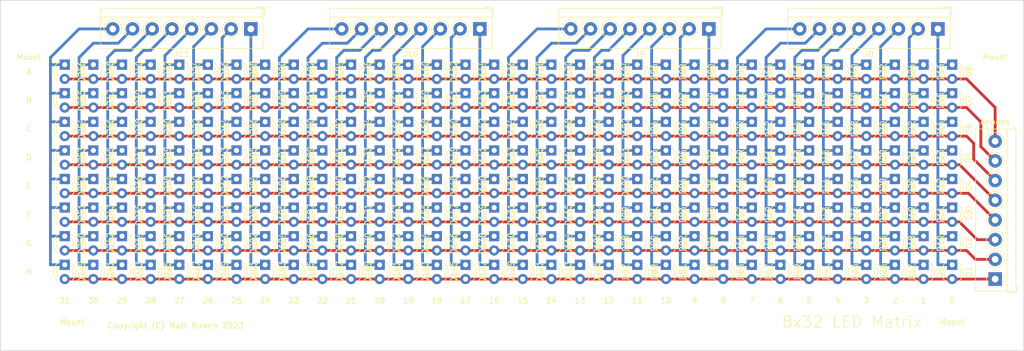
<source format=kicad_pcb>
(kicad_pcb (version 20171130) (host pcbnew "(5.1.10)-1")
  (layers (0 F.Cu signal) (31 B.Cu signal) (34 B.Paste user) (35 F.Paste user) (36 B.SilkS user) (37 F.SilkS user) (38 B.Mask user) (39 F.Mask user) (44 Edge.Cuts user))
  (net 0 "")
  (net 1 "Net-(D1-Pad2)")
  (net 2 "Net-(D1-Pad1)")
  (net 3 "Net-(D10-Pad2)")
  (net 4 "Net-(D107-Pad2)")
  (net 5 "Net-(D100-Pad2)")
  (net 6 "Net-(D101-Pad2)")
  (net 7 "Net-(D102-Pad2)")
  (net 8 "Net-(D103-Pad2)")
  (net 9 "Net-(D104-Pad2)")
  (net 10 "Net-(D10-Pad1)")
  (net 11 "Net-(D17-Pad1)")
  (net 12 "Net-(D25-Pad1)")
  (net 13 "Net-(D33-Pad1)")
  (net 14 "Net-(D41-Pad1)")
  (net 15 "Net-(D49-Pad1)")
  (net 16 "Net-(D57-Pad1)")
  (net 17 "Net-(D65-Pad1)")
  (net 18 "Net-(D73-Pad1)")
  (net 19 "Net-(D81-Pad1)")
  (net 20 "Net-(D89-Pad1)")
  (net 21 "Net-(D100-Pad1)")
  (net 22 "Net-(D105-Pad1)")
  (net 23 "Net-(D113-Pad1)")
  (net 24 "Net-(D121-Pad1)")
  (net 25 "Net-(D129-Pad1)")
  (net 26 "Net-(D137-Pad1)")
  (net 27 "Net-(D145-Pad1)")
  (net 28 "Net-(D153-Pad1)")
  (net 29 "Net-(D161-Pad1)")
  (net 30 "Net-(D169-Pad1)")
  (net 31 "Net-(D177-Pad1)")
  (net 32 "Net-(D185-Pad1)")
  (net 33 "Net-(D193-Pad1)")
  (net 34 "Net-(D201-Pad1)")
  (net 35 "Net-(D209-Pad1)")
  (net 36 "Net-(D217-Pad1)")
  (net 37 "Net-(D225-Pad1)")
  (net 38 "Net-(D233-Pad1)")
  (net 39 "Net-(D241-Pad1)")
  (net 40 "Net-(D249-Pad1)")
  (module MountingHole:MountingHole_4mm (layer F.Cu) (at 67.945 75.565 180)
    (fp_text reference Mount (at -7.62 0) (layer F.SilkS))
    (fp_text value MountingHole_4mm)
    (pad 1 np_thru_hole circle (at 0 0 180) (size 4 4) (drill 4) (layers *.Cu *.Mask))
  )
  (module MountingHole:MountingHole_4mm (layer F.Cu) (at 67.945 23.495 180)
    (fp_text reference Mount (at 0 -5) (layer F.SilkS))
    (fp_text value MountingHole_4mm)
    (pad 1 np_thru_hole circle (at 0 0 180) (size 4 4) (drill 4) (layers *.Cu *.Mask))
  )
  (module MountingHole:MountingHole_4mm (layer F.Cu) (at 239.395 23.495 180)
    (fp_text reference Mount (at 0 -5) (layer F.SilkS))
    (fp_text value MountingHole_4mm)
    (pad 1 np_thru_hole circle (at 0 0 180) (size 4 4) (drill 4) (layers *.Cu *.Mask))
  )
  (module MountingHole:MountingHole_4mm (layer F.Cu) (at 239.395 75.565 180)
    (fp_text reference Mount (at 7.62 0) (layer F.SilkS))
    (fp_text value MountingHole_4mm)
    (pad 1 np_thru_hole circle (at 0 0 180) (size 4 4) (drill 4) (layers *.Cu *.Mask))
  )
  (module TerminalBlock_4Ucon:TerminalBlock_4Ucon_1x08_P3.50mm_Horizontal (layer F.Cu) (at 107.315 23.495 180)
    (fp_text reference J11 (at 12.25 -4.46) (layer F.SilkS))
    (fp_text value Screw_Terminal_01x08)
    (pad 8 thru_hole circle (at 24.5 0 180) (size 2.4 2.4) (drill 1.2) (layers *.Cu *.Mask) (net 40 "Net-(D249-Pad1)"))
    (pad 7 thru_hole circle (at 21 0 180) (size 2.4 2.4) (drill 1.2) (layers *.Cu *.Mask) (net 39 "Net-(D241-Pad1)"))
    (pad 6 thru_hole circle (at 17.5 0 180) (size 2.4 2.4) (drill 1.2) (layers *.Cu *.Mask) (net 38 "Net-(D233-Pad1)"))
    (pad 5 thru_hole circle (at 14 0 180) (size 2.4 2.4) (drill 1.2) (layers *.Cu *.Mask) (net 37 "Net-(D225-Pad1)"))
    (pad 4 thru_hole circle (at 10.5 0 180) (size 2.4 2.4) (drill 1.2) (layers *.Cu *.Mask) (net 36 "Net-(D217-Pad1)"))
    (pad 3 thru_hole circle (at 7 0 180) (size 2.4 2.4) (drill 1.2) (layers *.Cu *.Mask) (net 35 "Net-(D209-Pad1)"))
    (pad 2 thru_hole circle (at 3.5 0 180) (size 2.4 2.4) (drill 1.2) (layers *.Cu *.Mask) (net 34 "Net-(D201-Pad1)"))
    (pad 1 thru_hole rect (at 0 0 180) (size 2.4 2.4) (drill 1.2) (layers *.Cu *.Mask) (net 33 "Net-(D193-Pad1)"))
  )
  (module TerminalBlock_4Ucon:TerminalBlock_4Ucon_1x08_P3.50mm_Horizontal (layer F.Cu) (at 147.955 23.495 180)
    (fp_text reference J10 (at 12.25 -4.46) (layer F.SilkS))
    (fp_text value Screw_Terminal_01x08)
    (pad 8 thru_hole circle (at 24.5 0 180) (size 2.4 2.4) (drill 1.2) (layers *.Cu *.Mask) (net 32 "Net-(D185-Pad1)"))
    (pad 7 thru_hole circle (at 21 0 180) (size 2.4 2.4) (drill 1.2) (layers *.Cu *.Mask) (net 31 "Net-(D177-Pad1)"))
    (pad 6 thru_hole circle (at 17.5 0 180) (size 2.4 2.4) (drill 1.2) (layers *.Cu *.Mask) (net 30 "Net-(D169-Pad1)"))
    (pad 5 thru_hole circle (at 14 0 180) (size 2.4 2.4) (drill 1.2) (layers *.Cu *.Mask) (net 29 "Net-(D161-Pad1)"))
    (pad 4 thru_hole circle (at 10.5 0 180) (size 2.4 2.4) (drill 1.2) (layers *.Cu *.Mask) (net 28 "Net-(D153-Pad1)"))
    (pad 3 thru_hole circle (at 7 0 180) (size 2.4 2.4) (drill 1.2) (layers *.Cu *.Mask) (net 27 "Net-(D145-Pad1)"))
    (pad 2 thru_hole circle (at 3.5 0 180) (size 2.4 2.4) (drill 1.2) (layers *.Cu *.Mask) (net 26 "Net-(D137-Pad1)"))
    (pad 1 thru_hole rect (at 0 0 180) (size 2.4 2.4) (drill 1.2) (layers *.Cu *.Mask) (net 25 "Net-(D129-Pad1)"))
  )
  (module TerminalBlock_4Ucon:TerminalBlock_4Ucon_1x08_P3.50mm_Horizontal (layer F.Cu) (at 188.595 23.495 180)
    (fp_text reference J9 (at 12.25 -4.46) (layer F.SilkS))
    (fp_text value Screw_Terminal_01x08)
    (pad 8 thru_hole circle (at 24.5 0 180) (size 2.4 2.4) (drill 1.2) (layers *.Cu *.Mask) (net 24 "Net-(D121-Pad1)"))
    (pad 7 thru_hole circle (at 21 0 180) (size 2.4 2.4) (drill 1.2) (layers *.Cu *.Mask) (net 23 "Net-(D113-Pad1)"))
    (pad 6 thru_hole circle (at 17.5 0 180) (size 2.4 2.4) (drill 1.2) (layers *.Cu *.Mask) (net 22 "Net-(D105-Pad1)"))
    (pad 5 thru_hole circle (at 14 0 180) (size 2.4 2.4) (drill 1.2) (layers *.Cu *.Mask) (net 21 "Net-(D100-Pad1)"))
    (pad 4 thru_hole circle (at 10.5 0 180) (size 2.4 2.4) (drill 1.2) (layers *.Cu *.Mask) (net 20 "Net-(D89-Pad1)"))
    (pad 3 thru_hole circle (at 7 0 180) (size 2.4 2.4) (drill 1.2) (layers *.Cu *.Mask) (net 19 "Net-(D81-Pad1)"))
    (pad 2 thru_hole circle (at 3.5 0 180) (size 2.4 2.4) (drill 1.2) (layers *.Cu *.Mask) (net 18 "Net-(D73-Pad1)"))
    (pad 1 thru_hole rect (at 0 0 180) (size 2.4 2.4) (drill 1.2) (layers *.Cu *.Mask) (net 17 "Net-(D65-Pad1)"))
  )
  (module TerminalBlock_4Ucon:TerminalBlock_4Ucon_1x08_P3.50mm_Horizontal (layer F.Cu) (at 229.235 23.495 180)
    (fp_text reference J8 (at 12.25 -4.46) (layer F.SilkS))
    (fp_text value Screw_Terminal_01x08)
    (pad 8 thru_hole circle (at 24.5 0 180) (size 2.4 2.4) (drill 1.2) (layers *.Cu *.Mask) (net 16 "Net-(D57-Pad1)"))
    (pad 7 thru_hole circle (at 21 0 180) (size 2.4 2.4) (drill 1.2) (layers *.Cu *.Mask) (net 15 "Net-(D49-Pad1)"))
    (pad 6 thru_hole circle (at 17.5 0 180) (size 2.4 2.4) (drill 1.2) (layers *.Cu *.Mask) (net 14 "Net-(D41-Pad1)"))
    (pad 5 thru_hole circle (at 14 0 180) (size 2.4 2.4) (drill 1.2) (layers *.Cu *.Mask) (net 13 "Net-(D33-Pad1)"))
    (pad 4 thru_hole circle (at 10.5 0 180) (size 2.4 2.4) (drill 1.2) (layers *.Cu *.Mask) (net 12 "Net-(D25-Pad1)"))
    (pad 3 thru_hole circle (at 7 0 180) (size 2.4 2.4) (drill 1.2) (layers *.Cu *.Mask) (net 11 "Net-(D17-Pad1)"))
    (pad 2 thru_hole circle (at 3.5 0 180) (size 2.4 2.4) (drill 1.2) (layers *.Cu *.Mask) (net 10 "Net-(D10-Pad1)"))
    (pad 1 thru_hole rect (at 0 0 180) (size 2.4 2.4) (drill 1.2) (layers *.Cu *.Mask) (net 2 "Net-(D1-Pad1)"))
  )
  (module TerminalBlock_4Ucon:TerminalBlock_4Ucon_1x08_P3.50mm_Horizontal (layer F.Cu) (at 239.395 67.945 90)
    (fp_text reference J7 (at 12.25 -4.46 90) (layer F.SilkS))
    (fp_text value Screw_Terminal_01x08)
    (pad 8 thru_hole circle (at 24.5 0 90) (size 2.4 2.4) (drill 1.2) (layers *.Cu *.Mask) (net 9 "Net-(D104-Pad2)"))
    (pad 7 thru_hole circle (at 21 0 90) (size 2.4 2.4) (drill 1.2) (layers *.Cu *.Mask) (net 8 "Net-(D103-Pad2)"))
    (pad 6 thru_hole circle (at 17.5 0 90) (size 2.4 2.4) (drill 1.2) (layers *.Cu *.Mask) (net 7 "Net-(D102-Pad2)"))
    (pad 5 thru_hole circle (at 14 0 90) (size 2.4 2.4) (drill 1.2) (layers *.Cu *.Mask) (net 6 "Net-(D101-Pad2)"))
    (pad 4 thru_hole circle (at 10.5 0 90) (size 2.4 2.4) (drill 1.2) (layers *.Cu *.Mask) (net 5 "Net-(D100-Pad2)"))
    (pad 3 thru_hole circle (at 7 0 90) (size 2.4 2.4) (drill 1.2) (layers *.Cu *.Mask) (net 4 "Net-(D107-Pad2)"))
    (pad 2 thru_hole circle (at 3.5 0 90) (size 2.4 2.4) (drill 1.2) (layers *.Cu *.Mask) (net 3 "Net-(D10-Pad2)"))
    (pad 1 thru_hole rect (at 0 0 90) (size 2.4 2.4) (drill 1.2) (layers *.Cu *.Mask) (net 1 "Net-(D1-Pad2)"))
  )
  (module LED_THT:LED_D3.0mm (layer F.Cu) (at 74.295 29.845 270)
    (fp_text reference D256 (at 1.27 -2.96 90) (layer F.SilkS))
    (fp_text value LED)
    (pad 2 thru_hole circle (at 2.54 0 270) (size 1.8 1.8) (drill 0.9) (layers *.Cu *.Mask) (net 9 "Net-(D104-Pad2)"))
    (pad 1 thru_hole rect (at 0 0 270) (size 1.8 1.8) (drill 0.9) (layers *.Cu *.Mask) (net 40 "Net-(D249-Pad1)"))
  )
  (module LED_THT:LED_D3.0mm (layer F.Cu) (at 74.295 34.925 270)
    (fp_text reference D255 (at 1.27 -2.96 90) (layer F.SilkS))
    (fp_text value LED)
    (pad 2 thru_hole circle (at 2.54 0 270) (size 1.8 1.8) (drill 0.9) (layers *.Cu *.Mask) (net 8 "Net-(D103-Pad2)"))
    (pad 1 thru_hole rect (at 0 0 270) (size 1.8 1.8) (drill 0.9) (layers *.Cu *.Mask) (net 40 "Net-(D249-Pad1)"))
  )
  (module LED_THT:LED_D3.0mm (layer F.Cu) (at 74.295 40.005 270)
    (fp_text reference D254 (at 1.27 -2.96 90) (layer F.SilkS))
    (fp_text value LED)
    (pad 2 thru_hole circle (at 2.54 0 270) (size 1.8 1.8) (drill 0.9) (layers *.Cu *.Mask) (net 7 "Net-(D102-Pad2)"))
    (pad 1 thru_hole rect (at 0 0 270) (size 1.8 1.8) (drill 0.9) (layers *.Cu *.Mask) (net 40 "Net-(D249-Pad1)"))
  )
  (module LED_THT:LED_D3.0mm (layer F.Cu) (at 74.295 45.085 270)
    (fp_text reference D253 (at 1.27 -2.96 90) (layer F.SilkS))
    (fp_text value LED)
    (pad 2 thru_hole circle (at 2.54 0 270) (size 1.8 1.8) (drill 0.9) (layers *.Cu *.Mask) (net 6 "Net-(D101-Pad2)"))
    (pad 1 thru_hole rect (at 0 0 270) (size 1.8 1.8) (drill 0.9) (layers *.Cu *.Mask) (net 40 "Net-(D249-Pad1)"))
  )
  (module LED_THT:LED_D3.0mm (layer F.Cu) (at 74.295 50.165 270)
    (fp_text reference D252 (at 1.27 -2.96 90) (layer F.SilkS))
    (fp_text value LED)
    (pad 2 thru_hole circle (at 2.54 0 270) (size 1.8 1.8) (drill 0.9) (layers *.Cu *.Mask) (net 5 "Net-(D100-Pad2)"))
    (pad 1 thru_hole rect (at 0 0 270) (size 1.8 1.8) (drill 0.9) (layers *.Cu *.Mask) (net 40 "Net-(D249-Pad1)"))
  )
  (module LED_THT:LED_D3.0mm (layer F.Cu) (at 74.295 55.245 270)
    (fp_text reference D251 (at 1.27 -2.96 90) (layer F.SilkS))
    (fp_text value LED)
    (pad 2 thru_hole circle (at 2.54 0 270) (size 1.8 1.8) (drill 0.9) (layers *.Cu *.Mask) (net 4 "Net-(D107-Pad2)"))
    (pad 1 thru_hole rect (at 0 0 270) (size 1.8 1.8) (drill 0.9) (layers *.Cu *.Mask) (net 40 "Net-(D249-Pad1)"))
  )
  (module LED_THT:LED_D3.0mm (layer F.Cu) (at 74.295 60.325 270)
    (fp_text reference D250 (at 1.27 -2.96 90) (layer F.SilkS))
    (fp_text value LED)
    (pad 2 thru_hole circle (at 2.54 0 270) (size 1.8 1.8) (drill 0.9) (layers *.Cu *.Mask) (net 3 "Net-(D10-Pad2)"))
    (pad 1 thru_hole rect (at 0 0 270) (size 1.8 1.8) (drill 0.9) (layers *.Cu *.Mask) (net 40 "Net-(D249-Pad1)"))
  )
  (module LED_THT:LED_D3.0mm (layer F.Cu) (at 74.295 65.405 270)
    (fp_text reference D249 (at 1.27 -2.96 90) (layer F.SilkS))
    (fp_text value LED)
    (pad 2 thru_hole circle (at 2.54 0 270) (size 1.8 1.8) (drill 0.9) (layers *.Cu *.Mask) (net 1 "Net-(D1-Pad2)"))
    (pad 1 thru_hole rect (at 0 0 270) (size 1.8 1.8) (drill 0.9) (layers *.Cu *.Mask) (net 40 "Net-(D249-Pad1)"))
  )
  (module LED_THT:LED_D3.0mm (layer F.Cu) (at 79.375 29.845 270)
    (fp_text reference D248 (at 1.27 -2.96 90) (layer F.SilkS))
    (fp_text value LED)
    (pad 2 thru_hole circle (at 2.54 0 270) (size 1.8 1.8) (drill 0.9) (layers *.Cu *.Mask) (net 9 "Net-(D104-Pad2)"))
    (pad 1 thru_hole rect (at 0 0 270) (size 1.8 1.8) (drill 0.9) (layers *.Cu *.Mask) (net 39 "Net-(D241-Pad1)"))
  )
  (module LED_THT:LED_D3.0mm (layer F.Cu) (at 79.375 34.925 270)
    (fp_text reference D247 (at 1.27 -2.96 90) (layer F.SilkS))
    (fp_text value LED)
    (pad 2 thru_hole circle (at 2.54 0 270) (size 1.8 1.8) (drill 0.9) (layers *.Cu *.Mask) (net 8 "Net-(D103-Pad2)"))
    (pad 1 thru_hole rect (at 0 0 270) (size 1.8 1.8) (drill 0.9) (layers *.Cu *.Mask) (net 39 "Net-(D241-Pad1)"))
  )
  (module LED_THT:LED_D3.0mm (layer F.Cu) (at 79.375 40.005 270)
    (fp_text reference D246 (at 1.27 -2.96 90) (layer F.SilkS))
    (fp_text value LED)
    (pad 2 thru_hole circle (at 2.54 0 270) (size 1.8 1.8) (drill 0.9) (layers *.Cu *.Mask) (net 7 "Net-(D102-Pad2)"))
    (pad 1 thru_hole rect (at 0 0 270) (size 1.8 1.8) (drill 0.9) (layers *.Cu *.Mask) (net 39 "Net-(D241-Pad1)"))
  )
  (module LED_THT:LED_D3.0mm (layer F.Cu) (at 79.375 45.085 270)
    (fp_text reference D245 (at 1.27 -2.96 90) (layer F.SilkS))
    (fp_text value LED)
    (pad 2 thru_hole circle (at 2.54 0 270) (size 1.8 1.8) (drill 0.9) (layers *.Cu *.Mask) (net 6 "Net-(D101-Pad2)"))
    (pad 1 thru_hole rect (at 0 0 270) (size 1.8 1.8) (drill 0.9) (layers *.Cu *.Mask) (net 39 "Net-(D241-Pad1)"))
  )
  (module LED_THT:LED_D3.0mm (layer F.Cu) (at 79.375 50.165 270)
    (fp_text reference D244 (at 1.27 -2.96 90) (layer F.SilkS))
    (fp_text value LED)
    (pad 2 thru_hole circle (at 2.54 0 270) (size 1.8 1.8) (drill 0.9) (layers *.Cu *.Mask) (net 5 "Net-(D100-Pad2)"))
    (pad 1 thru_hole rect (at 0 0 270) (size 1.8 1.8) (drill 0.9) (layers *.Cu *.Mask) (net 39 "Net-(D241-Pad1)"))
  )
  (module LED_THT:LED_D3.0mm (layer F.Cu) (at 79.375 55.245 270)
    (fp_text reference D243 (at 1.27 -2.96 90) (layer F.SilkS))
    (fp_text value LED)
    (pad 2 thru_hole circle (at 2.54 0 270) (size 1.8 1.8) (drill 0.9) (layers *.Cu *.Mask) (net 4 "Net-(D107-Pad2)"))
    (pad 1 thru_hole rect (at 0 0 270) (size 1.8 1.8) (drill 0.9) (layers *.Cu *.Mask) (net 39 "Net-(D241-Pad1)"))
  )
  (module LED_THT:LED_D3.0mm (layer F.Cu) (at 79.375 60.325 270)
    (fp_text reference D242 (at 1.27 -2.96 90) (layer F.SilkS))
    (fp_text value LED)
    (pad 2 thru_hole circle (at 2.54 0 270) (size 1.8 1.8) (drill 0.9) (layers *.Cu *.Mask) (net 3 "Net-(D10-Pad2)"))
    (pad 1 thru_hole rect (at 0 0 270) (size 1.8 1.8) (drill 0.9) (layers *.Cu *.Mask) (net 39 "Net-(D241-Pad1)"))
  )
  (module LED_THT:LED_D3.0mm (layer F.Cu) (at 79.375 65.405 270)
    (fp_text reference D241 (at 1.27 -2.96 90) (layer F.SilkS))
    (fp_text value LED)
    (pad 2 thru_hole circle (at 2.54 0 270) (size 1.8 1.8) (drill 0.9) (layers *.Cu *.Mask) (net 1 "Net-(D1-Pad2)"))
    (pad 1 thru_hole rect (at 0 0 270) (size 1.8 1.8) (drill 0.9) (layers *.Cu *.Mask) (net 39 "Net-(D241-Pad1)"))
  )
  (module LED_THT:LED_D3.0mm (layer F.Cu) (at 84.455 29.845 270)
    (fp_text reference D240 (at 1.27 -2.96 90) (layer F.SilkS))
    (fp_text value LED)
    (pad 2 thru_hole circle (at 2.54 0 270) (size 1.8 1.8) (drill 0.9) (layers *.Cu *.Mask) (net 9 "Net-(D104-Pad2)"))
    (pad 1 thru_hole rect (at 0 0 270) (size 1.8 1.8) (drill 0.9) (layers *.Cu *.Mask) (net 38 "Net-(D233-Pad1)"))
  )
  (module LED_THT:LED_D3.0mm (layer F.Cu) (at 84.455 34.925 270)
    (fp_text reference D239 (at 1.27 -2.96 90) (layer F.SilkS))
    (fp_text value LED)
    (pad 2 thru_hole circle (at 2.54 0 270) (size 1.8 1.8) (drill 0.9) (layers *.Cu *.Mask) (net 8 "Net-(D103-Pad2)"))
    (pad 1 thru_hole rect (at 0 0 270) (size 1.8 1.8) (drill 0.9) (layers *.Cu *.Mask) (net 38 "Net-(D233-Pad1)"))
  )
  (module LED_THT:LED_D3.0mm (layer F.Cu) (at 84.455 40.005 270)
    (fp_text reference D238 (at 1.27 -2.96 90) (layer F.SilkS))
    (fp_text value LED)
    (pad 2 thru_hole circle (at 2.54 0 270) (size 1.8 1.8) (drill 0.9) (layers *.Cu *.Mask) (net 7 "Net-(D102-Pad2)"))
    (pad 1 thru_hole rect (at 0 0 270) (size 1.8 1.8) (drill 0.9) (layers *.Cu *.Mask) (net 38 "Net-(D233-Pad1)"))
  )
  (module LED_THT:LED_D3.0mm (layer F.Cu) (at 84.455 45.085 270)
    (fp_text reference D237 (at 1.27 -2.96 90) (layer F.SilkS))
    (fp_text value LED)
    (pad 2 thru_hole circle (at 2.54 0 270) (size 1.8 1.8) (drill 0.9) (layers *.Cu *.Mask) (net 6 "Net-(D101-Pad2)"))
    (pad 1 thru_hole rect (at 0 0 270) (size 1.8 1.8) (drill 0.9) (layers *.Cu *.Mask) (net 38 "Net-(D233-Pad1)"))
  )
  (module LED_THT:LED_D3.0mm (layer F.Cu) (at 84.455 50.165 270)
    (fp_text reference D236 (at 1.27 -2.96 90) (layer F.SilkS))
    (fp_text value LED)
    (pad 2 thru_hole circle (at 2.54 0 270) (size 1.8 1.8) (drill 0.9) (layers *.Cu *.Mask) (net 5 "Net-(D100-Pad2)"))
    (pad 1 thru_hole rect (at 0 0 270) (size 1.8 1.8) (drill 0.9) (layers *.Cu *.Mask) (net 38 "Net-(D233-Pad1)"))
  )
  (module LED_THT:LED_D3.0mm (layer F.Cu) (at 84.455 55.245 270)
    (fp_text reference D235 (at 1.27 -2.96 90) (layer F.SilkS))
    (fp_text value LED)
    (pad 2 thru_hole circle (at 2.54 0 270) (size 1.8 1.8) (drill 0.9) (layers *.Cu *.Mask) (net 4 "Net-(D107-Pad2)"))
    (pad 1 thru_hole rect (at 0 0 270) (size 1.8 1.8) (drill 0.9) (layers *.Cu *.Mask) (net 38 "Net-(D233-Pad1)"))
  )
  (module LED_THT:LED_D3.0mm (layer F.Cu) (at 84.455 60.325 270)
    (fp_text reference D234 (at 1.27 -2.96 90) (layer F.SilkS))
    (fp_text value LED)
    (pad 2 thru_hole circle (at 2.54 0 270) (size 1.8 1.8) (drill 0.9) (layers *.Cu *.Mask) (net 3 "Net-(D10-Pad2)"))
    (pad 1 thru_hole rect (at 0 0 270) (size 1.8 1.8) (drill 0.9) (layers *.Cu *.Mask) (net 38 "Net-(D233-Pad1)"))
  )
  (module LED_THT:LED_D3.0mm (layer F.Cu) (at 84.455 65.405 270)
    (fp_text reference D233 (at 1.27 -2.96 90) (layer F.SilkS))
    (fp_text value LED)
    (pad 2 thru_hole circle (at 2.54 0 270) (size 1.8 1.8) (drill 0.9) (layers *.Cu *.Mask) (net 1 "Net-(D1-Pad2)"))
    (pad 1 thru_hole rect (at 0 0 270) (size 1.8 1.8) (drill 0.9) (layers *.Cu *.Mask) (net 38 "Net-(D233-Pad1)"))
  )
  (module LED_THT:LED_D3.0mm (layer F.Cu) (at 89.535 29.845 270)
    (fp_text reference D232 (at 1.27 -2.96 90) (layer F.SilkS))
    (fp_text value LED)
    (pad 2 thru_hole circle (at 2.54 0 270) (size 1.8 1.8) (drill 0.9) (layers *.Cu *.Mask) (net 9 "Net-(D104-Pad2)"))
    (pad 1 thru_hole rect (at 0 0 270) (size 1.8 1.8) (drill 0.9) (layers *.Cu *.Mask) (net 37 "Net-(D225-Pad1)"))
  )
  (module LED_THT:LED_D3.0mm (layer F.Cu) (at 89.535 34.925 270)
    (fp_text reference D231 (at 1.27 -2.96 90) (layer F.SilkS))
    (fp_text value LED)
    (pad 2 thru_hole circle (at 2.54 0 270) (size 1.8 1.8) (drill 0.9) (layers *.Cu *.Mask) (net 8 "Net-(D103-Pad2)"))
    (pad 1 thru_hole rect (at 0 0 270) (size 1.8 1.8) (drill 0.9) (layers *.Cu *.Mask) (net 37 "Net-(D225-Pad1)"))
  )
  (module LED_THT:LED_D3.0mm (layer F.Cu) (at 89.535 40.005 270)
    (fp_text reference D230 (at 1.27 -2.96 90) (layer F.SilkS))
    (fp_text value LED)
    (pad 2 thru_hole circle (at 2.54 0 270) (size 1.8 1.8) (drill 0.9) (layers *.Cu *.Mask) (net 7 "Net-(D102-Pad2)"))
    (pad 1 thru_hole rect (at 0 0 270) (size 1.8 1.8) (drill 0.9) (layers *.Cu *.Mask) (net 37 "Net-(D225-Pad1)"))
  )
  (module LED_THT:LED_D3.0mm (layer F.Cu) (at 89.535 45.085 270)
    (fp_text reference D229 (at 1.27 -2.96 90) (layer F.SilkS))
    (fp_text value LED)
    (pad 2 thru_hole circle (at 2.54 0 270) (size 1.8 1.8) (drill 0.9) (layers *.Cu *.Mask) (net 6 "Net-(D101-Pad2)"))
    (pad 1 thru_hole rect (at 0 0 270) (size 1.8 1.8) (drill 0.9) (layers *.Cu *.Mask) (net 37 "Net-(D225-Pad1)"))
  )
  (module LED_THT:LED_D3.0mm (layer F.Cu) (at 89.535 50.165 270)
    (fp_text reference D228 (at 1.27 -2.96 90) (layer F.SilkS))
    (fp_text value LED)
    (pad 2 thru_hole circle (at 2.54 0 270) (size 1.8 1.8) (drill 0.9) (layers *.Cu *.Mask) (net 5 "Net-(D100-Pad2)"))
    (pad 1 thru_hole rect (at 0 0 270) (size 1.8 1.8) (drill 0.9) (layers *.Cu *.Mask) (net 37 "Net-(D225-Pad1)"))
  )
  (module LED_THT:LED_D3.0mm (layer F.Cu) (at 89.535 55.245 270)
    (fp_text reference D227 (at 1.27 -2.96 90) (layer F.SilkS))
    (fp_text value LED)
    (pad 2 thru_hole circle (at 2.54 0 270) (size 1.8 1.8) (drill 0.9) (layers *.Cu *.Mask) (net 4 "Net-(D107-Pad2)"))
    (pad 1 thru_hole rect (at 0 0 270) (size 1.8 1.8) (drill 0.9) (layers *.Cu *.Mask) (net 37 "Net-(D225-Pad1)"))
  )
  (module LED_THT:LED_D3.0mm (layer F.Cu) (at 89.535 60.325 270)
    (fp_text reference D226 (at 1.27 -2.96 90) (layer F.SilkS))
    (fp_text value LED)
    (pad 2 thru_hole circle (at 2.54 0 270) (size 1.8 1.8) (drill 0.9) (layers *.Cu *.Mask) (net 3 "Net-(D10-Pad2)"))
    (pad 1 thru_hole rect (at 0 0 270) (size 1.8 1.8) (drill 0.9) (layers *.Cu *.Mask) (net 37 "Net-(D225-Pad1)"))
  )
  (module LED_THT:LED_D3.0mm (layer F.Cu) (at 89.535 65.405 270)
    (fp_text reference D225 (at 1.27 -2.96 90) (layer F.SilkS))
    (fp_text value LED)
    (pad 2 thru_hole circle (at 2.54 0 270) (size 1.8 1.8) (drill 0.9) (layers *.Cu *.Mask) (net 1 "Net-(D1-Pad2)"))
    (pad 1 thru_hole rect (at 0 0 270) (size 1.8 1.8) (drill 0.9) (layers *.Cu *.Mask) (net 37 "Net-(D225-Pad1)"))
  )
  (module LED_THT:LED_D3.0mm (layer F.Cu) (at 94.615 29.845 270)
    (fp_text reference D224 (at 1.27 -2.96 90) (layer F.SilkS))
    (fp_text value LED)
    (pad 2 thru_hole circle (at 2.54 0 270) (size 1.8 1.8) (drill 0.9) (layers *.Cu *.Mask) (net 9 "Net-(D104-Pad2)"))
    (pad 1 thru_hole rect (at 0 0 270) (size 1.8 1.8) (drill 0.9) (layers *.Cu *.Mask) (net 36 "Net-(D217-Pad1)"))
  )
  (module LED_THT:LED_D3.0mm (layer F.Cu) (at 94.615 34.925 270)
    (fp_text reference D223 (at 1.27 -2.96 90) (layer F.SilkS))
    (fp_text value LED)
    (pad 2 thru_hole circle (at 2.54 0 270) (size 1.8 1.8) (drill 0.9) (layers *.Cu *.Mask) (net 8 "Net-(D103-Pad2)"))
    (pad 1 thru_hole rect (at 0 0 270) (size 1.8 1.8) (drill 0.9) (layers *.Cu *.Mask) (net 36 "Net-(D217-Pad1)"))
  )
  (module LED_THT:LED_D3.0mm (layer F.Cu) (at 94.615 40.005 270)
    (fp_text reference D222 (at 1.27 -2.96 90) (layer F.SilkS))
    (fp_text value LED)
    (pad 2 thru_hole circle (at 2.54 0 270) (size 1.8 1.8) (drill 0.9) (layers *.Cu *.Mask) (net 7 "Net-(D102-Pad2)"))
    (pad 1 thru_hole rect (at 0 0 270) (size 1.8 1.8) (drill 0.9) (layers *.Cu *.Mask) (net 36 "Net-(D217-Pad1)"))
  )
  (module LED_THT:LED_D3.0mm (layer F.Cu) (at 94.615 45.085 270)
    (fp_text reference D221 (at 1.27 -2.96 90) (layer F.SilkS))
    (fp_text value LED)
    (pad 2 thru_hole circle (at 2.54 0 270) (size 1.8 1.8) (drill 0.9) (layers *.Cu *.Mask) (net 6 "Net-(D101-Pad2)"))
    (pad 1 thru_hole rect (at 0 0 270) (size 1.8 1.8) (drill 0.9) (layers *.Cu *.Mask) (net 36 "Net-(D217-Pad1)"))
  )
  (module LED_THT:LED_D3.0mm (layer F.Cu) (at 94.615 50.165 270)
    (fp_text reference D220 (at 1.27 -2.96 90) (layer F.SilkS))
    (fp_text value LED)
    (pad 2 thru_hole circle (at 2.54 0 270) (size 1.8 1.8) (drill 0.9) (layers *.Cu *.Mask) (net 5 "Net-(D100-Pad2)"))
    (pad 1 thru_hole rect (at 0 0 270) (size 1.8 1.8) (drill 0.9) (layers *.Cu *.Mask) (net 36 "Net-(D217-Pad1)"))
  )
  (module LED_THT:LED_D3.0mm (layer F.Cu) (at 94.615 55.245 270)
    (fp_text reference D219 (at 1.27 -2.96 90) (layer F.SilkS))
    (fp_text value LED)
    (pad 2 thru_hole circle (at 2.54 0 270) (size 1.8 1.8) (drill 0.9) (layers *.Cu *.Mask) (net 4 "Net-(D107-Pad2)"))
    (pad 1 thru_hole rect (at 0 0 270) (size 1.8 1.8) (drill 0.9) (layers *.Cu *.Mask) (net 36 "Net-(D217-Pad1)"))
  )
  (module LED_THT:LED_D3.0mm (layer F.Cu) (at 94.615 60.325 270)
    (fp_text reference D218 (at 1.27 -2.96 90) (layer F.SilkS))
    (fp_text value LED)
    (pad 2 thru_hole circle (at 2.54 0 270) (size 1.8 1.8) (drill 0.9) (layers *.Cu *.Mask) (net 3 "Net-(D10-Pad2)"))
    (pad 1 thru_hole rect (at 0 0 270) (size 1.8 1.8) (drill 0.9) (layers *.Cu *.Mask) (net 36 "Net-(D217-Pad1)"))
  )
  (module LED_THT:LED_D3.0mm (layer F.Cu) (at 94.615 65.405 270)
    (fp_text reference D217 (at 1.27 -2.96 90) (layer F.SilkS))
    (fp_text value LED)
    (pad 2 thru_hole circle (at 2.54 0 270) (size 1.8 1.8) (drill 0.9) (layers *.Cu *.Mask) (net 1 "Net-(D1-Pad2)"))
    (pad 1 thru_hole rect (at 0 0 270) (size 1.8 1.8) (drill 0.9) (layers *.Cu *.Mask) (net 36 "Net-(D217-Pad1)"))
  )
  (module LED_THT:LED_D3.0mm (layer F.Cu) (at 99.695 29.845 270)
    (fp_text reference D216 (at 1.27 -2.96 90) (layer F.SilkS))
    (fp_text value LED)
    (pad 2 thru_hole circle (at 2.54 0 270) (size 1.8 1.8) (drill 0.9) (layers *.Cu *.Mask) (net 9 "Net-(D104-Pad2)"))
    (pad 1 thru_hole rect (at 0 0 270) (size 1.8 1.8) (drill 0.9) (layers *.Cu *.Mask) (net 35 "Net-(D209-Pad1)"))
  )
  (module LED_THT:LED_D3.0mm (layer F.Cu) (at 99.695 34.925 270)
    (fp_text reference D215 (at 1.27 -2.96 90) (layer F.SilkS))
    (fp_text value LED)
    (pad 2 thru_hole circle (at 2.54 0 270) (size 1.8 1.8) (drill 0.9) (layers *.Cu *.Mask) (net 8 "Net-(D103-Pad2)"))
    (pad 1 thru_hole rect (at 0 0 270) (size 1.8 1.8) (drill 0.9) (layers *.Cu *.Mask) (net 35 "Net-(D209-Pad1)"))
  )
  (module LED_THT:LED_D3.0mm (layer F.Cu) (at 99.695 40.005 270)
    (fp_text reference D214 (at 1.27 -2.96 90) (layer F.SilkS))
    (fp_text value LED)
    (pad 2 thru_hole circle (at 2.54 0 270) (size 1.8 1.8) (drill 0.9) (layers *.Cu *.Mask) (net 7 "Net-(D102-Pad2)"))
    (pad 1 thru_hole rect (at 0 0 270) (size 1.8 1.8) (drill 0.9) (layers *.Cu *.Mask) (net 35 "Net-(D209-Pad1)"))
  )
  (module LED_THT:LED_D3.0mm (layer F.Cu) (at 99.695 45.085 270)
    (fp_text reference D213 (at 1.27 -2.96 90) (layer F.SilkS))
    (fp_text value LED)
    (pad 2 thru_hole circle (at 2.54 0 270) (size 1.8 1.8) (drill 0.9) (layers *.Cu *.Mask) (net 6 "Net-(D101-Pad2)"))
    (pad 1 thru_hole rect (at 0 0 270) (size 1.8 1.8) (drill 0.9) (layers *.Cu *.Mask) (net 35 "Net-(D209-Pad1)"))
  )
  (module LED_THT:LED_D3.0mm (layer F.Cu) (at 99.695 50.165 270)
    (fp_text reference D212 (at 1.27 -2.96 90) (layer F.SilkS))
    (fp_text value LED)
    (pad 2 thru_hole circle (at 2.54 0 270) (size 1.8 1.8) (drill 0.9) (layers *.Cu *.Mask) (net 5 "Net-(D100-Pad2)"))
    (pad 1 thru_hole rect (at 0 0 270) (size 1.8 1.8) (drill 0.9) (layers *.Cu *.Mask) (net 35 "Net-(D209-Pad1)"))
  )
  (module LED_THT:LED_D3.0mm (layer F.Cu) (at 99.695 55.245 270)
    (fp_text reference D211 (at 1.27 -2.96 90) (layer F.SilkS))
    (fp_text value LED)
    (pad 2 thru_hole circle (at 2.54 0 270) (size 1.8 1.8) (drill 0.9) (layers *.Cu *.Mask) (net 4 "Net-(D107-Pad2)"))
    (pad 1 thru_hole rect (at 0 0 270) (size 1.8 1.8) (drill 0.9) (layers *.Cu *.Mask) (net 35 "Net-(D209-Pad1)"))
  )
  (module LED_THT:LED_D3.0mm (layer F.Cu) (at 99.695 60.325 270)
    (fp_text reference D210 (at 1.27 -2.96 90) (layer F.SilkS))
    (fp_text value LED)
    (pad 2 thru_hole circle (at 2.54 0 270) (size 1.8 1.8) (drill 0.9) (layers *.Cu *.Mask) (net 3 "Net-(D10-Pad2)"))
    (pad 1 thru_hole rect (at 0 0 270) (size 1.8 1.8) (drill 0.9) (layers *.Cu *.Mask) (net 35 "Net-(D209-Pad1)"))
  )
  (module LED_THT:LED_D3.0mm (layer F.Cu) (at 99.695 65.405 270)
    (fp_text reference D209 (at 1.27 -2.96 90) (layer F.SilkS))
    (fp_text value LED)
    (pad 2 thru_hole circle (at 2.54 0 270) (size 1.8 1.8) (drill 0.9) (layers *.Cu *.Mask) (net 1 "Net-(D1-Pad2)"))
    (pad 1 thru_hole rect (at 0 0 270) (size 1.8 1.8) (drill 0.9) (layers *.Cu *.Mask) (net 35 "Net-(D209-Pad1)"))
  )
  (module LED_THT:LED_D3.0mm (layer F.Cu) (at 104.775 29.845 270)
    (fp_text reference D208 (at 1.27 -2.96 90) (layer F.SilkS))
    (fp_text value LED)
    (pad 2 thru_hole circle (at 2.54 0 270) (size 1.8 1.8) (drill 0.9) (layers *.Cu *.Mask) (net 9 "Net-(D104-Pad2)"))
    (pad 1 thru_hole rect (at 0 0 270) (size 1.8 1.8) (drill 0.9) (layers *.Cu *.Mask) (net 34 "Net-(D201-Pad1)"))
  )
  (module LED_THT:LED_D3.0mm (layer F.Cu) (at 104.775 34.925 270)
    (fp_text reference D207 (at 1.27 -2.96 90) (layer F.SilkS))
    (fp_text value LED)
    (pad 2 thru_hole circle (at 2.54 0 270) (size 1.8 1.8) (drill 0.9) (layers *.Cu *.Mask) (net 8 "Net-(D103-Pad2)"))
    (pad 1 thru_hole rect (at 0 0 270) (size 1.8 1.8) (drill 0.9) (layers *.Cu *.Mask) (net 34 "Net-(D201-Pad1)"))
  )
  (module LED_THT:LED_D3.0mm (layer F.Cu) (at 104.775 40.005 270)
    (fp_text reference D206 (at 1.27 -2.96 90) (layer F.SilkS))
    (fp_text value LED)
    (pad 2 thru_hole circle (at 2.54 0 270) (size 1.8 1.8) (drill 0.9) (layers *.Cu *.Mask) (net 7 "Net-(D102-Pad2)"))
    (pad 1 thru_hole rect (at 0 0 270) (size 1.8 1.8) (drill 0.9) (layers *.Cu *.Mask) (net 34 "Net-(D201-Pad1)"))
  )
  (module LED_THT:LED_D3.0mm (layer F.Cu) (at 104.775 45.085 270)
    (fp_text reference D205 (at 1.27 -2.96 90) (layer F.SilkS))
    (fp_text value LED)
    (pad 2 thru_hole circle (at 2.54 0 270) (size 1.8 1.8) (drill 0.9) (layers *.Cu *.Mask) (net 6 "Net-(D101-Pad2)"))
    (pad 1 thru_hole rect (at 0 0 270) (size 1.8 1.8) (drill 0.9) (layers *.Cu *.Mask) (net 34 "Net-(D201-Pad1)"))
  )
  (module LED_THT:LED_D3.0mm (layer F.Cu) (at 104.775 50.165 270)
    (fp_text reference D204 (at 1.27 -2.96 90) (layer F.SilkS))
    (fp_text value LED)
    (pad 2 thru_hole circle (at 2.54 0 270) (size 1.8 1.8) (drill 0.9) (layers *.Cu *.Mask) (net 5 "Net-(D100-Pad2)"))
    (pad 1 thru_hole rect (at 0 0 270) (size 1.8 1.8) (drill 0.9) (layers *.Cu *.Mask) (net 34 "Net-(D201-Pad1)"))
  )
  (module LED_THT:LED_D3.0mm (layer F.Cu) (at 104.775 55.245 270)
    (fp_text reference D203 (at 1.27 -2.96 90) (layer F.SilkS))
    (fp_text value LED)
    (pad 2 thru_hole circle (at 2.54 0 270) (size 1.8 1.8) (drill 0.9) (layers *.Cu *.Mask) (net 4 "Net-(D107-Pad2)"))
    (pad 1 thru_hole rect (at 0 0 270) (size 1.8 1.8) (drill 0.9) (layers *.Cu *.Mask) (net 34 "Net-(D201-Pad1)"))
  )
  (module LED_THT:LED_D3.0mm (layer F.Cu) (at 104.775 60.325 270)
    (fp_text reference D202 (at 1.27 -2.96 90) (layer F.SilkS))
    (fp_text value LED)
    (pad 2 thru_hole circle (at 2.54 0 270) (size 1.8 1.8) (drill 0.9) (layers *.Cu *.Mask) (net 3 "Net-(D10-Pad2)"))
    (pad 1 thru_hole rect (at 0 0 270) (size 1.8 1.8) (drill 0.9) (layers *.Cu *.Mask) (net 34 "Net-(D201-Pad1)"))
  )
  (module LED_THT:LED_D3.0mm (layer F.Cu) (at 104.775 65.405 270)
    (fp_text reference D201 (at 1.27 -2.96 90) (layer F.SilkS))
    (fp_text value LED)
    (pad 2 thru_hole circle (at 2.54 0 270) (size 1.8 1.8) (drill 0.9) (layers *.Cu *.Mask) (net 1 "Net-(D1-Pad2)"))
    (pad 1 thru_hole rect (at 0 0 270) (size 1.8 1.8) (drill 0.9) (layers *.Cu *.Mask) (net 34 "Net-(D201-Pad1)"))
  )
  (module LED_THT:LED_D3.0mm (layer F.Cu) (at 109.855 29.845 270)
    (fp_text reference D200 (at 1.27 -2.96 90) (layer F.SilkS))
    (fp_text value LED)
    (pad 2 thru_hole circle (at 2.54 0 270) (size 1.8 1.8) (drill 0.9) (layers *.Cu *.Mask) (net 9 "Net-(D104-Pad2)"))
    (pad 1 thru_hole rect (at 0 0 270) (size 1.8 1.8) (drill 0.9) (layers *.Cu *.Mask) (net 33 "Net-(D193-Pad1)"))
  )
  (module LED_THT:LED_D3.0mm (layer F.Cu) (at 109.855 34.925 270)
    (fp_text reference D199 (at 1.27 -2.96 90) (layer F.SilkS))
    (fp_text value LED)
    (pad 2 thru_hole circle (at 2.54 0 270) (size 1.8 1.8) (drill 0.9) (layers *.Cu *.Mask) (net 8 "Net-(D103-Pad2)"))
    (pad 1 thru_hole rect (at 0 0 270) (size 1.8 1.8) (drill 0.9) (layers *.Cu *.Mask) (net 33 "Net-(D193-Pad1)"))
  )
  (module LED_THT:LED_D3.0mm (layer F.Cu) (at 109.855 40.005 270)
    (fp_text reference D198 (at 1.27 -2.96 90) (layer F.SilkS))
    (fp_text value LED)
    (pad 2 thru_hole circle (at 2.54 0 270) (size 1.8 1.8) (drill 0.9) (layers *.Cu *.Mask) (net 7 "Net-(D102-Pad2)"))
    (pad 1 thru_hole rect (at 0 0 270) (size 1.8 1.8) (drill 0.9) (layers *.Cu *.Mask) (net 33 "Net-(D193-Pad1)"))
  )
  (module LED_THT:LED_D3.0mm (layer F.Cu) (at 109.855 45.085 270)
    (fp_text reference D197 (at 1.27 -2.96 90) (layer F.SilkS))
    (fp_text value LED)
    (pad 2 thru_hole circle (at 2.54 0 270) (size 1.8 1.8) (drill 0.9) (layers *.Cu *.Mask) (net 6 "Net-(D101-Pad2)"))
    (pad 1 thru_hole rect (at 0 0 270) (size 1.8 1.8) (drill 0.9) (layers *.Cu *.Mask) (net 33 "Net-(D193-Pad1)"))
  )
  (module LED_THT:LED_D3.0mm (layer F.Cu) (at 109.855 50.165 270)
    (fp_text reference D196 (at 1.27 -2.96 90) (layer F.SilkS))
    (fp_text value LED)
    (pad 2 thru_hole circle (at 2.54 0 270) (size 1.8 1.8) (drill 0.9) (layers *.Cu *.Mask) (net 5 "Net-(D100-Pad2)"))
    (pad 1 thru_hole rect (at 0 0 270) (size 1.8 1.8) (drill 0.9) (layers *.Cu *.Mask) (net 33 "Net-(D193-Pad1)"))
  )
  (module LED_THT:LED_D3.0mm (layer F.Cu) (at 109.855 55.245 270)
    (fp_text reference D195 (at 1.27 -2.96 90) (layer F.SilkS))
    (fp_text value LED)
    (pad 2 thru_hole circle (at 2.54 0 270) (size 1.8 1.8) (drill 0.9) (layers *.Cu *.Mask) (net 4 "Net-(D107-Pad2)"))
    (pad 1 thru_hole rect (at 0 0 270) (size 1.8 1.8) (drill 0.9) (layers *.Cu *.Mask) (net 33 "Net-(D193-Pad1)"))
  )
  (module LED_THT:LED_D3.0mm (layer F.Cu) (at 109.855 60.325 270)
    (fp_text reference D194 (at 1.27 -2.96 90) (layer F.SilkS))
    (fp_text value LED)
    (pad 2 thru_hole circle (at 2.54 0 270) (size 1.8 1.8) (drill 0.9) (layers *.Cu *.Mask) (net 3 "Net-(D10-Pad2)"))
    (pad 1 thru_hole rect (at 0 0 270) (size 1.8 1.8) (drill 0.9) (layers *.Cu *.Mask) (net 33 "Net-(D193-Pad1)"))
  )
  (module LED_THT:LED_D3.0mm (layer F.Cu) (at 109.855 65.405 270)
    (fp_text reference D193 (at 1.27 -2.96 90) (layer F.SilkS))
    (fp_text value LED)
    (pad 2 thru_hole circle (at 2.54 0 270) (size 1.8 1.8) (drill 0.9) (layers *.Cu *.Mask) (net 1 "Net-(D1-Pad2)"))
    (pad 1 thru_hole rect (at 0 0 270) (size 1.8 1.8) (drill 0.9) (layers *.Cu *.Mask) (net 33 "Net-(D193-Pad1)"))
  )
  (module LED_THT:LED_D3.0mm (layer F.Cu) (at 114.935 29.845 270)
    (fp_text reference D192 (at 1.27 -2.96 90) (layer F.SilkS))
    (fp_text value LED)
    (pad 2 thru_hole circle (at 2.54 0 270) (size 1.8 1.8) (drill 0.9) (layers *.Cu *.Mask) (net 9 "Net-(D104-Pad2)"))
    (pad 1 thru_hole rect (at 0 0 270) (size 1.8 1.8) (drill 0.9) (layers *.Cu *.Mask) (net 32 "Net-(D185-Pad1)"))
  )
  (module LED_THT:LED_D3.0mm (layer F.Cu) (at 114.935 34.925 270)
    (fp_text reference D191 (at 1.27 -2.96 90) (layer F.SilkS))
    (fp_text value LED)
    (pad 2 thru_hole circle (at 2.54 0 270) (size 1.8 1.8) (drill 0.9) (layers *.Cu *.Mask) (net 8 "Net-(D103-Pad2)"))
    (pad 1 thru_hole rect (at 0 0 270) (size 1.8 1.8) (drill 0.9) (layers *.Cu *.Mask) (net 32 "Net-(D185-Pad1)"))
  )
  (module LED_THT:LED_D3.0mm (layer F.Cu) (at 114.935 40.005 270)
    (fp_text reference D190 (at 1.27 -2.96 90) (layer F.SilkS))
    (fp_text value LED)
    (pad 2 thru_hole circle (at 2.54 0 270) (size 1.8 1.8) (drill 0.9) (layers *.Cu *.Mask) (net 7 "Net-(D102-Pad2)"))
    (pad 1 thru_hole rect (at 0 0 270) (size 1.8 1.8) (drill 0.9) (layers *.Cu *.Mask) (net 32 "Net-(D185-Pad1)"))
  )
  (module LED_THT:LED_D3.0mm (layer F.Cu) (at 114.935 45.085 270)
    (fp_text reference D189 (at 1.27 -2.96 90) (layer F.SilkS))
    (fp_text value LED)
    (pad 2 thru_hole circle (at 2.54 0 270) (size 1.8 1.8) (drill 0.9) (layers *.Cu *.Mask) (net 6 "Net-(D101-Pad2)"))
    (pad 1 thru_hole rect (at 0 0 270) (size 1.8 1.8) (drill 0.9) (layers *.Cu *.Mask) (net 32 "Net-(D185-Pad1)"))
  )
  (module LED_THT:LED_D3.0mm (layer F.Cu) (at 114.935 50.165 270)
    (fp_text reference D188 (at 1.27 -2.96 90) (layer F.SilkS))
    (fp_text value LED)
    (pad 2 thru_hole circle (at 2.54 0 270) (size 1.8 1.8) (drill 0.9) (layers *.Cu *.Mask) (net 5 "Net-(D100-Pad2)"))
    (pad 1 thru_hole rect (at 0 0 270) (size 1.8 1.8) (drill 0.9) (layers *.Cu *.Mask) (net 32 "Net-(D185-Pad1)"))
  )
  (module LED_THT:LED_D3.0mm (layer F.Cu) (at 114.935 55.245 270)
    (fp_text reference D187 (at 1.27 -2.96 90) (layer F.SilkS))
    (fp_text value LED)
    (pad 2 thru_hole circle (at 2.54 0 270) (size 1.8 1.8) (drill 0.9) (layers *.Cu *.Mask) (net 4 "Net-(D107-Pad2)"))
    (pad 1 thru_hole rect (at 0 0 270) (size 1.8 1.8) (drill 0.9) (layers *.Cu *.Mask) (net 32 "Net-(D185-Pad1)"))
  )
  (module LED_THT:LED_D3.0mm (layer F.Cu) (at 114.935 60.325 270)
    (fp_text reference D186 (at 1.27 -2.96 90) (layer F.SilkS))
    (fp_text value LED)
    (pad 2 thru_hole circle (at 2.54 0 270) (size 1.8 1.8) (drill 0.9) (layers *.Cu *.Mask) (net 3 "Net-(D10-Pad2)"))
    (pad 1 thru_hole rect (at 0 0 270) (size 1.8 1.8) (drill 0.9) (layers *.Cu *.Mask) (net 32 "Net-(D185-Pad1)"))
  )
  (module LED_THT:LED_D3.0mm (layer F.Cu) (at 114.935 65.405 270)
    (fp_text reference D185 (at 1.27 -2.96 90) (layer F.SilkS))
    (fp_text value LED)
    (pad 2 thru_hole circle (at 2.54 0 270) (size 1.8 1.8) (drill 0.9) (layers *.Cu *.Mask) (net 1 "Net-(D1-Pad2)"))
    (pad 1 thru_hole rect (at 0 0 270) (size 1.8 1.8) (drill 0.9) (layers *.Cu *.Mask) (net 32 "Net-(D185-Pad1)"))
  )
  (module LED_THT:LED_D3.0mm (layer F.Cu) (at 120.015 29.845 270)
    (fp_text reference D184 (at 1.27 -2.96 90) (layer F.SilkS))
    (fp_text value LED)
    (pad 2 thru_hole circle (at 2.54 0 270) (size 1.8 1.8) (drill 0.9) (layers *.Cu *.Mask) (net 9 "Net-(D104-Pad2)"))
    (pad 1 thru_hole rect (at 0 0 270) (size 1.8 1.8) (drill 0.9) (layers *.Cu *.Mask) (net 31 "Net-(D177-Pad1)"))
  )
  (module LED_THT:LED_D3.0mm (layer F.Cu) (at 120.015 34.925 270)
    (fp_text reference D183 (at 1.27 -2.96 90) (layer F.SilkS))
    (fp_text value LED)
    (pad 2 thru_hole circle (at 2.54 0 270) (size 1.8 1.8) (drill 0.9) (layers *.Cu *.Mask) (net 8 "Net-(D103-Pad2)"))
    (pad 1 thru_hole rect (at 0 0 270) (size 1.8 1.8) (drill 0.9) (layers *.Cu *.Mask) (net 31 "Net-(D177-Pad1)"))
  )
  (module LED_THT:LED_D3.0mm (layer F.Cu) (at 120.015 40.005 270)
    (fp_text reference D182 (at 1.27 -2.96 90) (layer F.SilkS))
    (fp_text value LED)
    (pad 2 thru_hole circle (at 2.54 0 270) (size 1.8 1.8) (drill 0.9) (layers *.Cu *.Mask) (net 7 "Net-(D102-Pad2)"))
    (pad 1 thru_hole rect (at 0 0 270) (size 1.8 1.8) (drill 0.9) (layers *.Cu *.Mask) (net 31 "Net-(D177-Pad1)"))
  )
  (module LED_THT:LED_D3.0mm (layer F.Cu) (at 120.015 45.085 270)
    (fp_text reference D181 (at 1.27 -2.96 90) (layer F.SilkS))
    (fp_text value LED)
    (pad 2 thru_hole circle (at 2.54 0 270) (size 1.8 1.8) (drill 0.9) (layers *.Cu *.Mask) (net 6 "Net-(D101-Pad2)"))
    (pad 1 thru_hole rect (at 0 0 270) (size 1.8 1.8) (drill 0.9) (layers *.Cu *.Mask) (net 31 "Net-(D177-Pad1)"))
  )
  (module LED_THT:LED_D3.0mm (layer F.Cu) (at 120.015 50.165 270)
    (fp_text reference D180 (at 1.27 -2.96 90) (layer F.SilkS))
    (fp_text value LED)
    (pad 2 thru_hole circle (at 2.54 0 270) (size 1.8 1.8) (drill 0.9) (layers *.Cu *.Mask) (net 5 "Net-(D100-Pad2)"))
    (pad 1 thru_hole rect (at 0 0 270) (size 1.8 1.8) (drill 0.9) (layers *.Cu *.Mask) (net 31 "Net-(D177-Pad1)"))
  )
  (module LED_THT:LED_D3.0mm (layer F.Cu) (at 120.015 55.245 270)
    (fp_text reference D179 (at 1.27 -2.96 90) (layer F.SilkS))
    (fp_text value LED)
    (pad 2 thru_hole circle (at 2.54 0 270) (size 1.8 1.8) (drill 0.9) (layers *.Cu *.Mask) (net 4 "Net-(D107-Pad2)"))
    (pad 1 thru_hole rect (at 0 0 270) (size 1.8 1.8) (drill 0.9) (layers *.Cu *.Mask) (net 31 "Net-(D177-Pad1)"))
  )
  (module LED_THT:LED_D3.0mm (layer F.Cu) (at 120.015 60.325 270)
    (fp_text reference D178 (at 1.27 -2.96 90) (layer F.SilkS))
    (fp_text value LED)
    (pad 2 thru_hole circle (at 2.54 0 270) (size 1.8 1.8) (drill 0.9) (layers *.Cu *.Mask) (net 3 "Net-(D10-Pad2)"))
    (pad 1 thru_hole rect (at 0 0 270) (size 1.8 1.8) (drill 0.9) (layers *.Cu *.Mask) (net 31 "Net-(D177-Pad1)"))
  )
  (module LED_THT:LED_D3.0mm (layer F.Cu) (at 120.015 65.405 270)
    (fp_text reference D177 (at 1.27 -2.96 90) (layer F.SilkS))
    (fp_text value LED)
    (pad 2 thru_hole circle (at 2.54 0 270) (size 1.8 1.8) (drill 0.9) (layers *.Cu *.Mask) (net 1 "Net-(D1-Pad2)"))
    (pad 1 thru_hole rect (at 0 0 270) (size 1.8 1.8) (drill 0.9) (layers *.Cu *.Mask) (net 31 "Net-(D177-Pad1)"))
  )
  (module LED_THT:LED_D3.0mm (layer F.Cu) (at 125.095 29.845 270)
    (fp_text reference D176 (at 1.27 -2.96 90) (layer F.SilkS))
    (fp_text value LED)
    (pad 2 thru_hole circle (at 2.54 0 270) (size 1.8 1.8) (drill 0.9) (layers *.Cu *.Mask) (net 9 "Net-(D104-Pad2)"))
    (pad 1 thru_hole rect (at 0 0 270) (size 1.8 1.8) (drill 0.9) (layers *.Cu *.Mask) (net 30 "Net-(D169-Pad1)"))
  )
  (module LED_THT:LED_D3.0mm (layer F.Cu) (at 125.095 34.925 270)
    (fp_text reference D175 (at 1.27 -2.96 90) (layer F.SilkS))
    (fp_text value LED)
    (pad 2 thru_hole circle (at 2.54 0 270) (size 1.8 1.8) (drill 0.9) (layers *.Cu *.Mask) (net 8 "Net-(D103-Pad2)"))
    (pad 1 thru_hole rect (at 0 0 270) (size 1.8 1.8) (drill 0.9) (layers *.Cu *.Mask) (net 30 "Net-(D169-Pad1)"))
  )
  (module LED_THT:LED_D3.0mm (layer F.Cu) (at 125.095 40.005 270)
    (fp_text reference D174 (at 1.27 -2.96 90) (layer F.SilkS))
    (fp_text value LED)
    (pad 2 thru_hole circle (at 2.54 0 270) (size 1.8 1.8) (drill 0.9) (layers *.Cu *.Mask) (net 7 "Net-(D102-Pad2)"))
    (pad 1 thru_hole rect (at 0 0 270) (size 1.8 1.8) (drill 0.9) (layers *.Cu *.Mask) (net 30 "Net-(D169-Pad1)"))
  )
  (module LED_THT:LED_D3.0mm (layer F.Cu) (at 125.095 45.085 270)
    (fp_text reference D173 (at 1.27 -2.96 90) (layer F.SilkS))
    (fp_text value LED)
    (pad 2 thru_hole circle (at 2.54 0 270) (size 1.8 1.8) (drill 0.9) (layers *.Cu *.Mask) (net 6 "Net-(D101-Pad2)"))
    (pad 1 thru_hole rect (at 0 0 270) (size 1.8 1.8) (drill 0.9) (layers *.Cu *.Mask) (net 30 "Net-(D169-Pad1)"))
  )
  (module LED_THT:LED_D3.0mm (layer F.Cu) (at 125.095 50.165 270)
    (fp_text reference D172 (at 1.27 -2.96 90) (layer F.SilkS))
    (fp_text value LED)
    (pad 2 thru_hole circle (at 2.54 0 270) (size 1.8 1.8) (drill 0.9) (layers *.Cu *.Mask) (net 5 "Net-(D100-Pad2)"))
    (pad 1 thru_hole rect (at 0 0 270) (size 1.8 1.8) (drill 0.9) (layers *.Cu *.Mask) (net 30 "Net-(D169-Pad1)"))
  )
  (module LED_THT:LED_D3.0mm (layer F.Cu) (at 125.095 55.245 270)
    (fp_text reference D171 (at 1.27 -2.96 90) (layer F.SilkS))
    (fp_text value LED)
    (pad 2 thru_hole circle (at 2.54 0 270) (size 1.8 1.8) (drill 0.9) (layers *.Cu *.Mask) (net 4 "Net-(D107-Pad2)"))
    (pad 1 thru_hole rect (at 0 0 270) (size 1.8 1.8) (drill 0.9) (layers *.Cu *.Mask) (net 30 "Net-(D169-Pad1)"))
  )
  (module LED_THT:LED_D3.0mm (layer F.Cu) (at 125.095 60.325 270)
    (fp_text reference D170 (at 1.27 -2.96 90) (layer F.SilkS))
    (fp_text value LED)
    (pad 2 thru_hole circle (at 2.54 0 270) (size 1.8 1.8) (drill 0.9) (layers *.Cu *.Mask) (net 3 "Net-(D10-Pad2)"))
    (pad 1 thru_hole rect (at 0 0 270) (size 1.8 1.8) (drill 0.9) (layers *.Cu *.Mask) (net 30 "Net-(D169-Pad1)"))
  )
  (module LED_THT:LED_D3.0mm (layer F.Cu) (at 125.095 65.405 270)
    (fp_text reference D169 (at 1.27 -2.96 90) (layer F.SilkS))
    (fp_text value LED)
    (pad 2 thru_hole circle (at 2.54 0 270) (size 1.8 1.8) (drill 0.9) (layers *.Cu *.Mask) (net 1 "Net-(D1-Pad2)"))
    (pad 1 thru_hole rect (at 0 0 270) (size 1.8 1.8) (drill 0.9) (layers *.Cu *.Mask) (net 30 "Net-(D169-Pad1)"))
  )
  (module LED_THT:LED_D3.0mm (layer F.Cu) (at 130.175 29.845 270)
    (fp_text reference D168 (at 1.27 -2.96 90) (layer F.SilkS))
    (fp_text value LED)
    (pad 2 thru_hole circle (at 2.54 0 270) (size 1.8 1.8) (drill 0.9) (layers *.Cu *.Mask) (net 9 "Net-(D104-Pad2)"))
    (pad 1 thru_hole rect (at 0 0 270) (size 1.8 1.8) (drill 0.9) (layers *.Cu *.Mask) (net 29 "Net-(D161-Pad1)"))
  )
  (module LED_THT:LED_D3.0mm (layer F.Cu) (at 130.175 34.925 270)
    (fp_text reference D167 (at 1.27 -2.96 90) (layer F.SilkS))
    (fp_text value LED)
    (pad 2 thru_hole circle (at 2.54 0 270) (size 1.8 1.8) (drill 0.9) (layers *.Cu *.Mask) (net 8 "Net-(D103-Pad2)"))
    (pad 1 thru_hole rect (at 0 0 270) (size 1.8 1.8) (drill 0.9) (layers *.Cu *.Mask) (net 29 "Net-(D161-Pad1)"))
  )
  (module LED_THT:LED_D3.0mm (layer F.Cu) (at 130.175 40.005 270)
    (fp_text reference D166 (at 1.27 -2.96 90) (layer F.SilkS))
    (fp_text value LED)
    (pad 2 thru_hole circle (at 2.54 0 270) (size 1.8 1.8) (drill 0.9) (layers *.Cu *.Mask) (net 7 "Net-(D102-Pad2)"))
    (pad 1 thru_hole rect (at 0 0 270) (size 1.8 1.8) (drill 0.9) (layers *.Cu *.Mask) (net 29 "Net-(D161-Pad1)"))
  )
  (module LED_THT:LED_D3.0mm (layer F.Cu) (at 130.175 45.085 270)
    (fp_text reference D165 (at 1.27 -2.96 90) (layer F.SilkS))
    (fp_text value LED)
    (pad 2 thru_hole circle (at 2.54 0 270) (size 1.8 1.8) (drill 0.9) (layers *.Cu *.Mask) (net 6 "Net-(D101-Pad2)"))
    (pad 1 thru_hole rect (at 0 0 270) (size 1.8 1.8) (drill 0.9) (layers *.Cu *.Mask) (net 29 "Net-(D161-Pad1)"))
  )
  (module LED_THT:LED_D3.0mm (layer F.Cu) (at 130.175 50.165 270)
    (fp_text reference D164 (at 1.27 -2.96 90) (layer F.SilkS))
    (fp_text value LED)
    (pad 2 thru_hole circle (at 2.54 0 270) (size 1.8 1.8) (drill 0.9) (layers *.Cu *.Mask) (net 5 "Net-(D100-Pad2)"))
    (pad 1 thru_hole rect (at 0 0 270) (size 1.8 1.8) (drill 0.9) (layers *.Cu *.Mask) (net 29 "Net-(D161-Pad1)"))
  )
  (module LED_THT:LED_D3.0mm (layer F.Cu) (at 130.175 55.245 270)
    (fp_text reference D163 (at 1.27 -2.96 90) (layer F.SilkS))
    (fp_text value LED)
    (pad 2 thru_hole circle (at 2.54 0 270) (size 1.8 1.8) (drill 0.9) (layers *.Cu *.Mask) (net 4 "Net-(D107-Pad2)"))
    (pad 1 thru_hole rect (at 0 0 270) (size 1.8 1.8) (drill 0.9) (layers *.Cu *.Mask) (net 29 "Net-(D161-Pad1)"))
  )
  (module LED_THT:LED_D3.0mm (layer F.Cu) (at 130.175 60.325 270)
    (fp_text reference D162 (at 1.27 -2.96 90) (layer F.SilkS))
    (fp_text value LED)
    (pad 2 thru_hole circle (at 2.54 0 270) (size 1.8 1.8) (drill 0.9) (layers *.Cu *.Mask) (net 3 "Net-(D10-Pad2)"))
    (pad 1 thru_hole rect (at 0 0 270) (size 1.8 1.8) (drill 0.9) (layers *.Cu *.Mask) (net 29 "Net-(D161-Pad1)"))
  )
  (module LED_THT:LED_D3.0mm (layer F.Cu) (at 130.175 65.405 270)
    (fp_text reference D161 (at 1.27 -2.96 90) (layer F.SilkS))
    (fp_text value LED)
    (pad 2 thru_hole circle (at 2.54 0 270) (size 1.8 1.8) (drill 0.9) (layers *.Cu *.Mask) (net 1 "Net-(D1-Pad2)"))
    (pad 1 thru_hole rect (at 0 0 270) (size 1.8 1.8) (drill 0.9) (layers *.Cu *.Mask) (net 29 "Net-(D161-Pad1)"))
  )
  (module LED_THT:LED_D3.0mm (layer F.Cu) (at 135.255 29.845 270)
    (fp_text reference D160 (at 1.27 -2.96 90) (layer F.SilkS))
    (fp_text value LED)
    (pad 2 thru_hole circle (at 2.54 0 270) (size 1.8 1.8) (drill 0.9) (layers *.Cu *.Mask) (net 9 "Net-(D104-Pad2)"))
    (pad 1 thru_hole rect (at 0 0 270) (size 1.8 1.8) (drill 0.9) (layers *.Cu *.Mask) (net 28 "Net-(D153-Pad1)"))
  )
  (module LED_THT:LED_D3.0mm (layer F.Cu) (at 135.255 34.925 270)
    (fp_text reference D159 (at 1.27 -2.96 90) (layer F.SilkS))
    (fp_text value LED)
    (pad 2 thru_hole circle (at 2.54 0 270) (size 1.8 1.8) (drill 0.9) (layers *.Cu *.Mask) (net 8 "Net-(D103-Pad2)"))
    (pad 1 thru_hole rect (at 0 0 270) (size 1.8 1.8) (drill 0.9) (layers *.Cu *.Mask) (net 28 "Net-(D153-Pad1)"))
  )
  (module LED_THT:LED_D3.0mm (layer F.Cu) (at 135.255 40.005 270)
    (fp_text reference D158 (at 1.27 -2.96 90) (layer F.SilkS))
    (fp_text value LED)
    (pad 2 thru_hole circle (at 2.54 0 270) (size 1.8 1.8) (drill 0.9) (layers *.Cu *.Mask) (net 7 "Net-(D102-Pad2)"))
    (pad 1 thru_hole rect (at 0 0 270) (size 1.8 1.8) (drill 0.9) (layers *.Cu *.Mask) (net 28 "Net-(D153-Pad1)"))
  )
  (module LED_THT:LED_D3.0mm (layer F.Cu) (at 135.255 45.085 270)
    (fp_text reference D157 (at 1.27 -2.96 90) (layer F.SilkS))
    (fp_text value LED)
    (pad 2 thru_hole circle (at 2.54 0 270) (size 1.8 1.8) (drill 0.9) (layers *.Cu *.Mask) (net 6 "Net-(D101-Pad2)"))
    (pad 1 thru_hole rect (at 0 0 270) (size 1.8 1.8) (drill 0.9) (layers *.Cu *.Mask) (net 28 "Net-(D153-Pad1)"))
  )
  (module LED_THT:LED_D3.0mm (layer F.Cu) (at 135.255 50.165 270)
    (fp_text reference D156 (at 1.27 -2.96 90) (layer F.SilkS))
    (fp_text value LED)
    (pad 2 thru_hole circle (at 2.54 0 270) (size 1.8 1.8) (drill 0.9) (layers *.Cu *.Mask) (net 5 "Net-(D100-Pad2)"))
    (pad 1 thru_hole rect (at 0 0 270) (size 1.8 1.8) (drill 0.9) (layers *.Cu *.Mask) (net 28 "Net-(D153-Pad1)"))
  )
  (module LED_THT:LED_D3.0mm (layer F.Cu) (at 135.255 55.245 270)
    (fp_text reference D155 (at 1.27 -2.96 90) (layer F.SilkS))
    (fp_text value LED)
    (pad 2 thru_hole circle (at 2.54 0 270) (size 1.8 1.8) (drill 0.9) (layers *.Cu *.Mask) (net 4 "Net-(D107-Pad2)"))
    (pad 1 thru_hole rect (at 0 0 270) (size 1.8 1.8) (drill 0.9) (layers *.Cu *.Mask) (net 28 "Net-(D153-Pad1)"))
  )
  (module LED_THT:LED_D3.0mm (layer F.Cu) (at 135.255 60.325 270)
    (fp_text reference D154 (at 1.27 -2.96 90) (layer F.SilkS))
    (fp_text value LED)
    (pad 2 thru_hole circle (at 2.54 0 270) (size 1.8 1.8) (drill 0.9) (layers *.Cu *.Mask) (net 3 "Net-(D10-Pad2)"))
    (pad 1 thru_hole rect (at 0 0 270) (size 1.8 1.8) (drill 0.9) (layers *.Cu *.Mask) (net 28 "Net-(D153-Pad1)"))
  )
  (module LED_THT:LED_D3.0mm (layer F.Cu) (at 135.255 65.405 270)
    (fp_text reference D153 (at 1.27 -2.96 90) (layer F.SilkS))
    (fp_text value LED)
    (pad 2 thru_hole circle (at 2.54 0 270) (size 1.8 1.8) (drill 0.9) (layers *.Cu *.Mask) (net 1 "Net-(D1-Pad2)"))
    (pad 1 thru_hole rect (at 0 0 270) (size 1.8 1.8) (drill 0.9) (layers *.Cu *.Mask) (net 28 "Net-(D153-Pad1)"))
  )
  (module LED_THT:LED_D3.0mm (layer F.Cu) (at 140.335 29.845 270)
    (fp_text reference D152 (at 1.27 -2.96 90) (layer F.SilkS))
    (fp_text value LED)
    (pad 2 thru_hole circle (at 2.54 0 270) (size 1.8 1.8) (drill 0.9) (layers *.Cu *.Mask) (net 9 "Net-(D104-Pad2)"))
    (pad 1 thru_hole rect (at 0 0 270) (size 1.8 1.8) (drill 0.9) (layers *.Cu *.Mask) (net 27 "Net-(D145-Pad1)"))
  )
  (module LED_THT:LED_D3.0mm (layer F.Cu) (at 140.335 34.925 270)
    (fp_text reference D151 (at 1.27 -2.96 90) (layer F.SilkS))
    (fp_text value LED)
    (pad 2 thru_hole circle (at 2.54 0 270) (size 1.8 1.8) (drill 0.9) (layers *.Cu *.Mask) (net 8 "Net-(D103-Pad2)"))
    (pad 1 thru_hole rect (at 0 0 270) (size 1.8 1.8) (drill 0.9) (layers *.Cu *.Mask) (net 27 "Net-(D145-Pad1)"))
  )
  (module LED_THT:LED_D3.0mm (layer F.Cu) (at 140.335 40.005 270)
    (fp_text reference D150 (at 1.27 -2.96 90) (layer F.SilkS))
    (fp_text value LED)
    (pad 2 thru_hole circle (at 2.54 0 270) (size 1.8 1.8) (drill 0.9) (layers *.Cu *.Mask) (net 7 "Net-(D102-Pad2)"))
    (pad 1 thru_hole rect (at 0 0 270) (size 1.8 1.8) (drill 0.9) (layers *.Cu *.Mask) (net 27 "Net-(D145-Pad1)"))
  )
  (module LED_THT:LED_D3.0mm (layer F.Cu) (at 140.335 45.085 270)
    (fp_text reference D149 (at 1.27 -2.96 90) (layer F.SilkS))
    (fp_text value LED)
    (pad 2 thru_hole circle (at 2.54 0 270) (size 1.8 1.8) (drill 0.9) (layers *.Cu *.Mask) (net 6 "Net-(D101-Pad2)"))
    (pad 1 thru_hole rect (at 0 0 270) (size 1.8 1.8) (drill 0.9) (layers *.Cu *.Mask) (net 27 "Net-(D145-Pad1)"))
  )
  (module LED_THT:LED_D3.0mm (layer F.Cu) (at 140.335 50.165 270)
    (fp_text reference D148 (at 1.27 -2.96 90) (layer F.SilkS))
    (fp_text value LED)
    (pad 2 thru_hole circle (at 2.54 0 270) (size 1.8 1.8) (drill 0.9) (layers *.Cu *.Mask) (net 5 "Net-(D100-Pad2)"))
    (pad 1 thru_hole rect (at 0 0 270) (size 1.8 1.8) (drill 0.9) (layers *.Cu *.Mask) (net 27 "Net-(D145-Pad1)"))
  )
  (module LED_THT:LED_D3.0mm (layer F.Cu) (at 140.335 55.245 270)
    (fp_text reference D147 (at 1.27 -2.96 90) (layer F.SilkS))
    (fp_text value LED)
    (pad 2 thru_hole circle (at 2.54 0 270) (size 1.8 1.8) (drill 0.9) (layers *.Cu *.Mask) (net 4 "Net-(D107-Pad2)"))
    (pad 1 thru_hole rect (at 0 0 270) (size 1.8 1.8) (drill 0.9) (layers *.Cu *.Mask) (net 27 "Net-(D145-Pad1)"))
  )
  (module LED_THT:LED_D3.0mm (layer F.Cu) (at 140.335 60.325 270)
    (fp_text reference D146 (at 1.27 -2.96 90) (layer F.SilkS))
    (fp_text value LED)
    (pad 2 thru_hole circle (at 2.54 0 270) (size 1.8 1.8) (drill 0.9) (layers *.Cu *.Mask) (net 3 "Net-(D10-Pad2)"))
    (pad 1 thru_hole rect (at 0 0 270) (size 1.8 1.8) (drill 0.9) (layers *.Cu *.Mask) (net 27 "Net-(D145-Pad1)"))
  )
  (module LED_THT:LED_D3.0mm (layer F.Cu) (at 140.335 65.405 270)
    (fp_text reference D145 (at 1.27 -2.96 90) (layer F.SilkS))
    (fp_text value LED)
    (pad 2 thru_hole circle (at 2.54 0 270) (size 1.8 1.8) (drill 0.9) (layers *.Cu *.Mask) (net 1 "Net-(D1-Pad2)"))
    (pad 1 thru_hole rect (at 0 0 270) (size 1.8 1.8) (drill 0.9) (layers *.Cu *.Mask) (net 27 "Net-(D145-Pad1)"))
  )
  (module LED_THT:LED_D3.0mm (layer F.Cu) (at 145.415 29.845 270)
    (fp_text reference D144 (at 1.27 -2.96 90) (layer F.SilkS))
    (fp_text value LED)
    (pad 2 thru_hole circle (at 2.54 0 270) (size 1.8 1.8) (drill 0.9) (layers *.Cu *.Mask) (net 9 "Net-(D104-Pad2)"))
    (pad 1 thru_hole rect (at 0 0 270) (size 1.8 1.8) (drill 0.9) (layers *.Cu *.Mask) (net 26 "Net-(D137-Pad1)"))
  )
  (module LED_THT:LED_D3.0mm (layer F.Cu) (at 145.415 34.925 270)
    (fp_text reference D143 (at 1.27 -2.96 90) (layer F.SilkS))
    (fp_text value LED)
    (pad 2 thru_hole circle (at 2.54 0 270) (size 1.8 1.8) (drill 0.9) (layers *.Cu *.Mask) (net 8 "Net-(D103-Pad2)"))
    (pad 1 thru_hole rect (at 0 0 270) (size 1.8 1.8) (drill 0.9) (layers *.Cu *.Mask) (net 26 "Net-(D137-Pad1)"))
  )
  (module LED_THT:LED_D3.0mm (layer F.Cu) (at 145.415 40.005 270)
    (fp_text reference D142 (at 1.27 -2.96 90) (layer F.SilkS))
    (fp_text value LED)
    (pad 2 thru_hole circle (at 2.54 0 270) (size 1.8 1.8) (drill 0.9) (layers *.Cu *.Mask) (net 7 "Net-(D102-Pad2)"))
    (pad 1 thru_hole rect (at 0 0 270) (size 1.8 1.8) (drill 0.9) (layers *.Cu *.Mask) (net 26 "Net-(D137-Pad1)"))
  )
  (module LED_THT:LED_D3.0mm (layer F.Cu) (at 145.415 45.085 270)
    (fp_text reference D141 (at 1.27 -2.96 90) (layer F.SilkS))
    (fp_text value LED)
    (pad 2 thru_hole circle (at 2.54 0 270) (size 1.8 1.8) (drill 0.9) (layers *.Cu *.Mask) (net 6 "Net-(D101-Pad2)"))
    (pad 1 thru_hole rect (at 0 0 270) (size 1.8 1.8) (drill 0.9) (layers *.Cu *.Mask) (net 26 "Net-(D137-Pad1)"))
  )
  (module LED_THT:LED_D3.0mm (layer F.Cu) (at 145.415 50.165 270)
    (fp_text reference D140 (at 1.27 -2.96 90) (layer F.SilkS))
    (fp_text value LED)
    (pad 2 thru_hole circle (at 2.54 0 270) (size 1.8 1.8) (drill 0.9) (layers *.Cu *.Mask) (net 5 "Net-(D100-Pad2)"))
    (pad 1 thru_hole rect (at 0 0 270) (size 1.8 1.8) (drill 0.9) (layers *.Cu *.Mask) (net 26 "Net-(D137-Pad1)"))
  )
  (module LED_THT:LED_D3.0mm (layer F.Cu) (at 145.415 55.245 270)
    (fp_text reference D139 (at 1.27 -2.96 90) (layer F.SilkS))
    (fp_text value LED)
    (pad 2 thru_hole circle (at 2.54 0 270) (size 1.8 1.8) (drill 0.9) (layers *.Cu *.Mask) (net 4 "Net-(D107-Pad2)"))
    (pad 1 thru_hole rect (at 0 0 270) (size 1.8 1.8) (drill 0.9) (layers *.Cu *.Mask) (net 26 "Net-(D137-Pad1)"))
  )
  (module LED_THT:LED_D3.0mm (layer F.Cu) (at 145.415 60.325 270)
    (fp_text reference D138 (at 1.27 -2.96 90) (layer F.SilkS))
    (fp_text value LED)
    (pad 2 thru_hole circle (at 2.54 0 270) (size 1.8 1.8) (drill 0.9) (layers *.Cu *.Mask) (net 3 "Net-(D10-Pad2)"))
    (pad 1 thru_hole rect (at 0 0 270) (size 1.8 1.8) (drill 0.9) (layers *.Cu *.Mask) (net 26 "Net-(D137-Pad1)"))
  )
  (module LED_THT:LED_D3.0mm (layer F.Cu) (at 145.415 65.405 270)
    (fp_text reference D137 (at 1.27 -2.96 90) (layer F.SilkS))
    (fp_text value LED)
    (pad 2 thru_hole circle (at 2.54 0 270) (size 1.8 1.8) (drill 0.9) (layers *.Cu *.Mask) (net 1 "Net-(D1-Pad2)"))
    (pad 1 thru_hole rect (at 0 0 270) (size 1.8 1.8) (drill 0.9) (layers *.Cu *.Mask) (net 26 "Net-(D137-Pad1)"))
  )
  (module LED_THT:LED_D3.0mm (layer F.Cu) (at 150.495 29.845 270)
    (fp_text reference D136 (at 1.27 -2.96 90) (layer F.SilkS))
    (fp_text value LED)
    (pad 2 thru_hole circle (at 2.54 0 270) (size 1.8 1.8) (drill 0.9) (layers *.Cu *.Mask) (net 9 "Net-(D104-Pad2)"))
    (pad 1 thru_hole rect (at 0 0 270) (size 1.8 1.8) (drill 0.9) (layers *.Cu *.Mask) (net 25 "Net-(D129-Pad1)"))
  )
  (module LED_THT:LED_D3.0mm (layer F.Cu) (at 150.495 34.925 270)
    (fp_text reference D135 (at 1.27 -2.96 90) (layer F.SilkS))
    (fp_text value LED)
    (pad 2 thru_hole circle (at 2.54 0 270) (size 1.8 1.8) (drill 0.9) (layers *.Cu *.Mask) (net 8 "Net-(D103-Pad2)"))
    (pad 1 thru_hole rect (at 0 0 270) (size 1.8 1.8) (drill 0.9) (layers *.Cu *.Mask) (net 25 "Net-(D129-Pad1)"))
  )
  (module LED_THT:LED_D3.0mm (layer F.Cu) (at 150.495 40.005 270)
    (fp_text reference D134 (at 1.27 -2.96 90) (layer F.SilkS))
    (fp_text value LED)
    (pad 2 thru_hole circle (at 2.54 0 270) (size 1.8 1.8) (drill 0.9) (layers *.Cu *.Mask) (net 7 "Net-(D102-Pad2)"))
    (pad 1 thru_hole rect (at 0 0 270) (size 1.8 1.8) (drill 0.9) (layers *.Cu *.Mask) (net 25 "Net-(D129-Pad1)"))
  )
  (module LED_THT:LED_D3.0mm (layer F.Cu) (at 150.495 45.085 270)
    (fp_text reference D133 (at 1.27 -2.96 90) (layer F.SilkS))
    (fp_text value LED)
    (pad 2 thru_hole circle (at 2.54 0 270) (size 1.8 1.8) (drill 0.9) (layers *.Cu *.Mask) (net 6 "Net-(D101-Pad2)"))
    (pad 1 thru_hole rect (at 0 0 270) (size 1.8 1.8) (drill 0.9) (layers *.Cu *.Mask) (net 25 "Net-(D129-Pad1)"))
  )
  (module LED_THT:LED_D3.0mm (layer F.Cu) (at 150.495 50.165 270)
    (fp_text reference D132 (at 1.27 -2.96 90) (layer F.SilkS))
    (fp_text value LED)
    (pad 2 thru_hole circle (at 2.54 0 270) (size 1.8 1.8) (drill 0.9) (layers *.Cu *.Mask) (net 5 "Net-(D100-Pad2)"))
    (pad 1 thru_hole rect (at 0 0 270) (size 1.8 1.8) (drill 0.9) (layers *.Cu *.Mask) (net 25 "Net-(D129-Pad1)"))
  )
  (module LED_THT:LED_D3.0mm (layer F.Cu) (at 150.495 55.245 270)
    (fp_text reference D131 (at 1.27 -2.96 90) (layer F.SilkS))
    (fp_text value LED)
    (pad 2 thru_hole circle (at 2.54 0 270) (size 1.8 1.8) (drill 0.9) (layers *.Cu *.Mask) (net 4 "Net-(D107-Pad2)"))
    (pad 1 thru_hole rect (at 0 0 270) (size 1.8 1.8) (drill 0.9) (layers *.Cu *.Mask) (net 25 "Net-(D129-Pad1)"))
  )
  (module LED_THT:LED_D3.0mm (layer F.Cu) (at 150.495 60.325 270)
    (fp_text reference D130 (at 1.27 -2.96 90) (layer F.SilkS))
    (fp_text value LED)
    (pad 2 thru_hole circle (at 2.54 0 270) (size 1.8 1.8) (drill 0.9) (layers *.Cu *.Mask) (net 3 "Net-(D10-Pad2)"))
    (pad 1 thru_hole rect (at 0 0 270) (size 1.8 1.8) (drill 0.9) (layers *.Cu *.Mask) (net 25 "Net-(D129-Pad1)"))
  )
  (module LED_THT:LED_D3.0mm (layer F.Cu) (at 150.495 65.405 270)
    (fp_text reference D129 (at 1.27 -2.96 90) (layer F.SilkS))
    (fp_text value LED)
    (pad 2 thru_hole circle (at 2.54 0 270) (size 1.8 1.8) (drill 0.9) (layers *.Cu *.Mask) (net 1 "Net-(D1-Pad2)"))
    (pad 1 thru_hole rect (at 0 0 270) (size 1.8 1.8) (drill 0.9) (layers *.Cu *.Mask) (net 25 "Net-(D129-Pad1)"))
  )
  (module LED_THT:LED_D3.0mm (layer F.Cu) (at 155.575 29.845 270)
    (fp_text reference D128 (at 1.27 -2.96 90) (layer F.SilkS))
    (fp_text value LED)
    (pad 2 thru_hole circle (at 2.54 0 270) (size 1.8 1.8) (drill 0.9) (layers *.Cu *.Mask) (net 9 "Net-(D104-Pad2)"))
    (pad 1 thru_hole rect (at 0 0 270) (size 1.8 1.8) (drill 0.9) (layers *.Cu *.Mask) (net 24 "Net-(D121-Pad1)"))
  )
  (module LED_THT:LED_D3.0mm (layer F.Cu) (at 155.575 34.925 270)
    (fp_text reference D127 (at 1.27 -2.96 90) (layer F.SilkS))
    (fp_text value LED)
    (pad 2 thru_hole circle (at 2.54 0 270) (size 1.8 1.8) (drill 0.9) (layers *.Cu *.Mask) (net 8 "Net-(D103-Pad2)"))
    (pad 1 thru_hole rect (at 0 0 270) (size 1.8 1.8) (drill 0.9) (layers *.Cu *.Mask) (net 24 "Net-(D121-Pad1)"))
  )
  (module LED_THT:LED_D3.0mm (layer F.Cu) (at 155.575 40.005 270)
    (fp_text reference D126 (at 1.27 -2.96 90) (layer F.SilkS))
    (fp_text value LED)
    (pad 2 thru_hole circle (at 2.54 0 270) (size 1.8 1.8) (drill 0.9) (layers *.Cu *.Mask) (net 7 "Net-(D102-Pad2)"))
    (pad 1 thru_hole rect (at 0 0 270) (size 1.8 1.8) (drill 0.9) (layers *.Cu *.Mask) (net 24 "Net-(D121-Pad1)"))
  )
  (module LED_THT:LED_D3.0mm (layer F.Cu) (at 155.575 45.085 270)
    (fp_text reference D125 (at 1.27 -2.96 90) (layer F.SilkS))
    (fp_text value LED)
    (pad 2 thru_hole circle (at 2.54 0 270) (size 1.8 1.8) (drill 0.9) (layers *.Cu *.Mask) (net 6 "Net-(D101-Pad2)"))
    (pad 1 thru_hole rect (at 0 0 270) (size 1.8 1.8) (drill 0.9) (layers *.Cu *.Mask) (net 24 "Net-(D121-Pad1)"))
  )
  (module LED_THT:LED_D3.0mm (layer F.Cu) (at 155.575 50.165 270)
    (fp_text reference D124 (at 1.27 -2.96 90) (layer F.SilkS))
    (fp_text value LED)
    (pad 2 thru_hole circle (at 2.54 0 270) (size 1.8 1.8) (drill 0.9) (layers *.Cu *.Mask) (net 5 "Net-(D100-Pad2)"))
    (pad 1 thru_hole rect (at 0 0 270) (size 1.8 1.8) (drill 0.9) (layers *.Cu *.Mask) (net 24 "Net-(D121-Pad1)"))
  )
  (module LED_THT:LED_D3.0mm (layer F.Cu) (at 155.575 55.245 270)
    (fp_text reference D123 (at 1.27 -2.96 90) (layer F.SilkS))
    (fp_text value LED)
    (pad 2 thru_hole circle (at 2.54 0 270) (size 1.8 1.8) (drill 0.9) (layers *.Cu *.Mask) (net 4 "Net-(D107-Pad2)"))
    (pad 1 thru_hole rect (at 0 0 270) (size 1.8 1.8) (drill 0.9) (layers *.Cu *.Mask) (net 24 "Net-(D121-Pad1)"))
  )
  (module LED_THT:LED_D3.0mm (layer F.Cu) (at 155.575 60.325 270)
    (fp_text reference D122 (at 1.27 -2.96 90) (layer F.SilkS))
    (fp_text value LED)
    (pad 2 thru_hole circle (at 2.54 0 270) (size 1.8 1.8) (drill 0.9) (layers *.Cu *.Mask) (net 3 "Net-(D10-Pad2)"))
    (pad 1 thru_hole rect (at 0 0 270) (size 1.8 1.8) (drill 0.9) (layers *.Cu *.Mask) (net 24 "Net-(D121-Pad1)"))
  )
  (module LED_THT:LED_D3.0mm (layer F.Cu) (at 155.575 65.405 270)
    (fp_text reference D121 (at 1.27 -2.96 90) (layer F.SilkS))
    (fp_text value LED)
    (pad 2 thru_hole circle (at 2.54 0 270) (size 1.8 1.8) (drill 0.9) (layers *.Cu *.Mask) (net 1 "Net-(D1-Pad2)"))
    (pad 1 thru_hole rect (at 0 0 270) (size 1.8 1.8) (drill 0.9) (layers *.Cu *.Mask) (net 24 "Net-(D121-Pad1)"))
  )
  (module LED_THT:LED_D3.0mm (layer F.Cu) (at 160.655 29.845 270)
    (fp_text reference D120 (at 1.27 -2.96 90) (layer F.SilkS))
    (fp_text value LED)
    (pad 2 thru_hole circle (at 2.54 0 270) (size 1.8 1.8) (drill 0.9) (layers *.Cu *.Mask) (net 9 "Net-(D104-Pad2)"))
    (pad 1 thru_hole rect (at 0 0 270) (size 1.8 1.8) (drill 0.9) (layers *.Cu *.Mask) (net 23 "Net-(D113-Pad1)"))
  )
  (module LED_THT:LED_D3.0mm (layer F.Cu) (at 160.655 34.925 270)
    (fp_text reference D119 (at 1.27 -2.96 90) (layer F.SilkS))
    (fp_text value LED)
    (pad 2 thru_hole circle (at 2.54 0 270) (size 1.8 1.8) (drill 0.9) (layers *.Cu *.Mask) (net 8 "Net-(D103-Pad2)"))
    (pad 1 thru_hole rect (at 0 0 270) (size 1.8 1.8) (drill 0.9) (layers *.Cu *.Mask) (net 23 "Net-(D113-Pad1)"))
  )
  (module LED_THT:LED_D3.0mm (layer F.Cu) (at 160.655 40.005 270)
    (fp_text reference D118 (at 1.27 -2.96 90) (layer F.SilkS))
    (fp_text value LED)
    (pad 2 thru_hole circle (at 2.54 0 270) (size 1.8 1.8) (drill 0.9) (layers *.Cu *.Mask) (net 7 "Net-(D102-Pad2)"))
    (pad 1 thru_hole rect (at 0 0 270) (size 1.8 1.8) (drill 0.9) (layers *.Cu *.Mask) (net 23 "Net-(D113-Pad1)"))
  )
  (module LED_THT:LED_D3.0mm (layer F.Cu) (at 160.655 45.085 270)
    (fp_text reference D117 (at 1.27 -2.96 90) (layer F.SilkS))
    (fp_text value LED)
    (pad 2 thru_hole circle (at 2.54 0 270) (size 1.8 1.8) (drill 0.9) (layers *.Cu *.Mask) (net 6 "Net-(D101-Pad2)"))
    (pad 1 thru_hole rect (at 0 0 270) (size 1.8 1.8) (drill 0.9) (layers *.Cu *.Mask) (net 23 "Net-(D113-Pad1)"))
  )
  (module LED_THT:LED_D3.0mm (layer F.Cu) (at 160.655 50.165 270)
    (fp_text reference D116 (at 1.27 -2.96 90) (layer F.SilkS))
    (fp_text value LED)
    (pad 2 thru_hole circle (at 2.54 0 270) (size 1.8 1.8) (drill 0.9) (layers *.Cu *.Mask) (net 5 "Net-(D100-Pad2)"))
    (pad 1 thru_hole rect (at 0 0 270) (size 1.8 1.8) (drill 0.9) (layers *.Cu *.Mask) (net 23 "Net-(D113-Pad1)"))
  )
  (module LED_THT:LED_D3.0mm (layer F.Cu) (at 160.655 55.245 270)
    (fp_text reference D115 (at 1.27 -2.96 90) (layer F.SilkS))
    (fp_text value LED)
    (pad 2 thru_hole circle (at 2.54 0 270) (size 1.8 1.8) (drill 0.9) (layers *.Cu *.Mask) (net 4 "Net-(D107-Pad2)"))
    (pad 1 thru_hole rect (at 0 0 270) (size 1.8 1.8) (drill 0.9) (layers *.Cu *.Mask) (net 23 "Net-(D113-Pad1)"))
  )
  (module LED_THT:LED_D3.0mm (layer F.Cu) (at 160.655 60.325 270)
    (fp_text reference D114 (at 1.27 -2.96 90) (layer F.SilkS))
    (fp_text value LED)
    (pad 2 thru_hole circle (at 2.54 0 270) (size 1.8 1.8) (drill 0.9) (layers *.Cu *.Mask) (net 3 "Net-(D10-Pad2)"))
    (pad 1 thru_hole rect (at 0 0 270) (size 1.8 1.8) (drill 0.9) (layers *.Cu *.Mask) (net 23 "Net-(D113-Pad1)"))
  )
  (module LED_THT:LED_D3.0mm (layer F.Cu) (at 160.655 65.405 270)
    (fp_text reference D113 (at 1.27 -2.96 90) (layer F.SilkS))
    (fp_text value LED)
    (pad 2 thru_hole circle (at 2.54 0 270) (size 1.8 1.8) (drill 0.9) (layers *.Cu *.Mask) (net 1 "Net-(D1-Pad2)"))
    (pad 1 thru_hole rect (at 0 0 270) (size 1.8 1.8) (drill 0.9) (layers *.Cu *.Mask) (net 23 "Net-(D113-Pad1)"))
  )
  (module LED_THT:LED_D3.0mm (layer F.Cu) (at 165.735 29.845 270)
    (fp_text reference D112 (at 1.27 -2.96 90) (layer F.SilkS))
    (fp_text value LED)
    (pad 2 thru_hole circle (at 2.54 0 270) (size 1.8 1.8) (drill 0.9) (layers *.Cu *.Mask) (net 9 "Net-(D104-Pad2)"))
    (pad 1 thru_hole rect (at 0 0 270) (size 1.8 1.8) (drill 0.9) (layers *.Cu *.Mask) (net 22 "Net-(D105-Pad1)"))
  )
  (module LED_THT:LED_D3.0mm (layer F.Cu) (at 165.735 34.925 270)
    (fp_text reference D111 (at 1.27 -2.96 90) (layer F.SilkS))
    (fp_text value LED)
    (pad 2 thru_hole circle (at 2.54 0 270) (size 1.8 1.8) (drill 0.9) (layers *.Cu *.Mask) (net 8 "Net-(D103-Pad2)"))
    (pad 1 thru_hole rect (at 0 0 270) (size 1.8 1.8) (drill 0.9) (layers *.Cu *.Mask) (net 22 "Net-(D105-Pad1)"))
  )
  (module LED_THT:LED_D3.0mm (layer F.Cu) (at 165.735 40.005 270)
    (fp_text reference D110 (at 1.27 -2.96 90) (layer F.SilkS))
    (fp_text value LED)
    (pad 2 thru_hole circle (at 2.54 0 270) (size 1.8 1.8) (drill 0.9) (layers *.Cu *.Mask) (net 7 "Net-(D102-Pad2)"))
    (pad 1 thru_hole rect (at 0 0 270) (size 1.8 1.8) (drill 0.9) (layers *.Cu *.Mask) (net 22 "Net-(D105-Pad1)"))
  )
  (module LED_THT:LED_D3.0mm (layer F.Cu) (at 165.735 45.085 270)
    (fp_text reference D109 (at 1.27 -2.96 90) (layer F.SilkS))
    (fp_text value LED)
    (pad 2 thru_hole circle (at 2.54 0 270) (size 1.8 1.8) (drill 0.9) (layers *.Cu *.Mask) (net 6 "Net-(D101-Pad2)"))
    (pad 1 thru_hole rect (at 0 0 270) (size 1.8 1.8) (drill 0.9) (layers *.Cu *.Mask) (net 22 "Net-(D105-Pad1)"))
  )
  (module LED_THT:LED_D3.0mm (layer F.Cu) (at 165.735 50.165 270)
    (fp_text reference D108 (at 1.27 -2.96 90) (layer F.SilkS))
    (fp_text value LED)
    (pad 2 thru_hole circle (at 2.54 0 270) (size 1.8 1.8) (drill 0.9) (layers *.Cu *.Mask) (net 5 "Net-(D100-Pad2)"))
    (pad 1 thru_hole rect (at 0 0 270) (size 1.8 1.8) (drill 0.9) (layers *.Cu *.Mask) (net 22 "Net-(D105-Pad1)"))
  )
  (module LED_THT:LED_D3.0mm (layer F.Cu) (at 165.735 55.245 270)
    (fp_text reference D107 (at 1.27 -2.96 90) (layer F.SilkS))
    (fp_text value LED)
    (pad 2 thru_hole circle (at 2.54 0 270) (size 1.8 1.8) (drill 0.9) (layers *.Cu *.Mask) (net 4 "Net-(D107-Pad2)"))
    (pad 1 thru_hole rect (at 0 0 270) (size 1.8 1.8) (drill 0.9) (layers *.Cu *.Mask) (net 22 "Net-(D105-Pad1)"))
  )
  (module LED_THT:LED_D3.0mm (layer F.Cu) (at 165.735 60.325 270)
    (fp_text reference D106 (at 1.27 -2.96 90) (layer F.SilkS))
    (fp_text value LED)
    (pad 2 thru_hole circle (at 2.54 0 270) (size 1.8 1.8) (drill 0.9) (layers *.Cu *.Mask) (net 3 "Net-(D10-Pad2)"))
    (pad 1 thru_hole rect (at 0 0 270) (size 1.8 1.8) (drill 0.9) (layers *.Cu *.Mask) (net 22 "Net-(D105-Pad1)"))
  )
  (module LED_THT:LED_D3.0mm (layer F.Cu) (at 165.735 65.405 270)
    (fp_text reference D105 (at 1.27 -2.96 90) (layer F.SilkS))
    (fp_text value LED)
    (pad 2 thru_hole circle (at 2.54 0 270) (size 1.8 1.8) (drill 0.9) (layers *.Cu *.Mask) (net 1 "Net-(D1-Pad2)"))
    (pad 1 thru_hole rect (at 0 0 270) (size 1.8 1.8) (drill 0.9) (layers *.Cu *.Mask) (net 22 "Net-(D105-Pad1)"))
  )
  (module LED_THT:LED_D3.0mm (layer F.Cu) (at 170.815 29.845 270)
    (fp_text reference D104 (at 1.27 -2.96 90) (layer F.SilkS))
    (fp_text value LED)
    (pad 2 thru_hole circle (at 2.54 0 270) (size 1.8 1.8) (drill 0.9) (layers *.Cu *.Mask) (net 9 "Net-(D104-Pad2)"))
    (pad 1 thru_hole rect (at 0 0 270) (size 1.8 1.8) (drill 0.9) (layers *.Cu *.Mask) (net 21 "Net-(D100-Pad1)"))
  )
  (module LED_THT:LED_D3.0mm (layer F.Cu) (at 170.815 34.925 270)
    (fp_text reference D103 (at 1.27 -2.96 90) (layer F.SilkS))
    (fp_text value LED)
    (pad 2 thru_hole circle (at 2.54 0 270) (size 1.8 1.8) (drill 0.9) (layers *.Cu *.Mask) (net 8 "Net-(D103-Pad2)"))
    (pad 1 thru_hole rect (at 0 0 270) (size 1.8 1.8) (drill 0.9) (layers *.Cu *.Mask) (net 21 "Net-(D100-Pad1)"))
  )
  (module LED_THT:LED_D3.0mm (layer F.Cu) (at 170.815 40.005 270)
    (fp_text reference D102 (at 1.27 -2.96 90) (layer F.SilkS))
    (fp_text value LED)
    (pad 2 thru_hole circle (at 2.54 0 270) (size 1.8 1.8) (drill 0.9) (layers *.Cu *.Mask) (net 7 "Net-(D102-Pad2)"))
    (pad 1 thru_hole rect (at 0 0 270) (size 1.8 1.8) (drill 0.9) (layers *.Cu *.Mask) (net 21 "Net-(D100-Pad1)"))
  )
  (module LED_THT:LED_D3.0mm (layer F.Cu) (at 170.815 45.085 270)
    (fp_text reference D101 (at 1.27 -2.96 90) (layer F.SilkS))
    (fp_text value LED)
    (pad 2 thru_hole circle (at 2.54 0 270) (size 1.8 1.8) (drill 0.9) (layers *.Cu *.Mask) (net 6 "Net-(D101-Pad2)"))
    (pad 1 thru_hole rect (at 0 0 270) (size 1.8 1.8) (drill 0.9) (layers *.Cu *.Mask) (net 21 "Net-(D100-Pad1)"))
  )
  (module LED_THT:LED_D3.0mm (layer F.Cu) (at 170.815 50.165 270)
    (fp_text reference D100 (at 1.27 -2.96 90) (layer F.SilkS))
    (fp_text value LED)
    (pad 2 thru_hole circle (at 2.54 0 270) (size 1.8 1.8) (drill 0.9) (layers *.Cu *.Mask) (net 5 "Net-(D100-Pad2)"))
    (pad 1 thru_hole rect (at 0 0 270) (size 1.8 1.8) (drill 0.9) (layers *.Cu *.Mask) (net 21 "Net-(D100-Pad1)"))
  )
  (module LED_THT:LED_D3.0mm (layer F.Cu) (at 170.815 55.245 270)
    (fp_text reference D99 (at 1.27 -2.96 90) (layer F.SilkS))
    (fp_text value LED)
    (pad 2 thru_hole circle (at 2.54 0 270) (size 1.8 1.8) (drill 0.9) (layers *.Cu *.Mask) (net 4 "Net-(D107-Pad2)"))
    (pad 1 thru_hole rect (at 0 0 270) (size 1.8 1.8) (drill 0.9) (layers *.Cu *.Mask) (net 21 "Net-(D100-Pad1)"))
  )
  (module LED_THT:LED_D3.0mm (layer F.Cu) (at 170.815 60.325 270)
    (fp_text reference D98 (at 1.27 -2.96 90) (layer F.SilkS))
    (fp_text value LED)
    (pad 2 thru_hole circle (at 2.54 0 270) (size 1.8 1.8) (drill 0.9) (layers *.Cu *.Mask) (net 3 "Net-(D10-Pad2)"))
    (pad 1 thru_hole rect (at 0 0 270) (size 1.8 1.8) (drill 0.9) (layers *.Cu *.Mask) (net 21 "Net-(D100-Pad1)"))
  )
  (module LED_THT:LED_D3.0mm (layer F.Cu) (at 170.815 65.405 270)
    (fp_text reference D97 (at 1.27 -2.96 90) (layer F.SilkS))
    (fp_text value LED)
    (pad 2 thru_hole circle (at 2.54 0 270) (size 1.8 1.8) (drill 0.9) (layers *.Cu *.Mask) (net 1 "Net-(D1-Pad2)"))
    (pad 1 thru_hole rect (at 0 0 270) (size 1.8 1.8) (drill 0.9) (layers *.Cu *.Mask) (net 21 "Net-(D100-Pad1)"))
  )
  (module LED_THT:LED_D3.0mm (layer F.Cu) (at 175.895 29.845 270)
    (fp_text reference D96 (at 1.27 -2.96 90) (layer F.SilkS))
    (fp_text value LED)
    (pad 2 thru_hole circle (at 2.54 0 270) (size 1.8 1.8) (drill 0.9) (layers *.Cu *.Mask) (net 9 "Net-(D104-Pad2)"))
    (pad 1 thru_hole rect (at 0 0 270) (size 1.8 1.8) (drill 0.9) (layers *.Cu *.Mask) (net 20 "Net-(D89-Pad1)"))
  )
  (module LED_THT:LED_D3.0mm (layer F.Cu) (at 175.895 34.925 270)
    (fp_text reference D95 (at 1.27 -2.96 90) (layer F.SilkS))
    (fp_text value LED)
    (pad 2 thru_hole circle (at 2.54 0 270) (size 1.8 1.8) (drill 0.9) (layers *.Cu *.Mask) (net 8 "Net-(D103-Pad2)"))
    (pad 1 thru_hole rect (at 0 0 270) (size 1.8 1.8) (drill 0.9) (layers *.Cu *.Mask) (net 20 "Net-(D89-Pad1)"))
  )
  (module LED_THT:LED_D3.0mm (layer F.Cu) (at 175.895 40.005 270)
    (fp_text reference D94 (at 1.27 -2.96 90) (layer F.SilkS))
    (fp_text value LED)
    (pad 2 thru_hole circle (at 2.54 0 270) (size 1.8 1.8) (drill 0.9) (layers *.Cu *.Mask) (net 7 "Net-(D102-Pad2)"))
    (pad 1 thru_hole rect (at 0 0 270) (size 1.8 1.8) (drill 0.9) (layers *.Cu *.Mask) (net 20 "Net-(D89-Pad1)"))
  )
  (module LED_THT:LED_D3.0mm (layer F.Cu) (at 175.895 45.085 270)
    (fp_text reference D93 (at 1.27 -2.96 90) (layer F.SilkS))
    (fp_text value LED)
    (pad 2 thru_hole circle (at 2.54 0 270) (size 1.8 1.8) (drill 0.9) (layers *.Cu *.Mask) (net 6 "Net-(D101-Pad2)"))
    (pad 1 thru_hole rect (at 0 0 270) (size 1.8 1.8) (drill 0.9) (layers *.Cu *.Mask) (net 20 "Net-(D89-Pad1)"))
  )
  (module LED_THT:LED_D3.0mm (layer F.Cu) (at 175.895 50.165 270)
    (fp_text reference D92 (at 1.27 -2.96 90) (layer F.SilkS))
    (fp_text value LED)
    (pad 2 thru_hole circle (at 2.54 0 270) (size 1.8 1.8) (drill 0.9) (layers *.Cu *.Mask) (net 5 "Net-(D100-Pad2)"))
    (pad 1 thru_hole rect (at 0 0 270) (size 1.8 1.8) (drill 0.9) (layers *.Cu *.Mask) (net 20 "Net-(D89-Pad1)"))
  )
  (module LED_THT:LED_D3.0mm (layer F.Cu) (at 175.895 55.245 270)
    (fp_text reference D91 (at 1.27 -2.96 90) (layer F.SilkS))
    (fp_text value LED)
    (pad 2 thru_hole circle (at 2.54 0 270) (size 1.8 1.8) (drill 0.9) (layers *.Cu *.Mask) (net 4 "Net-(D107-Pad2)"))
    (pad 1 thru_hole rect (at 0 0 270) (size 1.8 1.8) (drill 0.9) (layers *.Cu *.Mask) (net 20 "Net-(D89-Pad1)"))
  )
  (module LED_THT:LED_D3.0mm (layer F.Cu) (at 175.895 60.325 270)
    (fp_text reference D90 (at 1.27 -2.96 90) (layer F.SilkS))
    (fp_text value LED)
    (pad 2 thru_hole circle (at 2.54 0 270) (size 1.8 1.8) (drill 0.9) (layers *.Cu *.Mask) (net 3 "Net-(D10-Pad2)"))
    (pad 1 thru_hole rect (at 0 0 270) (size 1.8 1.8) (drill 0.9) (layers *.Cu *.Mask) (net 20 "Net-(D89-Pad1)"))
  )
  (module LED_THT:LED_D3.0mm (layer F.Cu) (at 175.895 65.405 270)
    (fp_text reference D89 (at 1.27 -2.96 90) (layer F.SilkS))
    (fp_text value LED)
    (pad 2 thru_hole circle (at 2.54 0 270) (size 1.8 1.8) (drill 0.9) (layers *.Cu *.Mask) (net 1 "Net-(D1-Pad2)"))
    (pad 1 thru_hole rect (at 0 0 270) (size 1.8 1.8) (drill 0.9) (layers *.Cu *.Mask) (net 20 "Net-(D89-Pad1)"))
  )
  (module LED_THT:LED_D3.0mm (layer F.Cu) (at 180.975 29.845 270)
    (fp_text reference D88 (at 1.27 -2.96 90) (layer F.SilkS))
    (fp_text value LED)
    (pad 2 thru_hole circle (at 2.54 0 270) (size 1.8 1.8) (drill 0.9) (layers *.Cu *.Mask) (net 9 "Net-(D104-Pad2)"))
    (pad 1 thru_hole rect (at 0 0 270) (size 1.8 1.8) (drill 0.9) (layers *.Cu *.Mask) (net 19 "Net-(D81-Pad1)"))
  )
  (module LED_THT:LED_D3.0mm (layer F.Cu) (at 180.975 34.925 270)
    (fp_text reference D87 (at 1.27 -2.96 90) (layer F.SilkS))
    (fp_text value LED)
    (pad 2 thru_hole circle (at 2.54 0 270) (size 1.8 1.8) (drill 0.9) (layers *.Cu *.Mask) (net 8 "Net-(D103-Pad2)"))
    (pad 1 thru_hole rect (at 0 0 270) (size 1.8 1.8) (drill 0.9) (layers *.Cu *.Mask) (net 19 "Net-(D81-Pad1)"))
  )
  (module LED_THT:LED_D3.0mm (layer F.Cu) (at 180.975 40.005 270)
    (fp_text reference D86 (at 1.27 -2.96 90) (layer F.SilkS))
    (fp_text value LED)
    (pad 2 thru_hole circle (at 2.54 0 270) (size 1.8 1.8) (drill 0.9) (layers *.Cu *.Mask) (net 7 "Net-(D102-Pad2)"))
    (pad 1 thru_hole rect (at 0 0 270) (size 1.8 1.8) (drill 0.9) (layers *.Cu *.Mask) (net 19 "Net-(D81-Pad1)"))
  )
  (module LED_THT:LED_D3.0mm (layer F.Cu) (at 180.975 45.085 270)
    (fp_text reference D85 (at 1.27 -2.96 90) (layer F.SilkS))
    (fp_text value LED)
    (pad 2 thru_hole circle (at 2.54 0 270) (size 1.8 1.8) (drill 0.9) (layers *.Cu *.Mask) (net 6 "Net-(D101-Pad2)"))
    (pad 1 thru_hole rect (at 0 0 270) (size 1.8 1.8) (drill 0.9) (layers *.Cu *.Mask) (net 19 "Net-(D81-Pad1)"))
  )
  (module LED_THT:LED_D3.0mm (layer F.Cu) (at 180.975 50.165 270)
    (fp_text reference D84 (at 1.27 -2.96 90) (layer F.SilkS))
    (fp_text value LED)
    (pad 2 thru_hole circle (at 2.54 0 270) (size 1.8 1.8) (drill 0.9) (layers *.Cu *.Mask) (net 5 "Net-(D100-Pad2)"))
    (pad 1 thru_hole rect (at 0 0 270) (size 1.8 1.8) (drill 0.9) (layers *.Cu *.Mask) (net 19 "Net-(D81-Pad1)"))
  )
  (module LED_THT:LED_D3.0mm (layer F.Cu) (at 180.975 55.245 270)
    (fp_text reference D83 (at 1.27 -2.96 90) (layer F.SilkS))
    (fp_text value LED)
    (pad 2 thru_hole circle (at 2.54 0 270) (size 1.8 1.8) (drill 0.9) (layers *.Cu *.Mask) (net 4 "Net-(D107-Pad2)"))
    (pad 1 thru_hole rect (at 0 0 270) (size 1.8 1.8) (drill 0.9) (layers *.Cu *.Mask) (net 19 "Net-(D81-Pad1)"))
  )
  (module LED_THT:LED_D3.0mm (layer F.Cu) (at 180.975 60.325 270)
    (fp_text reference D82 (at 1.27 -2.96 90) (layer F.SilkS))
    (fp_text value LED)
    (pad 2 thru_hole circle (at 2.54 0 270) (size 1.8 1.8) (drill 0.9) (layers *.Cu *.Mask) (net 3 "Net-(D10-Pad2)"))
    (pad 1 thru_hole rect (at 0 0 270) (size 1.8 1.8) (drill 0.9) (layers *.Cu *.Mask) (net 19 "Net-(D81-Pad1)"))
  )
  (module LED_THT:LED_D3.0mm (layer F.Cu) (at 180.975 65.405 270)
    (fp_text reference D81 (at 1.27 -2.96 90) (layer F.SilkS))
    (fp_text value LED)
    (pad 2 thru_hole circle (at 2.54 0 270) (size 1.8 1.8) (drill 0.9) (layers *.Cu *.Mask) (net 1 "Net-(D1-Pad2)"))
    (pad 1 thru_hole rect (at 0 0 270) (size 1.8 1.8) (drill 0.9) (layers *.Cu *.Mask) (net 19 "Net-(D81-Pad1)"))
  )
  (module LED_THT:LED_D3.0mm (layer F.Cu) (at 186.055 29.845 270)
    (fp_text reference D80 (at 1.27 -2.96 90) (layer F.SilkS))
    (fp_text value LED)
    (pad 2 thru_hole circle (at 2.54 0 270) (size 1.8 1.8) (drill 0.9) (layers *.Cu *.Mask) (net 9 "Net-(D104-Pad2)"))
    (pad 1 thru_hole rect (at 0 0 270) (size 1.8 1.8) (drill 0.9) (layers *.Cu *.Mask) (net 18 "Net-(D73-Pad1)"))
  )
  (module LED_THT:LED_D3.0mm (layer F.Cu) (at 186.055 34.925 270)
    (fp_text reference D79 (at 1.27 -2.96 90) (layer F.SilkS))
    (fp_text value LED)
    (pad 2 thru_hole circle (at 2.54 0 270) (size 1.8 1.8) (drill 0.9) (layers *.Cu *.Mask) (net 8 "Net-(D103-Pad2)"))
    (pad 1 thru_hole rect (at 0 0 270) (size 1.8 1.8) (drill 0.9) (layers *.Cu *.Mask) (net 18 "Net-(D73-Pad1)"))
  )
  (module LED_THT:LED_D3.0mm (layer F.Cu) (at 186.055 40.005 270)
    (fp_text reference D78 (at 1.27 -2.96 90) (layer F.SilkS))
    (fp_text value LED)
    (pad 2 thru_hole circle (at 2.54 0 270) (size 1.8 1.8) (drill 0.9) (layers *.Cu *.Mask) (net 7 "Net-(D102-Pad2)"))
    (pad 1 thru_hole rect (at 0 0 270) (size 1.8 1.8) (drill 0.9) (layers *.Cu *.Mask) (net 18 "Net-(D73-Pad1)"))
  )
  (module LED_THT:LED_D3.0mm (layer F.Cu) (at 186.055 45.085 270)
    (fp_text reference D77 (at 1.27 -2.96 90) (layer F.SilkS))
    (fp_text value LED)
    (pad 2 thru_hole circle (at 2.54 0 270) (size 1.8 1.8) (drill 0.9) (layers *.Cu *.Mask) (net 6 "Net-(D101-Pad2)"))
    (pad 1 thru_hole rect (at 0 0 270) (size 1.8 1.8) (drill 0.9) (layers *.Cu *.Mask) (net 18 "Net-(D73-Pad1)"))
  )
  (module LED_THT:LED_D3.0mm (layer F.Cu) (at 186.055 50.165 270)
    (fp_text reference D76 (at 1.27 -2.96 90) (layer F.SilkS))
    (fp_text value LED)
    (pad 2 thru_hole circle (at 2.54 0 270) (size 1.8 1.8) (drill 0.9) (layers *.Cu *.Mask) (net 5 "Net-(D100-Pad2)"))
    (pad 1 thru_hole rect (at 0 0 270) (size 1.8 1.8) (drill 0.9) (layers *.Cu *.Mask) (net 18 "Net-(D73-Pad1)"))
  )
  (module LED_THT:LED_D3.0mm (layer F.Cu) (at 186.055 55.245 270)
    (fp_text reference D75 (at 1.27 -2.96 90) (layer F.SilkS))
    (fp_text value LED)
    (pad 2 thru_hole circle (at 2.54 0 270) (size 1.8 1.8) (drill 0.9) (layers *.Cu *.Mask) (net 4 "Net-(D107-Pad2)"))
    (pad 1 thru_hole rect (at 0 0 270) (size 1.8 1.8) (drill 0.9) (layers *.Cu *.Mask) (net 18 "Net-(D73-Pad1)"))
  )
  (module LED_THT:LED_D3.0mm (layer F.Cu) (at 186.055 60.325 270)
    (fp_text reference D74 (at 1.27 -2.96 90) (layer F.SilkS))
    (fp_text value LED)
    (pad 2 thru_hole circle (at 2.54 0 270) (size 1.8 1.8) (drill 0.9) (layers *.Cu *.Mask) (net 3 "Net-(D10-Pad2)"))
    (pad 1 thru_hole rect (at 0 0 270) (size 1.8 1.8) (drill 0.9) (layers *.Cu *.Mask) (net 18 "Net-(D73-Pad1)"))
  )
  (module LED_THT:LED_D3.0mm (layer F.Cu) (at 186.055 65.405 270)
    (fp_text reference D73 (at 1.27 -2.96 90) (layer F.SilkS))
    (fp_text value LED)
    (pad 2 thru_hole circle (at 2.54 0 270) (size 1.8 1.8) (drill 0.9) (layers *.Cu *.Mask) (net 1 "Net-(D1-Pad2)"))
    (pad 1 thru_hole rect (at 0 0 270) (size 1.8 1.8) (drill 0.9) (layers *.Cu *.Mask) (net 18 "Net-(D73-Pad1)"))
  )
  (module LED_THT:LED_D3.0mm (layer F.Cu) (at 191.135 29.845 270)
    (fp_text reference D72 (at 1.27 -2.96 90) (layer F.SilkS))
    (fp_text value LED)
    (pad 2 thru_hole circle (at 2.54 0 270) (size 1.8 1.8) (drill 0.9) (layers *.Cu *.Mask) (net 9 "Net-(D104-Pad2)"))
    (pad 1 thru_hole rect (at 0 0 270) (size 1.8 1.8) (drill 0.9) (layers *.Cu *.Mask) (net 17 "Net-(D65-Pad1)"))
  )
  (module LED_THT:LED_D3.0mm (layer F.Cu) (at 191.135 34.925 270)
    (fp_text reference D71 (at 1.27 -2.96 90) (layer F.SilkS))
    (fp_text value LED)
    (pad 2 thru_hole circle (at 2.54 0 270) (size 1.8 1.8) (drill 0.9) (layers *.Cu *.Mask) (net 8 "Net-(D103-Pad2)"))
    (pad 1 thru_hole rect (at 0 0 270) (size 1.8 1.8) (drill 0.9) (layers *.Cu *.Mask) (net 17 "Net-(D65-Pad1)"))
  )
  (module LED_THT:LED_D3.0mm (layer F.Cu) (at 191.135 40.005 270)
    (fp_text reference D70 (at 1.27 -2.96 90) (layer F.SilkS))
    (fp_text value LED)
    (pad 2 thru_hole circle (at 2.54 0 270) (size 1.8 1.8) (drill 0.9) (layers *.Cu *.Mask) (net 7 "Net-(D102-Pad2)"))
    (pad 1 thru_hole rect (at 0 0 270) (size 1.8 1.8) (drill 0.9) (layers *.Cu *.Mask) (net 17 "Net-(D65-Pad1)"))
  )
  (module LED_THT:LED_D3.0mm (layer F.Cu) (at 191.135 45.085 270)
    (fp_text reference D69 (at 1.27 -2.96 90) (layer F.SilkS))
    (fp_text value LED)
    (pad 2 thru_hole circle (at 2.54 0 270) (size 1.8 1.8) (drill 0.9) (layers *.Cu *.Mask) (net 6 "Net-(D101-Pad2)"))
    (pad 1 thru_hole rect (at 0 0 270) (size 1.8 1.8) (drill 0.9) (layers *.Cu *.Mask) (net 17 "Net-(D65-Pad1)"))
  )
  (module LED_THT:LED_D3.0mm (layer F.Cu) (at 191.135 50.165 270)
    (fp_text reference D68 (at 1.27 -2.96 90) (layer F.SilkS))
    (fp_text value LED)
    (pad 2 thru_hole circle (at 2.54 0 270) (size 1.8 1.8) (drill 0.9) (layers *.Cu *.Mask) (net 5 "Net-(D100-Pad2)"))
    (pad 1 thru_hole rect (at 0 0 270) (size 1.8 1.8) (drill 0.9) (layers *.Cu *.Mask) (net 17 "Net-(D65-Pad1)"))
  )
  (module LED_THT:LED_D3.0mm (layer F.Cu) (at 191.135 55.245 270)
    (fp_text reference D67 (at 1.27 -2.96 90) (layer F.SilkS))
    (fp_text value LED)
    (pad 2 thru_hole circle (at 2.54 0 270) (size 1.8 1.8) (drill 0.9) (layers *.Cu *.Mask) (net 4 "Net-(D107-Pad2)"))
    (pad 1 thru_hole rect (at 0 0 270) (size 1.8 1.8) (drill 0.9) (layers *.Cu *.Mask) (net 17 "Net-(D65-Pad1)"))
  )
  (module LED_THT:LED_D3.0mm (layer F.Cu) (at 191.135 60.325 270)
    (fp_text reference D66 (at 1.27 -2.96 90) (layer F.SilkS))
    (fp_text value LED)
    (pad 2 thru_hole circle (at 2.54 0 270) (size 1.8 1.8) (drill 0.9) (layers *.Cu *.Mask) (net 3 "Net-(D10-Pad2)"))
    (pad 1 thru_hole rect (at 0 0 270) (size 1.8 1.8) (drill 0.9) (layers *.Cu *.Mask) (net 17 "Net-(D65-Pad1)"))
  )
  (module LED_THT:LED_D3.0mm (layer F.Cu) (at 191.135 65.405 270)
    (fp_text reference D65 (at 1.27 -2.96 90) (layer F.SilkS))
    (fp_text value LED)
    (pad 2 thru_hole circle (at 2.54 0 270) (size 1.8 1.8) (drill 0.9) (layers *.Cu *.Mask) (net 1 "Net-(D1-Pad2)"))
    (pad 1 thru_hole rect (at 0 0 270) (size 1.8 1.8) (drill 0.9) (layers *.Cu *.Mask) (net 17 "Net-(D65-Pad1)"))
  )
  (module LED_THT:LED_D3.0mm (layer F.Cu) (at 196.215 29.845 270)
    (fp_text reference D64 (at 1.27 -2.96 90) (layer F.SilkS))
    (fp_text value LED)
    (pad 2 thru_hole circle (at 2.54 0 270) (size 1.8 1.8) (drill 0.9) (layers *.Cu *.Mask) (net 9 "Net-(D104-Pad2)"))
    (pad 1 thru_hole rect (at 0 0 270) (size 1.8 1.8) (drill 0.9) (layers *.Cu *.Mask) (net 16 "Net-(D57-Pad1)"))
  )
  (module LED_THT:LED_D3.0mm (layer F.Cu) (at 196.215 34.925 270)
    (fp_text reference D63 (at 1.27 -2.96 90) (layer F.SilkS))
    (fp_text value LED)
    (pad 2 thru_hole circle (at 2.54 0 270) (size 1.8 1.8) (drill 0.9) (layers *.Cu *.Mask) (net 8 "Net-(D103-Pad2)"))
    (pad 1 thru_hole rect (at 0 0 270) (size 1.8 1.8) (drill 0.9) (layers *.Cu *.Mask) (net 16 "Net-(D57-Pad1)"))
  )
  (module LED_THT:LED_D3.0mm (layer F.Cu) (at 196.215 40.005 270)
    (fp_text reference D62 (at 1.27 -2.96 90) (layer F.SilkS))
    (fp_text value LED)
    (pad 2 thru_hole circle (at 2.54 0 270) (size 1.8 1.8) (drill 0.9) (layers *.Cu *.Mask) (net 7 "Net-(D102-Pad2)"))
    (pad 1 thru_hole rect (at 0 0 270) (size 1.8 1.8) (drill 0.9) (layers *.Cu *.Mask) (net 16 "Net-(D57-Pad1)"))
  )
  (module LED_THT:LED_D3.0mm (layer F.Cu) (at 196.215 45.085 270)
    (fp_text reference D61 (at 1.27 -2.96 90) (layer F.SilkS))
    (fp_text value LED)
    (pad 2 thru_hole circle (at 2.54 0 270) (size 1.8 1.8) (drill 0.9) (layers *.Cu *.Mask) (net 6 "Net-(D101-Pad2)"))
    (pad 1 thru_hole rect (at 0 0 270) (size 1.8 1.8) (drill 0.9) (layers *.Cu *.Mask) (net 16 "Net-(D57-Pad1)"))
  )
  (module LED_THT:LED_D3.0mm (layer F.Cu) (at 196.215 50.165 270)
    (fp_text reference D60 (at 1.27 -2.96 90) (layer F.SilkS))
    (fp_text value LED)
    (pad 2 thru_hole circle (at 2.54 0 270) (size 1.8 1.8) (drill 0.9) (layers *.Cu *.Mask) (net 5 "Net-(D100-Pad2)"))
    (pad 1 thru_hole rect (at 0 0 270) (size 1.8 1.8) (drill 0.9) (layers *.Cu *.Mask) (net 16 "Net-(D57-Pad1)"))
  )
  (module LED_THT:LED_D3.0mm (layer F.Cu) (at 196.215 55.245 270)
    (fp_text reference D59 (at 1.27 -2.96 90) (layer F.SilkS))
    (fp_text value LED)
    (pad 2 thru_hole circle (at 2.54 0 270) (size 1.8 1.8) (drill 0.9) (layers *.Cu *.Mask) (net 4 "Net-(D107-Pad2)"))
    (pad 1 thru_hole rect (at 0 0 270) (size 1.8 1.8) (drill 0.9) (layers *.Cu *.Mask) (net 16 "Net-(D57-Pad1)"))
  )
  (module LED_THT:LED_D3.0mm (layer F.Cu) (at 196.215 60.325 270)
    (fp_text reference D58 (at 1.27 -2.96 90) (layer F.SilkS))
    (fp_text value LED)
    (pad 2 thru_hole circle (at 2.54 0 270) (size 1.8 1.8) (drill 0.9) (layers *.Cu *.Mask) (net 3 "Net-(D10-Pad2)"))
    (pad 1 thru_hole rect (at 0 0 270) (size 1.8 1.8) (drill 0.9) (layers *.Cu *.Mask) (net 16 "Net-(D57-Pad1)"))
  )
  (module LED_THT:LED_D3.0mm (layer F.Cu) (at 196.215 65.405 270)
    (fp_text reference D57 (at 1.27 -2.96 90) (layer F.SilkS))
    (fp_text value LED)
    (pad 2 thru_hole circle (at 2.54 0 270) (size 1.8 1.8) (drill 0.9) (layers *.Cu *.Mask) (net 1 "Net-(D1-Pad2)"))
    (pad 1 thru_hole rect (at 0 0 270) (size 1.8 1.8) (drill 0.9) (layers *.Cu *.Mask) (net 16 "Net-(D57-Pad1)"))
  )
  (module LED_THT:LED_D3.0mm (layer F.Cu) (at 201.295 29.845 270)
    (fp_text reference D56 (at 1.27 -2.96 90) (layer F.SilkS))
    (fp_text value LED)
    (pad 2 thru_hole circle (at 2.54 0 270) (size 1.8 1.8) (drill 0.9) (layers *.Cu *.Mask) (net 9 "Net-(D104-Pad2)"))
    (pad 1 thru_hole rect (at 0 0 270) (size 1.8 1.8) (drill 0.9) (layers *.Cu *.Mask) (net 15 "Net-(D49-Pad1)"))
  )
  (module LED_THT:LED_D3.0mm (layer F.Cu) (at 201.295 34.925 270)
    (fp_text reference D55 (at 1.27 -2.96 90) (layer F.SilkS))
    (fp_text value LED)
    (pad 2 thru_hole circle (at 2.54 0 270) (size 1.8 1.8) (drill 0.9) (layers *.Cu *.Mask) (net 8 "Net-(D103-Pad2)"))
    (pad 1 thru_hole rect (at 0 0 270) (size 1.8 1.8) (drill 0.9) (layers *.Cu *.Mask) (net 15 "Net-(D49-Pad1)"))
  )
  (module LED_THT:LED_D3.0mm (layer F.Cu) (at 201.295 40.005 270)
    (fp_text reference D54 (at 1.27 -2.96 90) (layer F.SilkS))
    (fp_text value LED)
    (pad 2 thru_hole circle (at 2.54 0 270) (size 1.8 1.8) (drill 0.9) (layers *.Cu *.Mask) (net 7 "Net-(D102-Pad2)"))
    (pad 1 thru_hole rect (at 0 0 270) (size 1.8 1.8) (drill 0.9) (layers *.Cu *.Mask) (net 15 "Net-(D49-Pad1)"))
  )
  (module LED_THT:LED_D3.0mm (layer F.Cu) (at 201.295 45.085 270)
    (fp_text reference D53 (at 1.27 -2.96 90) (layer F.SilkS))
    (fp_text value LED)
    (pad 2 thru_hole circle (at 2.54 0 270) (size 1.8 1.8) (drill 0.9) (layers *.Cu *.Mask) (net 6 "Net-(D101-Pad2)"))
    (pad 1 thru_hole rect (at 0 0 270) (size 1.8 1.8) (drill 0.9) (layers *.Cu *.Mask) (net 15 "Net-(D49-Pad1)"))
  )
  (module LED_THT:LED_D3.0mm (layer F.Cu) (at 201.295 50.165 270)
    (fp_text reference D52 (at 1.27 -2.96 90) (layer F.SilkS))
    (fp_text value LED)
    (pad 2 thru_hole circle (at 2.54 0 270) (size 1.8 1.8) (drill 0.9) (layers *.Cu *.Mask) (net 5 "Net-(D100-Pad2)"))
    (pad 1 thru_hole rect (at 0 0 270) (size 1.8 1.8) (drill 0.9) (layers *.Cu *.Mask) (net 15 "Net-(D49-Pad1)"))
  )
  (module LED_THT:LED_D3.0mm (layer F.Cu) (at 201.295 55.245 270)
    (fp_text reference D51 (at 1.27 -2.96 90) (layer F.SilkS))
    (fp_text value LED)
    (pad 2 thru_hole circle (at 2.54 0 270) (size 1.8 1.8) (drill 0.9) (layers *.Cu *.Mask) (net 4 "Net-(D107-Pad2)"))
    (pad 1 thru_hole rect (at 0 0 270) (size 1.8 1.8) (drill 0.9) (layers *.Cu *.Mask) (net 15 "Net-(D49-Pad1)"))
  )
  (module LED_THT:LED_D3.0mm (layer F.Cu) (at 201.295 60.325 270)
    (fp_text reference D50 (at 1.27 -2.96 90) (layer F.SilkS))
    (fp_text value LED)
    (pad 2 thru_hole circle (at 2.54 0 270) (size 1.8 1.8) (drill 0.9) (layers *.Cu *.Mask) (net 3 "Net-(D10-Pad2)"))
    (pad 1 thru_hole rect (at 0 0 270) (size 1.8 1.8) (drill 0.9) (layers *.Cu *.Mask) (net 15 "Net-(D49-Pad1)"))
  )
  (module LED_THT:LED_D3.0mm (layer F.Cu) (at 201.295 65.405 270)
    (fp_text reference D49 (at 1.27 -2.96 90) (layer F.SilkS))
    (fp_text value LED)
    (pad 2 thru_hole circle (at 2.54 0 270) (size 1.8 1.8) (drill 0.9) (layers *.Cu *.Mask) (net 1 "Net-(D1-Pad2)"))
    (pad 1 thru_hole rect (at 0 0 270) (size 1.8 1.8) (drill 0.9) (layers *.Cu *.Mask) (net 15 "Net-(D49-Pad1)"))
  )
  (module LED_THT:LED_D3.0mm (layer F.Cu) (at 206.375 29.845 270)
    (fp_text reference D48 (at 1.27 -2.96 90) (layer F.SilkS))
    (fp_text value LED)
    (pad 2 thru_hole circle (at 2.54 0 270) (size 1.8 1.8) (drill 0.9) (layers *.Cu *.Mask) (net 9 "Net-(D104-Pad2)"))
    (pad 1 thru_hole rect (at 0 0 270) (size 1.8 1.8) (drill 0.9) (layers *.Cu *.Mask) (net 14 "Net-(D41-Pad1)"))
  )
  (module LED_THT:LED_D3.0mm (layer F.Cu) (at 206.375 34.925 270)
    (fp_text reference D47 (at 1.27 -2.96 90) (layer F.SilkS))
    (fp_text value LED)
    (pad 2 thru_hole circle (at 2.54 0 270) (size 1.8 1.8) (drill 0.9) (layers *.Cu *.Mask) (net 8 "Net-(D103-Pad2)"))
    (pad 1 thru_hole rect (at 0 0 270) (size 1.8 1.8) (drill 0.9) (layers *.Cu *.Mask) (net 14 "Net-(D41-Pad1)"))
  )
  (module LED_THT:LED_D3.0mm (layer F.Cu) (at 206.375 40.005 270)
    (fp_text reference D46 (at 1.27 -2.96 90) (layer F.SilkS))
    (fp_text value LED)
    (pad 2 thru_hole circle (at 2.54 0 270) (size 1.8 1.8) (drill 0.9) (layers *.Cu *.Mask) (net 7 "Net-(D102-Pad2)"))
    (pad 1 thru_hole rect (at 0 0 270) (size 1.8 1.8) (drill 0.9) (layers *.Cu *.Mask) (net 14 "Net-(D41-Pad1)"))
  )
  (module LED_THT:LED_D3.0mm (layer F.Cu) (at 206.375 45.085 270)
    (fp_text reference D45 (at 1.27 -2.96 90) (layer F.SilkS))
    (fp_text value LED)
    (pad 2 thru_hole circle (at 2.54 0 270) (size 1.8 1.8) (drill 0.9) (layers *.Cu *.Mask) (net 6 "Net-(D101-Pad2)"))
    (pad 1 thru_hole rect (at 0 0 270) (size 1.8 1.8) (drill 0.9) (layers *.Cu *.Mask) (net 14 "Net-(D41-Pad1)"))
  )
  (module LED_THT:LED_D3.0mm (layer F.Cu) (at 206.375 50.165 270)
    (fp_text reference D44 (at 1.27 -2.96 90) (layer F.SilkS))
    (fp_text value LED)
    (pad 2 thru_hole circle (at 2.54 0 270) (size 1.8 1.8) (drill 0.9) (layers *.Cu *.Mask) (net 5 "Net-(D100-Pad2)"))
    (pad 1 thru_hole rect (at 0 0 270) (size 1.8 1.8) (drill 0.9) (layers *.Cu *.Mask) (net 14 "Net-(D41-Pad1)"))
  )
  (module LED_THT:LED_D3.0mm (layer F.Cu) (at 206.375 55.245 270)
    (fp_text reference D43 (at 1.27 -2.96 90) (layer F.SilkS))
    (fp_text value LED)
    (pad 2 thru_hole circle (at 2.54 0 270) (size 1.8 1.8) (drill 0.9) (layers *.Cu *.Mask) (net 4 "Net-(D107-Pad2)"))
    (pad 1 thru_hole rect (at 0 0 270) (size 1.8 1.8) (drill 0.9) (layers *.Cu *.Mask) (net 14 "Net-(D41-Pad1)"))
  )
  (module LED_THT:LED_D3.0mm (layer F.Cu) (at 206.375 60.325 270)
    (fp_text reference D42 (at 1.27 -2.96 90) (layer F.SilkS))
    (fp_text value LED)
    (pad 2 thru_hole circle (at 2.54 0 270) (size 1.8 1.8) (drill 0.9) (layers *.Cu *.Mask) (net 3 "Net-(D10-Pad2)"))
    (pad 1 thru_hole rect (at 0 0 270) (size 1.8 1.8) (drill 0.9) (layers *.Cu *.Mask) (net 14 "Net-(D41-Pad1)"))
  )
  (module LED_THT:LED_D3.0mm (layer F.Cu) (at 206.375 65.405 270)
    (fp_text reference D41 (at 1.27 -2.96 90) (layer F.SilkS))
    (fp_text value LED)
    (pad 2 thru_hole circle (at 2.54 0 270) (size 1.8 1.8) (drill 0.9) (layers *.Cu *.Mask) (net 1 "Net-(D1-Pad2)"))
    (pad 1 thru_hole rect (at 0 0 270) (size 1.8 1.8) (drill 0.9) (layers *.Cu *.Mask) (net 14 "Net-(D41-Pad1)"))
  )
  (module LED_THT:LED_D3.0mm (layer F.Cu) (at 211.455 29.845 270)
    (fp_text reference D40 (at 1.27 -2.96 90) (layer F.SilkS))
    (fp_text value LED)
    (pad 2 thru_hole circle (at 2.54 0 270) (size 1.8 1.8) (drill 0.9) (layers *.Cu *.Mask) (net 9 "Net-(D104-Pad2)"))
    (pad 1 thru_hole rect (at 0 0 270) (size 1.8 1.8) (drill 0.9) (layers *.Cu *.Mask) (net 13 "Net-(D33-Pad1)"))
  )
  (module LED_THT:LED_D3.0mm (layer F.Cu) (at 211.455 34.925 270)
    (fp_text reference D39 (at 1.27 -2.96 90) (layer F.SilkS))
    (fp_text value LED)
    (pad 2 thru_hole circle (at 2.54 0 270) (size 1.8 1.8) (drill 0.9) (layers *.Cu *.Mask) (net 8 "Net-(D103-Pad2)"))
    (pad 1 thru_hole rect (at 0 0 270) (size 1.8 1.8) (drill 0.9) (layers *.Cu *.Mask) (net 13 "Net-(D33-Pad1)"))
  )
  (module LED_THT:LED_D3.0mm (layer F.Cu) (at 211.455 40.005 270)
    (fp_text reference D38 (at 1.27 -2.96 90) (layer F.SilkS))
    (fp_text value LED)
    (pad 2 thru_hole circle (at 2.54 0 270) (size 1.8 1.8) (drill 0.9) (layers *.Cu *.Mask) (net 7 "Net-(D102-Pad2)"))
    (pad 1 thru_hole rect (at 0 0 270) (size 1.8 1.8) (drill 0.9) (layers *.Cu *.Mask) (net 13 "Net-(D33-Pad1)"))
  )
  (module LED_THT:LED_D3.0mm (layer F.Cu) (at 211.455 45.085 270)
    (fp_text reference D37 (at 1.27 -2.96 90) (layer F.SilkS))
    (fp_text value LED)
    (pad 2 thru_hole circle (at 2.54 0 270) (size 1.8 1.8) (drill 0.9) (layers *.Cu *.Mask) (net 6 "Net-(D101-Pad2)"))
    (pad 1 thru_hole rect (at 0 0 270) (size 1.8 1.8) (drill 0.9) (layers *.Cu *.Mask) (net 13 "Net-(D33-Pad1)"))
  )
  (module LED_THT:LED_D3.0mm (layer F.Cu) (at 211.455 50.165 270)
    (fp_text reference D36 (at 1.27 -2.96 90) (layer F.SilkS))
    (fp_text value LED)
    (pad 2 thru_hole circle (at 2.54 0 270) (size 1.8 1.8) (drill 0.9) (layers *.Cu *.Mask) (net 5 "Net-(D100-Pad2)"))
    (pad 1 thru_hole rect (at 0 0 270) (size 1.8 1.8) (drill 0.9) (layers *.Cu *.Mask) (net 13 "Net-(D33-Pad1)"))
  )
  (module LED_THT:LED_D3.0mm (layer F.Cu) (at 211.455 55.245 270)
    (fp_text reference D35 (at 1.27 -2.96 90) (layer F.SilkS))
    (fp_text value LED)
    (pad 2 thru_hole circle (at 2.54 0 270) (size 1.8 1.8) (drill 0.9) (layers *.Cu *.Mask) (net 4 "Net-(D107-Pad2)"))
    (pad 1 thru_hole rect (at 0 0 270) (size 1.8 1.8) (drill 0.9) (layers *.Cu *.Mask) (net 13 "Net-(D33-Pad1)"))
  )
  (module LED_THT:LED_D3.0mm (layer F.Cu) (at 211.455 60.325 270)
    (fp_text reference D34 (at 1.27 -2.96 90) (layer F.SilkS))
    (fp_text value LED)
    (pad 2 thru_hole circle (at 2.54 0 270) (size 1.8 1.8) (drill 0.9) (layers *.Cu *.Mask) (net 3 "Net-(D10-Pad2)"))
    (pad 1 thru_hole rect (at 0 0 270) (size 1.8 1.8) (drill 0.9) (layers *.Cu *.Mask) (net 13 "Net-(D33-Pad1)"))
  )
  (module LED_THT:LED_D3.0mm (layer F.Cu) (at 211.455 65.405 270)
    (fp_text reference D33 (at 1.27 -2.96 90) (layer F.SilkS))
    (fp_text value LED)
    (pad 2 thru_hole circle (at 2.54 0 270) (size 1.8 1.8) (drill 0.9) (layers *.Cu *.Mask) (net 1 "Net-(D1-Pad2)"))
    (pad 1 thru_hole rect (at 0 0 270) (size 1.8 1.8) (drill 0.9) (layers *.Cu *.Mask) (net 13 "Net-(D33-Pad1)"))
  )
  (module LED_THT:LED_D3.0mm (layer F.Cu) (at 216.535 29.845 270)
    (fp_text reference D32 (at 1.27 -2.96 90) (layer F.SilkS))
    (fp_text value LED)
    (pad 2 thru_hole circle (at 2.54 0 270) (size 1.8 1.8) (drill 0.9) (layers *.Cu *.Mask) (net 9 "Net-(D104-Pad2)"))
    (pad 1 thru_hole rect (at 0 0 270) (size 1.8 1.8) (drill 0.9) (layers *.Cu *.Mask) (net 12 "Net-(D25-Pad1)"))
  )
  (module LED_THT:LED_D3.0mm (layer F.Cu) (at 216.535 34.925 270)
    (fp_text reference D31 (at 1.27 -2.96 90) (layer F.SilkS))
    (fp_text value LED)
    (pad 2 thru_hole circle (at 2.54 0 270) (size 1.8 1.8) (drill 0.9) (layers *.Cu *.Mask) (net 8 "Net-(D103-Pad2)"))
    (pad 1 thru_hole rect (at 0 0 270) (size 1.8 1.8) (drill 0.9) (layers *.Cu *.Mask) (net 12 "Net-(D25-Pad1)"))
  )
  (module LED_THT:LED_D3.0mm (layer F.Cu) (at 216.535 40.005 270)
    (fp_text reference D30 (at 1.27 -2.96 90) (layer F.SilkS))
    (fp_text value LED)
    (pad 2 thru_hole circle (at 2.54 0 270) (size 1.8 1.8) (drill 0.9) (layers *.Cu *.Mask) (net 7 "Net-(D102-Pad2)"))
    (pad 1 thru_hole rect (at 0 0 270) (size 1.8 1.8) (drill 0.9) (layers *.Cu *.Mask) (net 12 "Net-(D25-Pad1)"))
  )
  (module LED_THT:LED_D3.0mm (layer F.Cu) (at 216.535 45.085 270)
    (fp_text reference D29 (at 1.27 -2.96 90) (layer F.SilkS))
    (fp_text value LED)
    (pad 2 thru_hole circle (at 2.54 0 270) (size 1.8 1.8) (drill 0.9) (layers *.Cu *.Mask) (net 6 "Net-(D101-Pad2)"))
    (pad 1 thru_hole rect (at 0 0 270) (size 1.8 1.8) (drill 0.9) (layers *.Cu *.Mask) (net 12 "Net-(D25-Pad1)"))
  )
  (module LED_THT:LED_D3.0mm (layer F.Cu) (at 216.535 50.165 270)
    (fp_text reference D28 (at 1.27 -2.96 90) (layer F.SilkS))
    (fp_text value LED)
    (pad 2 thru_hole circle (at 2.54 0 270) (size 1.8 1.8) (drill 0.9) (layers *.Cu *.Mask) (net 5 "Net-(D100-Pad2)"))
    (pad 1 thru_hole rect (at 0 0 270) (size 1.8 1.8) (drill 0.9) (layers *.Cu *.Mask) (net 12 "Net-(D25-Pad1)"))
  )
  (module LED_THT:LED_D3.0mm (layer F.Cu) (at 216.535 55.245 270)
    (fp_text reference D27 (at 1.27 -2.96 90) (layer F.SilkS))
    (fp_text value LED)
    (pad 2 thru_hole circle (at 2.54 0 270) (size 1.8 1.8) (drill 0.9) (layers *.Cu *.Mask) (net 4 "Net-(D107-Pad2)"))
    (pad 1 thru_hole rect (at 0 0 270) (size 1.8 1.8) (drill 0.9) (layers *.Cu *.Mask) (net 12 "Net-(D25-Pad1)"))
  )
  (module LED_THT:LED_D3.0mm (layer F.Cu) (at 216.535 60.325 270)
    (fp_text reference D26 (at 1.27 -2.96 90) (layer F.SilkS))
    (fp_text value LED)
    (pad 2 thru_hole circle (at 2.54 0 270) (size 1.8 1.8) (drill 0.9) (layers *.Cu *.Mask) (net 3 "Net-(D10-Pad2)"))
    (pad 1 thru_hole rect (at 0 0 270) (size 1.8 1.8) (drill 0.9) (layers *.Cu *.Mask) (net 12 "Net-(D25-Pad1)"))
  )
  (module LED_THT:LED_D3.0mm (layer F.Cu) (at 216.535 65.405 270)
    (fp_text reference D25 (at 1.27 -2.96 90) (layer F.SilkS))
    (fp_text value LED)
    (pad 2 thru_hole circle (at 2.54 0 270) (size 1.8 1.8) (drill 0.9) (layers *.Cu *.Mask) (net 1 "Net-(D1-Pad2)"))
    (pad 1 thru_hole rect (at 0 0 270) (size 1.8 1.8) (drill 0.9) (layers *.Cu *.Mask) (net 12 "Net-(D25-Pad1)"))
  )
  (module LED_THT:LED_D3.0mm (layer F.Cu) (at 221.615 29.845 270)
    (fp_text reference D24 (at 1.27 -2.96 90) (layer F.SilkS))
    (fp_text value LED)
    (pad 2 thru_hole circle (at 2.54 0 270) (size 1.8 1.8) (drill 0.9) (layers *.Cu *.Mask) (net 9 "Net-(D104-Pad2)"))
    (pad 1 thru_hole rect (at 0 0 270) (size 1.8 1.8) (drill 0.9) (layers *.Cu *.Mask) (net 11 "Net-(D17-Pad1)"))
  )
  (module LED_THT:LED_D3.0mm (layer F.Cu) (at 221.615 34.925 270)
    (fp_text reference D23 (at 1.27 -2.96 90) (layer F.SilkS))
    (fp_text value LED)
    (pad 2 thru_hole circle (at 2.54 0 270) (size 1.8 1.8) (drill 0.9) (layers *.Cu *.Mask) (net 8 "Net-(D103-Pad2)"))
    (pad 1 thru_hole rect (at 0 0 270) (size 1.8 1.8) (drill 0.9) (layers *.Cu *.Mask) (net 11 "Net-(D17-Pad1)"))
  )
  (module LED_THT:LED_D3.0mm (layer F.Cu) (at 221.615 40.005 270)
    (fp_text reference D22 (at 1.27 -2.96 90) (layer F.SilkS))
    (fp_text value LED)
    (pad 2 thru_hole circle (at 2.54 0 270) (size 1.8 1.8) (drill 0.9) (layers *.Cu *.Mask) (net 7 "Net-(D102-Pad2)"))
    (pad 1 thru_hole rect (at 0 0 270) (size 1.8 1.8) (drill 0.9) (layers *.Cu *.Mask) (net 11 "Net-(D17-Pad1)"))
  )
  (module LED_THT:LED_D3.0mm (layer F.Cu) (at 221.615 45.085 270)
    (fp_text reference D21 (at 1.27 -2.96 90) (layer F.SilkS))
    (fp_text value LED)
    (pad 2 thru_hole circle (at 2.54 0 270) (size 1.8 1.8) (drill 0.9) (layers *.Cu *.Mask) (net 6 "Net-(D101-Pad2)"))
    (pad 1 thru_hole rect (at 0 0 270) (size 1.8 1.8) (drill 0.9) (layers *.Cu *.Mask) (net 11 "Net-(D17-Pad1)"))
  )
  (module LED_THT:LED_D3.0mm (layer F.Cu) (at 221.615 50.165 270)
    (fp_text reference D20 (at 1.27 -2.96 90) (layer F.SilkS))
    (fp_text value LED)
    (pad 2 thru_hole circle (at 2.54 0 270) (size 1.8 1.8) (drill 0.9) (layers *.Cu *.Mask) (net 5 "Net-(D100-Pad2)"))
    (pad 1 thru_hole rect (at 0 0 270) (size 1.8 1.8) (drill 0.9) (layers *.Cu *.Mask) (net 11 "Net-(D17-Pad1)"))
  )
  (module LED_THT:LED_D3.0mm (layer F.Cu) (at 221.615 55.245 270)
    (fp_text reference D19 (at 1.27 -2.96 90) (layer F.SilkS))
    (fp_text value LED)
    (pad 2 thru_hole circle (at 2.54 0 270) (size 1.8 1.8) (drill 0.9) (layers *.Cu *.Mask) (net 4 "Net-(D107-Pad2)"))
    (pad 1 thru_hole rect (at 0 0 270) (size 1.8 1.8) (drill 0.9) (layers *.Cu *.Mask) (net 11 "Net-(D17-Pad1)"))
  )
  (module LED_THT:LED_D3.0mm (layer F.Cu) (at 221.615 60.325 270)
    (fp_text reference D18 (at 1.27 -2.96 90) (layer F.SilkS))
    (fp_text value LED)
    (pad 2 thru_hole circle (at 2.54 0 270) (size 1.8 1.8) (drill 0.9) (layers *.Cu *.Mask) (net 3 "Net-(D10-Pad2)"))
    (pad 1 thru_hole rect (at 0 0 270) (size 1.8 1.8) (drill 0.9) (layers *.Cu *.Mask) (net 11 "Net-(D17-Pad1)"))
  )
  (module LED_THT:LED_D3.0mm (layer F.Cu) (at 221.615 65.405 270)
    (fp_text reference D17 (at 1.27 -2.96 90) (layer F.SilkS))
    (fp_text value LED)
    (pad 2 thru_hole circle (at 2.54 0 270) (size 1.8 1.8) (drill 0.9) (layers *.Cu *.Mask) (net 1 "Net-(D1-Pad2)"))
    (pad 1 thru_hole rect (at 0 0 270) (size 1.8 1.8) (drill 0.9) (layers *.Cu *.Mask) (net 11 "Net-(D17-Pad1)"))
  )
  (module LED_THT:LED_D3.0mm (layer F.Cu) (at 226.695 29.845 270)
    (fp_text reference D16 (at 1.27 -2.96 90) (layer F.SilkS))
    (fp_text value LED)
    (pad 2 thru_hole circle (at 2.54 0 270) (size 1.8 1.8) (drill 0.9) (layers *.Cu *.Mask) (net 9 "Net-(D104-Pad2)"))
    (pad 1 thru_hole rect (at 0 0 270) (size 1.8 1.8) (drill 0.9) (layers *.Cu *.Mask) (net 10 "Net-(D10-Pad1)"))
  )
  (module LED_THT:LED_D3.0mm (layer F.Cu) (at 226.695 34.925 270)
    (fp_text reference D15 (at 1.27 -2.96 90) (layer F.SilkS))
    (fp_text value LED)
    (pad 2 thru_hole circle (at 2.54 0 270) (size 1.8 1.8) (drill 0.9) (layers *.Cu *.Mask) (net 8 "Net-(D103-Pad2)"))
    (pad 1 thru_hole rect (at 0 0 270) (size 1.8 1.8) (drill 0.9) (layers *.Cu *.Mask) (net 10 "Net-(D10-Pad1)"))
  )
  (module LED_THT:LED_D3.0mm (layer F.Cu) (at 226.695 40.005 270)
    (fp_text reference D14 (at 1.27 -2.96 90) (layer F.SilkS))
    (fp_text value LED)
    (pad 2 thru_hole circle (at 2.54 0 270) (size 1.8 1.8) (drill 0.9) (layers *.Cu *.Mask) (net 7 "Net-(D102-Pad2)"))
    (pad 1 thru_hole rect (at 0 0 270) (size 1.8 1.8) (drill 0.9) (layers *.Cu *.Mask) (net 10 "Net-(D10-Pad1)"))
  )
  (module LED_THT:LED_D3.0mm (layer F.Cu) (at 226.695 45.085 270)
    (fp_text reference D13 (at 1.27 -2.96 90) (layer F.SilkS))
    (fp_text value LED)
    (pad 2 thru_hole circle (at 2.54 0 270) (size 1.8 1.8) (drill 0.9) (layers *.Cu *.Mask) (net 6 "Net-(D101-Pad2)"))
    (pad 1 thru_hole rect (at 0 0 270) (size 1.8 1.8) (drill 0.9) (layers *.Cu *.Mask) (net 10 "Net-(D10-Pad1)"))
  )
  (module LED_THT:LED_D3.0mm (layer F.Cu) (at 226.695 50.165 270)
    (fp_text reference D12 (at 1.27 -2.96 90) (layer F.SilkS))
    (fp_text value LED)
    (pad 2 thru_hole circle (at 2.54 0 270) (size 1.8 1.8) (drill 0.9) (layers *.Cu *.Mask) (net 5 "Net-(D100-Pad2)"))
    (pad 1 thru_hole rect (at 0 0 270) (size 1.8 1.8) (drill 0.9) (layers *.Cu *.Mask) (net 10 "Net-(D10-Pad1)"))
  )
  (module LED_THT:LED_D3.0mm (layer F.Cu) (at 226.695 55.245 270)
    (fp_text reference D11 (at 1.27 -2.96 90) (layer F.SilkS))
    (fp_text value LED)
    (pad 2 thru_hole circle (at 2.54 0 270) (size 1.8 1.8) (drill 0.9) (layers *.Cu *.Mask) (net 4 "Net-(D107-Pad2)"))
    (pad 1 thru_hole rect (at 0 0 270) (size 1.8 1.8) (drill 0.9) (layers *.Cu *.Mask) (net 10 "Net-(D10-Pad1)"))
  )
  (module LED_THT:LED_D3.0mm (layer F.Cu) (at 226.695 60.325 270)
    (fp_text reference D10 (at 1.27 -2.96 90) (layer F.SilkS))
    (fp_text value LED)
    (pad 2 thru_hole circle (at 2.54 0 270) (size 1.8 1.8) (drill 0.9) (layers *.Cu *.Mask) (net 3 "Net-(D10-Pad2)"))
    (pad 1 thru_hole rect (at 0 0 270) (size 1.8 1.8) (drill 0.9) (layers *.Cu *.Mask) (net 10 "Net-(D10-Pad1)"))
  )
  (module LED_THT:LED_D3.0mm (layer F.Cu) (at 226.695 65.405 270)
    (fp_text reference D9 (at 1.27 -2.96 90) (layer F.SilkS))
    (fp_text value LED)
    (pad 2 thru_hole circle (at 2.54 0 270) (size 1.8 1.8) (drill 0.9) (layers *.Cu *.Mask) (net 1 "Net-(D1-Pad2)"))
    (pad 1 thru_hole rect (at 0 0 270) (size 1.8 1.8) (drill 0.9) (layers *.Cu *.Mask) (net 10 "Net-(D10-Pad1)"))
  )
  (module LED_THT:LED_D3.0mm (layer F.Cu) (at 231.775 29.845 270)
    (fp_text reference D8 (at 1.27 -2.96 90) (layer F.SilkS))
    (fp_text value LED)
    (pad 2 thru_hole circle (at 2.54 0 270) (size 1.8 1.8) (drill 0.9) (layers *.Cu *.Mask) (net 9 "Net-(D104-Pad2)"))
    (pad 1 thru_hole rect (at 0 0 270) (size 1.8 1.8) (drill 0.9) (layers *.Cu *.Mask) (net 2 "Net-(D1-Pad1)"))
  )
  (module LED_THT:LED_D3.0mm (layer F.Cu) (at 231.775 34.925 270)
    (fp_text reference D7 (at 1.27 -2.96 90) (layer F.SilkS))
    (fp_text value LED)
    (pad 2 thru_hole circle (at 2.54 0 270) (size 1.8 1.8) (drill 0.9) (layers *.Cu *.Mask) (net 8 "Net-(D103-Pad2)"))
    (pad 1 thru_hole rect (at 0 0 270) (size 1.8 1.8) (drill 0.9) (layers *.Cu *.Mask) (net 2 "Net-(D1-Pad1)"))
  )
  (module LED_THT:LED_D3.0mm (layer F.Cu) (at 231.775 40.005 270)
    (fp_text reference D6 (at 1.27 -2.96 90) (layer F.SilkS))
    (fp_text value LED)
    (pad 2 thru_hole circle (at 2.54 0 270) (size 1.8 1.8) (drill 0.9) (layers *.Cu *.Mask) (net 7 "Net-(D102-Pad2)"))
    (pad 1 thru_hole rect (at 0 0 270) (size 1.8 1.8) (drill 0.9) (layers *.Cu *.Mask) (net 2 "Net-(D1-Pad1)"))
  )
  (module LED_THT:LED_D3.0mm (layer F.Cu) (at 231.775 45.085 270)
    (fp_text reference D5 (at 1.27 -2.96 90) (layer F.SilkS))
    (fp_text value LED)
    (pad 2 thru_hole circle (at 2.54 0 270) (size 1.8 1.8) (drill 0.9) (layers *.Cu *.Mask) (net 6 "Net-(D101-Pad2)"))
    (pad 1 thru_hole rect (at 0 0 270) (size 1.8 1.8) (drill 0.9) (layers *.Cu *.Mask) (net 2 "Net-(D1-Pad1)"))
  )
  (module LED_THT:LED_D3.0mm (layer F.Cu) (at 231.775 50.165 270)
    (fp_text reference D4 (at 1.27 -2.96 90) (layer F.SilkS))
    (fp_text value LED)
    (pad 2 thru_hole circle (at 2.54 0 270) (size 1.8 1.8) (drill 0.9) (layers *.Cu *.Mask) (net 5 "Net-(D100-Pad2)"))
    (pad 1 thru_hole rect (at 0 0 270) (size 1.8 1.8) (drill 0.9) (layers *.Cu *.Mask) (net 2 "Net-(D1-Pad1)"))
  )
  (module LED_THT:LED_D3.0mm (layer F.Cu) (at 231.775 55.245 270)
    (fp_text reference D3 (at 1.27 -2.96 90) (layer F.SilkS))
    (fp_text value LED)
    (pad 2 thru_hole circle (at 2.54 0 270) (size 1.8 1.8) (drill 0.9) (layers *.Cu *.Mask) (net 4 "Net-(D107-Pad2)"))
    (pad 1 thru_hole rect (at 0 0 270) (size 1.8 1.8) (drill 0.9) (layers *.Cu *.Mask) (net 2 "Net-(D1-Pad1)"))
  )
  (module LED_THT:LED_D3.0mm (layer F.Cu) (at 231.775 60.325 270)
    (fp_text reference D2 (at 1.27 -2.96 90) (layer F.SilkS))
    (fp_text value LED)
    (pad 2 thru_hole circle (at 2.54 0 270) (size 1.8 1.8) (drill 0.9) (layers *.Cu *.Mask) (net 3 "Net-(D10-Pad2)"))
    (pad 1 thru_hole rect (at 0 0 270) (size 1.8 1.8) (drill 0.9) (layers *.Cu *.Mask) (net 2 "Net-(D1-Pad1)"))
  )
  (module LED_THT:LED_D3.0mm (layer F.Cu) (at 231.775 65.405 270)
    (fp_text reference D1 (at 1.27 -2.96 90) (layer F.SilkS))
    (fp_text value LED)
    (pad 2 thru_hole circle (at 2.54 0 270) (size 1.8 1.8) (drill 0.9) (layers *.Cu *.Mask) (net 1 "Net-(D1-Pad2)"))
    (pad 1 thru_hole rect (at 0 0 270) (size 1.8 1.8) (drill 0.9) (layers *.Cu *.Mask) (net 2 "Net-(D1-Pad1)"))
  )
  (gr_text 31 (at 74.295 71.755) (layer F.SilkS) (effects (font (size 1 1))))
  (gr_text 30 (at 79.375 71.755) (layer F.SilkS) (effects (font (size 1 1))))
  (gr_text 29 (at 84.455 71.755) (layer F.SilkS) (effects (font (size 1 1))))
  (gr_text 28 (at 89.535 71.755) (layer F.SilkS) (effects (font (size 1 1))))
  (gr_text 27 (at 94.615 71.755) (layer F.SilkS) (effects (font (size 1 1))))
  (gr_text 26 (at 99.695 71.755) (layer F.SilkS) (effects (font (size 1 1))))
  (gr_text 25 (at 104.775 71.755) (layer F.SilkS) (effects (font (size 1 1))))
  (gr_text 24 (at 109.855 71.755) (layer F.SilkS) (effects (font (size 1 1))))
  (gr_text 23 (at 114.935 71.755) (layer F.SilkS) (effects (font (size 1 1))))
  (gr_text 22 (at 120.015 71.755) (layer F.SilkS) (effects (font (size 1 1))))
  (gr_text 21 (at 125.095 71.755) (layer F.SilkS) (effects (font (size 1 1))))
  (gr_text 20 (at 130.175 71.755) (layer F.SilkS) (effects (font (size 1 1))))
  (gr_text 19 (at 135.255 71.755) (layer F.SilkS) (effects (font (size 1 1))))
  (gr_text 18 (at 140.335 71.755) (layer F.SilkS) (effects (font (size 1 1))))
  (gr_text 17 (at 145.415 71.755) (layer F.SilkS) (effects (font (size 1 1))))
  (gr_text 16 (at 150.495 71.755) (layer F.SilkS) (effects (font (size 1 1))))
  (gr_text 15 (at 155.575 71.755) (layer F.SilkS) (effects (font (size 1 1))))
  (gr_text 14 (at 160.655 71.755) (layer F.SilkS) (effects (font (size 1 1))))
  (gr_text 13 (at 165.735 71.755) (layer F.SilkS) (effects (font (size 1 1))))
  (gr_text 12 (at 170.815 71.755) (layer F.SilkS) (effects (font (size 1 1))))
  (gr_text 11 (at 175.895 71.755) (layer F.SilkS) (effects (font (size 1 1))))
  (gr_text 10 (at 180.975 71.755) (layer F.SilkS) (effects (font (size 1 1))))
  (gr_text 9 (at 186.055 71.755) (layer F.SilkS) (effects (font (size 1 1))))
  (gr_text 8 (at 191.135 71.755) (layer F.SilkS) (effects (font (size 1 1))))
  (gr_text 7 (at 196.215 71.755) (layer F.SilkS) (effects (font (size 1 1))))
  (gr_text 6 (at 201.295 71.755) (layer F.SilkS) (effects (font (size 1 1))))
  (gr_text 5 (at 206.375 71.755) (layer F.SilkS) (effects (font (size 1 1))))
  (gr_text 4 (at 211.455 71.755) (layer F.SilkS) (effects (font (size 1 1))))
  (gr_text 3 (at 216.535 71.755) (layer F.SilkS) (effects (font (size 1 1))))
  (gr_text 2 (at 221.615 71.755) (layer F.SilkS) (effects (font (size 1 1))))
  (gr_text 1 (at 226.695 71.755) (layer F.SilkS) (effects (font (size 1 1))))
  (gr_text 0 (at 231.775 71.755) (layer F.SilkS) (effects (font (size 1 1))))
  (gr_text H (at 67.945 66.675) (layer F.SilkS) (effects (font (size 1 1))))
  (gr_text G (at 67.945 61.595) (layer F.SilkS) (effects (font (size 1 1))))
  (gr_text F (at 67.945 56.515) (layer F.SilkS) (effects (font (size 1 1))))
  (gr_text E (at 67.945 51.435) (layer F.SilkS) (effects (font (size 1 1))))
  (gr_text D (at 67.945 46.355) (layer F.SilkS) (effects (font (size 1 1))))
  (gr_text C (at 67.945 41.275) (layer F.SilkS) (effects (font (size 1 1))))
  (gr_text B (at 67.945 36.195) (layer F.SilkS) (effects (font (size 1 1))))
  (gr_text A (at 67.945 31.115) (layer F.SilkS) (effects (font (size 1 1))))
  (gr_text "Copyright (C) Matt Bowen 2023" (at 93.98 76.2) (layer F.SilkS) (effects (font (size 1 1))))
  (gr_text Anodes (at 239.395 40.005) (layer F.SilkS) (effects (font (size 1 1))))
  (gr_text "8x32 LED Matrix" (at 213.995 75.565) (layer F.SilkS) (effects (font (size 2 2))))
  (gr_line (start 244.475 80.645) (end 244.475 18.415) (layer Edge.Cuts) (width 0.12))
  (gr_line (start 62.865 18.415) (end 244.475 18.415) (layer Edge.Cuts) (width 0.12))
  (gr_line (start 62.865 80.645) (end 62.865 18.415) (layer Edge.Cuts) (width 0.12))
  (gr_line (start 244.475 80.645) (end 62.865 80.645) (layer Edge.Cuts) (width 0.12))
  (segment (start 231.775 67.945) (end 74.295 67.945) (width 0.5) (layer F.Cu) (net 1))
  (segment (start 239.395 67.945) (end 231.775 67.945) (width 0.5) (layer F.Cu) (net 1))
  (segment (start 231.775 65.405) (end 229.235 65.405) (width 0.5) (layer B.Cu) (net 2))
  (segment (start 229.235 65.405) (end 229.235 60.325) (width 0.5) (layer B.Cu) (net 2))
  (segment (start 229.235 60.325) (end 231.775 60.325) (width 0.5) (layer B.Cu) (net 2))
  (segment (start 229.235 60.325) (end 229.235 55.245) (width 0.5) (layer B.Cu) (net 2))
  (segment (start 229.235 55.245) (end 231.775 55.245) (width 0.5) (layer B.Cu) (net 2))
  (segment (start 229.235 55.245) (end 229.235 50.165) (width 0.5) (layer B.Cu) (net 2))
  (segment (start 229.235 50.165) (end 231.775 50.165) (width 0.5) (layer B.Cu) (net 2))
  (segment (start 229.235 50.165) (end 229.235 45.085) (width 0.5) (layer B.Cu) (net 2))
  (segment (start 229.235 45.085) (end 231.775 45.085) (width 0.5) (layer B.Cu) (net 2))
  (segment (start 229.235 45.085) (end 229.235 40.005) (width 0.5) (layer B.Cu) (net 2))
  (segment (start 229.235 40.005) (end 231.775 40.005) (width 0.5) (layer B.Cu) (net 2))
  (segment (start 229.235 40.005) (end 229.235 34.925) (width 0.5) (layer B.Cu) (net 2))
  (segment (start 229.235 34.925) (end 231.775 34.925) (width 0.5) (layer B.Cu) (net 2))
  (segment (start 229.235 34.925) (end 229.235 29.845) (width 0.5) (layer B.Cu) (net 2))
  (segment (start 229.235 29.845) (end 231.775 29.845) (width 0.5) (layer B.Cu) (net 2))
  (segment (start 229.235 23.495) (end 229.235 29.845) (width 0.5) (layer B.Cu) (net 2))
  (segment (start 231.775 62.865) (end 74.295 62.865) (width 0.5) (layer F.Cu) (net 3))
  (segment (start 239.395 64.445) (end 235.895 64.445) (width 0.5) (layer F.Cu) (net 3))
  (segment (start 234.315 62.865) (end 231.775 62.865) (width 0.5) (layer F.Cu) (net 3))
  (segment (start 235.895 64.445) (end 234.315 62.865) (width 0.5) (layer F.Cu) (net 3))
  (segment (start 231.775 57.785) (end 74.295 57.785) (width 0.5) (layer F.Cu) (net 4))
  (segment (start 239.395 60.945) (end 236.205 60.945) (width 0.5) (layer F.Cu) (net 4))
  (segment (start 233.045 57.785) (end 231.775 57.785) (width 0.5) (layer F.Cu) (net 4))
  (segment (start 236.205 60.945) (end 233.045 57.785) (width 0.5) (layer F.Cu) (net 4))
  (segment (start 231.775 52.705) (end 74.295 52.705) (width 0.5) (layer F.Cu) (net 5))
  (segment (start 234.655 52.705) (end 239.395 57.445) (width 0.5) (layer F.Cu) (net 5))
  (segment (start 231.775 52.705) (end 234.655 52.705) (width 0.5) (layer F.Cu) (net 5))
  (segment (start 231.775 47.625) (end 74.295 47.625) (width 0.5) (layer F.Cu) (net 6))
  (segment (start 233.075 47.625) (end 231.775 47.625) (width 0.5) (layer F.Cu) (net 6))
  (segment (start 239.395 53.945) (end 233.075 47.625) (width 0.5) (layer F.Cu) (net 6))
  (segment (start 231.775 42.545) (end 74.295 42.545) (width 0.5) (layer F.Cu) (net 7))
  (segment (start 235.585 46.635) (end 239.395 50.445) (width 0.5) (layer F.Cu) (net 7))
  (segment (start 235.585 43.815) (end 235.585 46.635) (width 0.5) (layer F.Cu) (net 7))
  (segment (start 234.315 42.545) (end 235.585 43.815) (width 0.5) (layer F.Cu) (net 7))
  (segment (start 231.775 42.545) (end 234.315 42.545) (width 0.5) (layer F.Cu) (net 7))
  (segment (start 231.775 37.465) (end 74.295 37.465) (width 0.5) (layer F.Cu) (net 8))
  (segment (start 234.315 37.465) (end 231.775 37.465) (width 0.5) (layer F.Cu) (net 8))
  (segment (start 236.855 40.005) (end 234.315 37.465) (width 0.5) (layer F.Cu) (net 8))
  (segment (start 236.855 44.405) (end 236.855 40.005) (width 0.5) (layer F.Cu) (net 8))
  (segment (start 239.395 46.945) (end 236.855 44.405) (width 0.5) (layer F.Cu) (net 8))
  (segment (start 231.775 32.385) (end 74.295 32.385) (width 0.5) (layer F.Cu) (net 9))
  (segment (start 239.395 43.445) (end 239.395 37.465) (width 0.5) (layer F.Cu) (net 9))
  (segment (start 234.315 32.385) (end 231.775 32.385) (width 0.5) (layer F.Cu) (net 9))
  (segment (start 239.395 37.465) (end 234.315 32.385) (width 0.5) (layer F.Cu) (net 9))
  (segment (start 224.155 60.325) (end 224.155 55.245) (width 0.5) (layer B.Cu) (net 10))
  (segment (start 224.155 55.245) (end 226.695 55.245) (width 0.5) (layer B.Cu) (net 10))
  (segment (start 224.155 50.165) (end 224.155 45.085) (width 0.5) (layer B.Cu) (net 10))
  (segment (start 226.695 65.405) (end 224.155 65.405) (width 0.5) (layer B.Cu) (net 10))
  (segment (start 224.155 65.405) (end 224.155 60.325) (width 0.5) (layer B.Cu) (net 10))
  (segment (start 224.155 40.005) (end 224.155 34.925) (width 0.5) (layer B.Cu) (net 10))
  (segment (start 224.155 60.325) (end 226.695 60.325) (width 0.5) (layer B.Cu) (net 10))
  (segment (start 224.155 45.085) (end 226.695 45.085) (width 0.5) (layer B.Cu) (net 10))
  (segment (start 224.155 34.925) (end 226.695 34.925) (width 0.5) (layer B.Cu) (net 10))
  (segment (start 224.155 55.245) (end 224.155 50.165) (width 0.5) (layer B.Cu) (net 10))
  (segment (start 224.155 34.925) (end 224.155 29.845) (width 0.5) (layer B.Cu) (net 10))
  (segment (start 224.155 50.165) (end 226.695 50.165) (width 0.5) (layer B.Cu) (net 10))
  (segment (start 224.155 29.845) (end 226.695 29.845) (width 0.5) (layer B.Cu) (net 10))
  (segment (start 224.155 45.085) (end 224.155 40.005) (width 0.5) (layer B.Cu) (net 10))
  (segment (start 224.155 40.005) (end 226.695 40.005) (width 0.5) (layer B.Cu) (net 10))
  (segment (start 224.155 25.075) (end 225.735 23.495) (width 0.5) (layer B.Cu) (net 10))
  (segment (start 224.155 29.845) (end 224.155 25.075) (width 0.5) (layer B.Cu) (net 10))
  (segment (start 219.075 60.325) (end 219.075 55.245) (width 0.5) (layer B.Cu) (net 11))
  (segment (start 219.075 55.245) (end 221.615 55.245) (width 0.5) (layer B.Cu) (net 11))
  (segment (start 219.075 50.165) (end 219.075 45.085) (width 0.5) (layer B.Cu) (net 11))
  (segment (start 221.615 65.405) (end 219.075 65.405) (width 0.5) (layer B.Cu) (net 11))
  (segment (start 219.075 65.405) (end 219.075 60.325) (width 0.5) (layer B.Cu) (net 11))
  (segment (start 219.075 40.005) (end 219.075 34.925) (width 0.5) (layer B.Cu) (net 11))
  (segment (start 219.075 60.325) (end 221.615 60.325) (width 0.5) (layer B.Cu) (net 11))
  (segment (start 219.075 45.085) (end 221.615 45.085) (width 0.5) (layer B.Cu) (net 11))
  (segment (start 219.075 34.925) (end 221.615 34.925) (width 0.5) (layer B.Cu) (net 11))
  (segment (start 219.075 55.245) (end 219.075 50.165) (width 0.5) (layer B.Cu) (net 11))
  (segment (start 219.075 34.925) (end 219.075 29.845) (width 0.5) (layer B.Cu) (net 11))
  (segment (start 219.075 50.165) (end 221.615 50.165) (width 0.5) (layer B.Cu) (net 11))
  (segment (start 219.075 29.845) (end 221.615 29.845) (width 0.5) (layer B.Cu) (net 11))
  (segment (start 219.075 45.085) (end 219.075 40.005) (width 0.5) (layer B.Cu) (net 11))
  (segment (start 219.075 40.005) (end 221.615 40.005) (width 0.5) (layer B.Cu) (net 11))
  (segment (start 219.075 26.655) (end 222.235 23.495) (width 0.5) (layer B.Cu) (net 11))
  (segment (start 219.075 29.845) (end 219.075 26.655) (width 0.5) (layer B.Cu) (net 11))
  (segment (start 213.995 60.325) (end 213.995 55.245) (width 0.5) (layer B.Cu) (net 12))
  (segment (start 213.995 55.245) (end 216.535 55.245) (width 0.5) (layer B.Cu) (net 12))
  (segment (start 213.995 50.165) (end 213.995 45.085) (width 0.5) (layer B.Cu) (net 12))
  (segment (start 216.535 65.405) (end 213.995 65.405) (width 0.5) (layer B.Cu) (net 12))
  (segment (start 213.995 65.405) (end 213.995 60.325) (width 0.5) (layer B.Cu) (net 12))
  (segment (start 213.995 40.005) (end 213.995 34.925) (width 0.5) (layer B.Cu) (net 12))
  (segment (start 213.995 60.325) (end 216.535 60.325) (width 0.5) (layer B.Cu) (net 12))
  (segment (start 213.995 45.085) (end 216.535 45.085) (width 0.5) (layer B.Cu) (net 12))
  (segment (start 213.995 34.925) (end 216.535 34.925) (width 0.5) (layer B.Cu) (net 12))
  (segment (start 213.995 55.245) (end 213.995 50.165) (width 0.5) (layer B.Cu) (net 12))
  (segment (start 213.995 34.925) (end 213.995 29.845) (width 0.5) (layer B.Cu) (net 12))
  (segment (start 213.995 50.165) (end 216.535 50.165) (width 0.5) (layer B.Cu) (net 12))
  (segment (start 213.995 29.845) (end 216.535 29.845) (width 0.5) (layer B.Cu) (net 12))
  (segment (start 213.995 45.085) (end 213.995 40.005) (width 0.5) (layer B.Cu) (net 12))
  (segment (start 213.995 40.005) (end 216.535 40.005) (width 0.5) (layer B.Cu) (net 12))
  (segment (start 213.995 28.235) (end 218.735 23.495) (width 0.5) (layer B.Cu) (net 12))
  (segment (start 213.995 29.845) (end 213.995 28.235) (width 0.5) (layer B.Cu) (net 12))
  (segment (start 208.915 60.325) (end 208.915 55.245) (width 0.5) (layer B.Cu) (net 13))
  (segment (start 208.915 55.245) (end 211.455 55.245) (width 0.5) (layer B.Cu) (net 13))
  (segment (start 208.915 50.165) (end 208.915 45.085) (width 0.5) (layer B.Cu) (net 13))
  (segment (start 211.455 65.405) (end 208.915 65.405) (width 0.5) (layer B.Cu) (net 13))
  (segment (start 208.915 65.405) (end 208.915 60.325) (width 0.5) (layer B.Cu) (net 13))
  (segment (start 208.915 40.005) (end 208.915 34.925) (width 0.5) (layer B.Cu) (net 13))
  (segment (start 208.915 60.325) (end 211.455 60.325) (width 0.5) (layer B.Cu) (net 13))
  (segment (start 208.915 45.085) (end 211.455 45.085) (width 0.5) (layer B.Cu) (net 13))
  (segment (start 208.915 34.925) (end 211.455 34.925) (width 0.5) (layer B.Cu) (net 13))
  (segment (start 208.915 55.245) (end 208.915 50.165) (width 0.5) (layer B.Cu) (net 13))
  (segment (start 208.915 34.925) (end 208.915 29.845) (width 0.5) (layer B.Cu) (net 13))
  (segment (start 208.915 50.165) (end 211.455 50.165) (width 0.5) (layer B.Cu) (net 13))
  (segment (start 208.915 29.845) (end 211.455 29.845) (width 0.5) (layer B.Cu) (net 13))
  (segment (start 208.915 45.085) (end 208.915 40.005) (width 0.5) (layer B.Cu) (net 13))
  (segment (start 208.915 40.005) (end 211.455 40.005) (width 0.5) (layer B.Cu) (net 13))
  (segment (start 208.915 29.845) (end 208.915 28.575) (width 0.5) (layer B.Cu) (net 13))
  (segment (start 208.915 28.575) (end 210.185 27.305) (width 0.5) (layer B.Cu) (net 13))
  (segment (start 210.185 27.305) (end 211.455 27.305) (width 0.5) (layer B.Cu) (net 13))
  (segment (start 211.455 27.275) (end 215.235 23.495) (width 0.5) (layer B.Cu) (net 13))
  (segment (start 211.455 27.305) (end 211.455 27.275) (width 0.5) (layer B.Cu) (net 13))
  (segment (start 203.835 60.325) (end 203.835 55.245) (width 0.5) (layer B.Cu) (net 14))
  (segment (start 203.835 55.245) (end 206.375 55.245) (width 0.5) (layer B.Cu) (net 14))
  (segment (start 203.835 50.165) (end 203.835 45.085) (width 0.5) (layer B.Cu) (net 14))
  (segment (start 206.375 65.405) (end 203.835 65.405) (width 0.5) (layer B.Cu) (net 14))
  (segment (start 203.835 65.405) (end 203.835 60.325) (width 0.5) (layer B.Cu) (net 14))
  (segment (start 203.835 40.005) (end 203.835 34.925) (width 0.5) (layer B.Cu) (net 14))
  (segment (start 203.835 60.325) (end 206.375 60.325) (width 0.5) (layer B.Cu) (net 14))
  (segment (start 203.835 45.085) (end 206.375 45.085) (width 0.5) (layer B.Cu) (net 14))
  (segment (start 203.835 34.925) (end 206.375 34.925) (width 0.5) (layer B.Cu) (net 14))
  (segment (start 203.835 55.245) (end 203.835 50.165) (width 0.5) (layer B.Cu) (net 14))
  (segment (start 203.835 34.925) (end 203.835 29.845) (width 0.5) (layer B.Cu) (net 14))
  (segment (start 203.835 50.165) (end 206.375 50.165) (width 0.5) (layer B.Cu) (net 14))
  (segment (start 203.835 29.845) (end 206.375 29.845) (width 0.5) (layer B.Cu) (net 14))
  (segment (start 203.835 45.085) (end 203.835 40.005) (width 0.5) (layer B.Cu) (net 14))
  (segment (start 203.835 40.005) (end 206.375 40.005) (width 0.5) (layer B.Cu) (net 14))
  (segment (start 203.835 29.845) (end 203.835 28.575) (width 0.5) (layer B.Cu) (net 14))
  (segment (start 203.835 28.575) (end 205.105 27.305) (width 0.5) (layer B.Cu) (net 14))
  (segment (start 205.105 27.305) (end 207.925 27.305) (width 0.5) (layer B.Cu) (net 14))
  (segment (start 207.925 27.305) (end 211.735 23.495) (width 0.5) (layer B.Cu) (net 14))
  (segment (start 198.755 60.325) (end 198.755 55.245) (width 0.5) (layer B.Cu) (net 15))
  (segment (start 198.755 55.245) (end 201.295 55.245) (width 0.5) (layer B.Cu) (net 15))
  (segment (start 198.755 50.165) (end 198.755 45.085) (width 0.5) (layer B.Cu) (net 15))
  (segment (start 201.295 65.405) (end 198.755 65.405) (width 0.5) (layer B.Cu) (net 15))
  (segment (start 198.755 65.405) (end 198.755 60.325) (width 0.5) (layer B.Cu) (net 15))
  (segment (start 198.755 40.005) (end 198.755 34.925) (width 0.5) (layer B.Cu) (net 15))
  (segment (start 198.755 60.325) (end 201.295 60.325) (width 0.5) (layer B.Cu) (net 15))
  (segment (start 198.755 45.085) (end 201.295 45.085) (width 0.5) (layer B.Cu) (net 15))
  (segment (start 198.755 34.925) (end 201.295 34.925) (width 0.5) (layer B.Cu) (net 15))
  (segment (start 198.755 55.245) (end 198.755 50.165) (width 0.5) (layer B.Cu) (net 15))
  (segment (start 198.755 34.925) (end 198.755 29.845) (width 0.5) (layer B.Cu) (net 15))
  (segment (start 198.755 50.165) (end 201.295 50.165) (width 0.5) (layer B.Cu) (net 15))
  (segment (start 198.755 29.845) (end 201.295 29.845) (width 0.5) (layer B.Cu) (net 15))
  (segment (start 198.755 45.085) (end 198.755 40.005) (width 0.5) (layer B.Cu) (net 15))
  (segment (start 198.755 40.005) (end 201.295 40.005) (width 0.5) (layer B.Cu) (net 15))
  (segment (start 205.695 26.035) (end 208.235 23.495) (width 0.5) (layer B.Cu) (net 15))
  (segment (start 201.295 26.035) (end 205.695 26.035) (width 0.5) (layer B.Cu) (net 15))
  (segment (start 198.755 28.575) (end 201.295 26.035) (width 0.5) (layer B.Cu) (net 15))
  (segment (start 198.755 29.845) (end 198.755 28.575) (width 0.5) (layer B.Cu) (net 15))
  (segment (start 193.675 60.325) (end 193.675 55.245) (width 0.5) (layer B.Cu) (net 16))
  (segment (start 193.675 55.245) (end 196.215 55.245) (width 0.5) (layer B.Cu) (net 16))
  (segment (start 193.675 50.165) (end 193.675 45.085) (width 0.5) (layer B.Cu) (net 16))
  (segment (start 196.215 65.405) (end 193.675 65.405) (width 0.5) (layer B.Cu) (net 16))
  (segment (start 193.675 65.405) (end 193.675 60.325) (width 0.5) (layer B.Cu) (net 16))
  (segment (start 193.675 40.005) (end 193.675 34.925) (width 0.5) (layer B.Cu) (net 16))
  (segment (start 193.675 60.325) (end 196.215 60.325) (width 0.5) (layer B.Cu) (net 16))
  (segment (start 193.675 45.085) (end 196.215 45.085) (width 0.5) (layer B.Cu) (net 16))
  (segment (start 193.675 34.925) (end 196.215 34.925) (width 0.5) (layer B.Cu) (net 16))
  (segment (start 193.675 55.245) (end 193.675 50.165) (width 0.5) (layer B.Cu) (net 16))
  (segment (start 193.675 34.925) (end 193.675 29.845) (width 0.5) (layer B.Cu) (net 16))
  (segment (start 193.675 50.165) (end 196.215 50.165) (width 0.5) (layer B.Cu) (net 16))
  (segment (start 193.675 29.845) (end 196.215 29.845) (width 0.5) (layer B.Cu) (net 16))
  (segment (start 193.675 45.085) (end 193.675 40.005) (width 0.5) (layer B.Cu) (net 16))
  (segment (start 193.675 40.005) (end 196.215 40.005) (width 0.5) (layer B.Cu) (net 16))
  (segment (start 204.735 23.495) (end 198.755 23.495) (width 0.5) (layer B.Cu) (net 16))
  (segment (start 198.755 23.495) (end 193.675 28.575) (width 0.5) (layer B.Cu) (net 16))
  (segment (start 193.675 28.575) (end 193.675 29.845) (width 0.5) (layer B.Cu) (net 16))
  (segment (start 188.595 23.495) (end 188.595 29.845) (width 0.5) (layer B.Cu) (net 17))
  (segment (start 188.595 60.325) (end 188.595 55.245) (width 0.5) (layer B.Cu) (net 17))
  (segment (start 188.595 55.245) (end 191.135 55.245) (width 0.5) (layer B.Cu) (net 17))
  (segment (start 188.595 50.165) (end 188.595 45.085) (width 0.5) (layer B.Cu) (net 17))
  (segment (start 191.135 65.405) (end 188.595 65.405) (width 0.5) (layer B.Cu) (net 17))
  (segment (start 188.595 65.405) (end 188.595 60.325) (width 0.5) (layer B.Cu) (net 17))
  (segment (start 188.595 40.005) (end 188.595 34.925) (width 0.5) (layer B.Cu) (net 17))
  (segment (start 188.595 60.325) (end 191.135 60.325) (width 0.5) (layer B.Cu) (net 17))
  (segment (start 188.595 45.085) (end 191.135 45.085) (width 0.5) (layer B.Cu) (net 17))
  (segment (start 188.595 34.925) (end 191.135 34.925) (width 0.5) (layer B.Cu) (net 17))
  (segment (start 188.595 55.245) (end 188.595 50.165) (width 0.5) (layer B.Cu) (net 17))
  (segment (start 188.595 34.925) (end 188.595 29.845) (width 0.5) (layer B.Cu) (net 17))
  (segment (start 188.595 50.165) (end 191.135 50.165) (width 0.5) (layer B.Cu) (net 17))
  (segment (start 188.595 29.845) (end 191.135 29.845) (width 0.5) (layer B.Cu) (net 17))
  (segment (start 188.595 45.085) (end 188.595 40.005) (width 0.5) (layer B.Cu) (net 17))
  (segment (start 188.595 40.005) (end 191.135 40.005) (width 0.5) (layer B.Cu) (net 17))
  (segment (start 183.515 25.075) (end 185.095 23.495) (width 0.5) (layer B.Cu) (net 18))
  (segment (start 183.515 29.845) (end 183.515 25.075) (width 0.5) (layer B.Cu) (net 18))
  (segment (start 183.515 60.325) (end 183.515 55.245) (width 0.5) (layer B.Cu) (net 18))
  (segment (start 183.515 55.245) (end 186.055 55.245) (width 0.5) (layer B.Cu) (net 18))
  (segment (start 183.515 50.165) (end 183.515 45.085) (width 0.5) (layer B.Cu) (net 18))
  (segment (start 186.055 65.405) (end 183.515 65.405) (width 0.5) (layer B.Cu) (net 18))
  (segment (start 183.515 65.405) (end 183.515 60.325) (width 0.5) (layer B.Cu) (net 18))
  (segment (start 183.515 40.005) (end 183.515 34.925) (width 0.5) (layer B.Cu) (net 18))
  (segment (start 183.515 60.325) (end 186.055 60.325) (width 0.5) (layer B.Cu) (net 18))
  (segment (start 183.515 45.085) (end 186.055 45.085) (width 0.5) (layer B.Cu) (net 18))
  (segment (start 183.515 34.925) (end 186.055 34.925) (width 0.5) (layer B.Cu) (net 18))
  (segment (start 183.515 55.245) (end 183.515 50.165) (width 0.5) (layer B.Cu) (net 18))
  (segment (start 183.515 34.925) (end 183.515 29.845) (width 0.5) (layer B.Cu) (net 18))
  (segment (start 183.515 50.165) (end 186.055 50.165) (width 0.5) (layer B.Cu) (net 18))
  (segment (start 183.515 29.845) (end 186.055 29.845) (width 0.5) (layer B.Cu) (net 18))
  (segment (start 183.515 45.085) (end 183.515 40.005) (width 0.5) (layer B.Cu) (net 18))
  (segment (start 183.515 40.005) (end 186.055 40.005) (width 0.5) (layer B.Cu) (net 18))
  (segment (start 178.435 29.845) (end 178.435 26.655) (width 0.5) (layer B.Cu) (net 19))
  (segment (start 178.435 26.655) (end 181.595 23.495) (width 0.5) (layer B.Cu) (net 19))
  (segment (start 178.435 60.325) (end 178.435 55.245) (width 0.5) (layer B.Cu) (net 19))
  (segment (start 178.435 55.245) (end 180.975 55.245) (width 0.5) (layer B.Cu) (net 19))
  (segment (start 178.435 50.165) (end 178.435 45.085) (width 0.5) (layer B.Cu) (net 19))
  (segment (start 180.975 65.405) (end 178.435 65.405) (width 0.5) (layer B.Cu) (net 19))
  (segment (start 178.435 65.405) (end 178.435 60.325) (width 0.5) (layer B.Cu) (net 19))
  (segment (start 178.435 40.005) (end 178.435 34.925) (width 0.5) (layer B.Cu) (net 19))
  (segment (start 178.435 60.325) (end 180.975 60.325) (width 0.5) (layer B.Cu) (net 19))
  (segment (start 178.435 45.085) (end 180.975 45.085) (width 0.5) (layer B.Cu) (net 19))
  (segment (start 178.435 34.925) (end 180.975 34.925) (width 0.5) (layer B.Cu) (net 19))
  (segment (start 178.435 55.245) (end 178.435 50.165) (width 0.5) (layer B.Cu) (net 19))
  (segment (start 178.435 34.925) (end 178.435 29.845) (width 0.5) (layer B.Cu) (net 19))
  (segment (start 178.435 50.165) (end 180.975 50.165) (width 0.5) (layer B.Cu) (net 19))
  (segment (start 178.435 29.845) (end 180.975 29.845) (width 0.5) (layer B.Cu) (net 19))
  (segment (start 178.435 45.085) (end 178.435 40.005) (width 0.5) (layer B.Cu) (net 19))
  (segment (start 178.435 40.005) (end 180.975 40.005) (width 0.5) (layer B.Cu) (net 19))
  (segment (start 173.355 60.325) (end 173.355 55.245) (width 0.5) (layer B.Cu) (net 20))
  (segment (start 173.355 55.245) (end 175.895 55.245) (width 0.5) (layer B.Cu) (net 20))
  (segment (start 173.355 50.165) (end 173.355 45.085) (width 0.5) (layer B.Cu) (net 20))
  (segment (start 175.895 65.405) (end 173.355 65.405) (width 0.5) (layer B.Cu) (net 20))
  (segment (start 173.355 65.405) (end 173.355 60.325) (width 0.5) (layer B.Cu) (net 20))
  (segment (start 173.355 40.005) (end 173.355 34.925) (width 0.5) (layer B.Cu) (net 20))
  (segment (start 173.355 60.325) (end 175.895 60.325) (width 0.5) (layer B.Cu) (net 20))
  (segment (start 173.355 45.085) (end 175.895 45.085) (width 0.5) (layer B.Cu) (net 20))
  (segment (start 173.355 34.925) (end 175.895 34.925) (width 0.5) (layer B.Cu) (net 20))
  (segment (start 173.355 55.245) (end 173.355 50.165) (width 0.5) (layer B.Cu) (net 20))
  (segment (start 173.355 34.925) (end 173.355 29.845) (width 0.5) (layer B.Cu) (net 20))
  (segment (start 173.355 50.165) (end 175.895 50.165) (width 0.5) (layer B.Cu) (net 20))
  (segment (start 173.355 29.845) (end 175.895 29.845) (width 0.5) (layer B.Cu) (net 20))
  (segment (start 173.355 45.085) (end 173.355 40.005) (width 0.5) (layer B.Cu) (net 20))
  (segment (start 173.355 40.005) (end 175.895 40.005) (width 0.5) (layer B.Cu) (net 20))
  (segment (start 173.355 28.235) (end 178.095 23.495) (width 0.5) (layer B.Cu) (net 20))
  (segment (start 173.355 29.845) (end 173.355 28.235) (width 0.5) (layer B.Cu) (net 20))
  (segment (start 169.545 27.305) (end 170.815 27.305) (width 0.5) (layer B.Cu) (net 21))
  (segment (start 168.275 28.575) (end 169.545 27.305) (width 0.5) (layer B.Cu) (net 21))
  (segment (start 170.815 27.275) (end 174.595 23.495) (width 0.5) (layer B.Cu) (net 21))
  (segment (start 170.815 27.305) (end 170.815 27.275) (width 0.5) (layer B.Cu) (net 21))
  (segment (start 168.275 60.325) (end 168.275 55.245) (width 0.5) (layer B.Cu) (net 21))
  (segment (start 168.275 55.245) (end 170.815 55.245) (width 0.5) (layer B.Cu) (net 21))
  (segment (start 168.275 50.165) (end 168.275 45.085) (width 0.5) (layer B.Cu) (net 21))
  (segment (start 170.815 65.405) (end 168.275 65.405) (width 0.5) (layer B.Cu) (net 21))
  (segment (start 168.275 65.405) (end 168.275 60.325) (width 0.5) (layer B.Cu) (net 21))
  (segment (start 168.275 40.005) (end 168.275 34.925) (width 0.5) (layer B.Cu) (net 21))
  (segment (start 168.275 60.325) (end 170.815 60.325) (width 0.5) (layer B.Cu) (net 21))
  (segment (start 168.275 45.085) (end 170.815 45.085) (width 0.5) (layer B.Cu) (net 21))
  (segment (start 168.275 34.925) (end 170.815 34.925) (width 0.5) (layer B.Cu) (net 21))
  (segment (start 168.275 55.245) (end 168.275 50.165) (width 0.5) (layer B.Cu) (net 21))
  (segment (start 168.275 34.925) (end 168.275 29.845) (width 0.5) (layer B.Cu) (net 21))
  (segment (start 168.275 50.165) (end 170.815 50.165) (width 0.5) (layer B.Cu) (net 21))
  (segment (start 168.275 29.845) (end 170.815 29.845) (width 0.5) (layer B.Cu) (net 21))
  (segment (start 168.275 45.085) (end 168.275 40.005) (width 0.5) (layer B.Cu) (net 21))
  (segment (start 168.275 40.005) (end 170.815 40.005) (width 0.5) (layer B.Cu) (net 21))
  (segment (start 168.275 28.575) (end 168.275 29.845) (width 0.5) (layer B.Cu) (net 21))
  (segment (start 163.195 28.575) (end 164.465 27.305) (width 0.5) (layer B.Cu) (net 22))
  (segment (start 167.285 27.305) (end 171.095 23.495) (width 0.5) (layer B.Cu) (net 22))
  (segment (start 164.465 27.305) (end 167.285 27.305) (width 0.5) (layer B.Cu) (net 22))
  (segment (start 163.195 60.325) (end 163.195 55.245) (width 0.5) (layer B.Cu) (net 22))
  (segment (start 163.195 55.245) (end 165.735 55.245) (width 0.5) (layer B.Cu) (net 22))
  (segment (start 163.195 50.165) (end 163.195 45.085) (width 0.5) (layer B.Cu) (net 22))
  (segment (start 165.735 65.405) (end 163.195 65.405) (width 0.5) (layer B.Cu) (net 22))
  (segment (start 163.195 65.405) (end 163.195 60.325) (width 0.5) (layer B.Cu) (net 22))
  (segment (start 163.195 40.005) (end 163.195 34.925) (width 0.5) (layer B.Cu) (net 22))
  (segment (start 163.195 60.325) (end 165.735 60.325) (width 0.5) (layer B.Cu) (net 22))
  (segment (start 163.195 45.085) (end 165.735 45.085) (width 0.5) (layer B.Cu) (net 22))
  (segment (start 163.195 34.925) (end 165.735 34.925) (width 0.5) (layer B.Cu) (net 22))
  (segment (start 163.195 55.245) (end 163.195 50.165) (width 0.5) (layer B.Cu) (net 22))
  (segment (start 163.195 34.925) (end 163.195 29.845) (width 0.5) (layer B.Cu) (net 22))
  (segment (start 163.195 50.165) (end 165.735 50.165) (width 0.5) (layer B.Cu) (net 22))
  (segment (start 163.195 29.845) (end 165.735 29.845) (width 0.5) (layer B.Cu) (net 22))
  (segment (start 163.195 45.085) (end 163.195 40.005) (width 0.5) (layer B.Cu) (net 22))
  (segment (start 163.195 40.005) (end 165.735 40.005) (width 0.5) (layer B.Cu) (net 22))
  (segment (start 163.195 28.575) (end 163.195 29.845) (width 0.5) (layer B.Cu) (net 22))
  (segment (start 160.655 26.035) (end 165.055 26.035) (width 0.5) (layer B.Cu) (net 23))
  (segment (start 158.115 28.575) (end 160.655 26.035) (width 0.5) (layer B.Cu) (net 23))
  (segment (start 165.055 26.035) (end 167.595 23.495) (width 0.5) (layer B.Cu) (net 23))
  (segment (start 158.115 60.325) (end 158.115 55.245) (width 0.5) (layer B.Cu) (net 23))
  (segment (start 158.115 55.245) (end 160.655 55.245) (width 0.5) (layer B.Cu) (net 23))
  (segment (start 158.115 50.165) (end 158.115 45.085) (width 0.5) (layer B.Cu) (net 23))
  (segment (start 160.655 65.405) (end 158.115 65.405) (width 0.5) (layer B.Cu) (net 23))
  (segment (start 158.115 65.405) (end 158.115 60.325) (width 0.5) (layer B.Cu) (net 23))
  (segment (start 158.115 40.005) (end 158.115 34.925) (width 0.5) (layer B.Cu) (net 23))
  (segment (start 158.115 60.325) (end 160.655 60.325) (width 0.5) (layer B.Cu) (net 23))
  (segment (start 158.115 45.085) (end 160.655 45.085) (width 0.5) (layer B.Cu) (net 23))
  (segment (start 158.115 34.925) (end 160.655 34.925) (width 0.5) (layer B.Cu) (net 23))
  (segment (start 158.115 55.245) (end 158.115 50.165) (width 0.5) (layer B.Cu) (net 23))
  (segment (start 158.115 34.925) (end 158.115 29.845) (width 0.5) (layer B.Cu) (net 23))
  (segment (start 158.115 50.165) (end 160.655 50.165) (width 0.5) (layer B.Cu) (net 23))
  (segment (start 158.115 29.845) (end 160.655 29.845) (width 0.5) (layer B.Cu) (net 23))
  (segment (start 158.115 45.085) (end 158.115 40.005) (width 0.5) (layer B.Cu) (net 23))
  (segment (start 158.115 40.005) (end 160.655 40.005) (width 0.5) (layer B.Cu) (net 23))
  (segment (start 158.115 28.575) (end 158.115 29.845) (width 0.5) (layer B.Cu) (net 23))
  (segment (start 153.035 60.325) (end 153.035 55.245) (width 0.5) (layer B.Cu) (net 24))
  (segment (start 153.035 55.245) (end 155.575 55.245) (width 0.5) (layer B.Cu) (net 24))
  (segment (start 153.035 50.165) (end 153.035 45.085) (width 0.5) (layer B.Cu) (net 24))
  (segment (start 155.575 65.405) (end 153.035 65.405) (width 0.5) (layer B.Cu) (net 24))
  (segment (start 153.035 65.405) (end 153.035 60.325) (width 0.5) (layer B.Cu) (net 24))
  (segment (start 153.035 40.005) (end 153.035 34.925) (width 0.5) (layer B.Cu) (net 24))
  (segment (start 153.035 60.325) (end 155.575 60.325) (width 0.5) (layer B.Cu) (net 24))
  (segment (start 153.035 45.085) (end 155.575 45.085) (width 0.5) (layer B.Cu) (net 24))
  (segment (start 153.035 34.925) (end 155.575 34.925) (width 0.5) (layer B.Cu) (net 24))
  (segment (start 153.035 55.245) (end 153.035 50.165) (width 0.5) (layer B.Cu) (net 24))
  (segment (start 153.035 34.925) (end 153.035 29.845) (width 0.5) (layer B.Cu) (net 24))
  (segment (start 153.035 50.165) (end 155.575 50.165) (width 0.5) (layer B.Cu) (net 24))
  (segment (start 153.035 29.845) (end 155.575 29.845) (width 0.5) (layer B.Cu) (net 24))
  (segment (start 153.035 45.085) (end 153.035 40.005) (width 0.5) (layer B.Cu) (net 24))
  (segment (start 153.035 40.005) (end 155.575 40.005) (width 0.5) (layer B.Cu) (net 24))
  (segment (start 164.095 23.495) (end 158.115 23.495) (width 0.5) (layer B.Cu) (net 24))
  (segment (start 153.035 28.575) (end 153.035 29.845) (width 0.5) (layer B.Cu) (net 24))
  (segment (start 158.115 23.495) (end 153.035 28.575) (width 0.5) (layer B.Cu) (net 24))
  (segment (start 147.955 23.495) (end 147.955 29.845) (width 0.5) (layer B.Cu) (net 25))
  (segment (start 147.955 60.325) (end 147.955 55.245) (width 0.5) (layer B.Cu) (net 25))
  (segment (start 147.955 55.245) (end 150.495 55.245) (width 0.5) (layer B.Cu) (net 25))
  (segment (start 147.955 50.165) (end 147.955 45.085) (width 0.5) (layer B.Cu) (net 25))
  (segment (start 150.495 65.405) (end 147.955 65.405) (width 0.5) (layer B.Cu) (net 25))
  (segment (start 147.955 65.405) (end 147.955 60.325) (width 0.5) (layer B.Cu) (net 25))
  (segment (start 147.955 40.005) (end 147.955 34.925) (width 0.5) (layer B.Cu) (net 25))
  (segment (start 147.955 60.325) (end 150.495 60.325) (width 0.5) (layer B.Cu) (net 25))
  (segment (start 147.955 45.085) (end 150.495 45.085) (width 0.5) (layer B.Cu) (net 25))
  (segment (start 147.955 34.925) (end 150.495 34.925) (width 0.5) (layer B.Cu) (net 25))
  (segment (start 147.955 55.245) (end 147.955 50.165) (width 0.5) (layer B.Cu) (net 25))
  (segment (start 147.955 34.925) (end 147.955 29.845) (width 0.5) (layer B.Cu) (net 25))
  (segment (start 147.955 50.165) (end 150.495 50.165) (width 0.5) (layer B.Cu) (net 25))
  (segment (start 147.955 29.845) (end 150.495 29.845) (width 0.5) (layer B.Cu) (net 25))
  (segment (start 147.955 45.085) (end 147.955 40.005) (width 0.5) (layer B.Cu) (net 25))
  (segment (start 147.955 40.005) (end 150.495 40.005) (width 0.5) (layer B.Cu) (net 25))
  (segment (start 142.875 25.075) (end 144.455 23.495) (width 0.5) (layer B.Cu) (net 26))
  (segment (start 142.875 29.845) (end 142.875 25.075) (width 0.5) (layer B.Cu) (net 26))
  (segment (start 142.875 60.325) (end 142.875 55.245) (width 0.5) (layer B.Cu) (net 26))
  (segment (start 142.875 55.245) (end 145.415 55.245) (width 0.5) (layer B.Cu) (net 26))
  (segment (start 142.875 50.165) (end 142.875 45.085) (width 0.5) (layer B.Cu) (net 26))
  (segment (start 145.415 65.405) (end 142.875 65.405) (width 0.5) (layer B.Cu) (net 26))
  (segment (start 142.875 65.405) (end 142.875 60.325) (width 0.5) (layer B.Cu) (net 26))
  (segment (start 142.875 40.005) (end 142.875 34.925) (width 0.5) (layer B.Cu) (net 26))
  (segment (start 142.875 60.325) (end 145.415 60.325) (width 0.5) (layer B.Cu) (net 26))
  (segment (start 142.875 45.085) (end 145.415 45.085) (width 0.5) (layer B.Cu) (net 26))
  (segment (start 142.875 34.925) (end 145.415 34.925) (width 0.5) (layer B.Cu) (net 26))
  (segment (start 142.875 55.245) (end 142.875 50.165) (width 0.5) (layer B.Cu) (net 26))
  (segment (start 142.875 34.925) (end 142.875 29.845) (width 0.5) (layer B.Cu) (net 26))
  (segment (start 142.875 50.165) (end 145.415 50.165) (width 0.5) (layer B.Cu) (net 26))
  (segment (start 142.875 29.845) (end 145.415 29.845) (width 0.5) (layer B.Cu) (net 26))
  (segment (start 142.875 45.085) (end 142.875 40.005) (width 0.5) (layer B.Cu) (net 26))
  (segment (start 142.875 40.005) (end 145.415 40.005) (width 0.5) (layer B.Cu) (net 26))
  (segment (start 137.795 29.845) (end 137.795 26.655) (width 0.5) (layer B.Cu) (net 27))
  (segment (start 137.795 26.655) (end 140.955 23.495) (width 0.5) (layer B.Cu) (net 27))
  (segment (start 137.795 60.325) (end 137.795 55.245) (width 0.5) (layer B.Cu) (net 27))
  (segment (start 137.795 55.245) (end 140.335 55.245) (width 0.5) (layer B.Cu) (net 27))
  (segment (start 137.795 50.165) (end 137.795 45.085) (width 0.5) (layer B.Cu) (net 27))
  (segment (start 140.335 65.405) (end 137.795 65.405) (width 0.5) (layer B.Cu) (net 27))
  (segment (start 137.795 65.405) (end 137.795 60.325) (width 0.5) (layer B.Cu) (net 27))
  (segment (start 137.795 40.005) (end 137.795 34.925) (width 0.5) (layer B.Cu) (net 27))
  (segment (start 137.795 60.325) (end 140.335 60.325) (width 0.5) (layer B.Cu) (net 27))
  (segment (start 137.795 45.085) (end 140.335 45.085) (width 0.5) (layer B.Cu) (net 27))
  (segment (start 137.795 34.925) (end 140.335 34.925) (width 0.5) (layer B.Cu) (net 27))
  (segment (start 137.795 55.245) (end 137.795 50.165) (width 0.5) (layer B.Cu) (net 27))
  (segment (start 137.795 34.925) (end 137.795 29.845) (width 0.5) (layer B.Cu) (net 27))
  (segment (start 137.795 50.165) (end 140.335 50.165) (width 0.5) (layer B.Cu) (net 27))
  (segment (start 137.795 29.845) (end 140.335 29.845) (width 0.5) (layer B.Cu) (net 27))
  (segment (start 137.795 45.085) (end 137.795 40.005) (width 0.5) (layer B.Cu) (net 27))
  (segment (start 137.795 40.005) (end 140.335 40.005) (width 0.5) (layer B.Cu) (net 27))
  (segment (start 132.715 60.325) (end 132.715 55.245) (width 0.5) (layer B.Cu) (net 28))
  (segment (start 132.715 55.245) (end 135.255 55.245) (width 0.5) (layer B.Cu) (net 28))
  (segment (start 132.715 50.165) (end 132.715 45.085) (width 0.5) (layer B.Cu) (net 28))
  (segment (start 135.255 65.405) (end 132.715 65.405) (width 0.5) (layer B.Cu) (net 28))
  (segment (start 132.715 65.405) (end 132.715 60.325) (width 0.5) (layer B.Cu) (net 28))
  (segment (start 132.715 40.005) (end 132.715 34.925) (width 0.5) (layer B.Cu) (net 28))
  (segment (start 132.715 60.325) (end 135.255 60.325) (width 0.5) (layer B.Cu) (net 28))
  (segment (start 132.715 45.085) (end 135.255 45.085) (width 0.5) (layer B.Cu) (net 28))
  (segment (start 132.715 34.925) (end 135.255 34.925) (width 0.5) (layer B.Cu) (net 28))
  (segment (start 132.715 55.245) (end 132.715 50.165) (width 0.5) (layer B.Cu) (net 28))
  (segment (start 132.715 34.925) (end 132.715 29.845) (width 0.5) (layer B.Cu) (net 28))
  (segment (start 132.715 50.165) (end 135.255 50.165) (width 0.5) (layer B.Cu) (net 28))
  (segment (start 132.715 29.845) (end 135.255 29.845) (width 0.5) (layer B.Cu) (net 28))
  (segment (start 132.715 45.085) (end 132.715 40.005) (width 0.5) (layer B.Cu) (net 28))
  (segment (start 132.715 40.005) (end 135.255 40.005) (width 0.5) (layer B.Cu) (net 28))
  (segment (start 132.715 28.235) (end 137.455 23.495) (width 0.5) (layer B.Cu) (net 28))
  (segment (start 132.715 29.845) (end 132.715 28.235) (width 0.5) (layer B.Cu) (net 28))
  (segment (start 128.905 27.305) (end 130.175 27.305) (width 0.5) (layer B.Cu) (net 29))
  (segment (start 127.635 28.575) (end 128.905 27.305) (width 0.5) (layer B.Cu) (net 29))
  (segment (start 130.175 27.275) (end 133.955 23.495) (width 0.5) (layer B.Cu) (net 29))
  (segment (start 130.175 27.305) (end 130.175 27.275) (width 0.5) (layer B.Cu) (net 29))
  (segment (start 127.635 60.325) (end 127.635 55.245) (width 0.5) (layer B.Cu) (net 29))
  (segment (start 127.635 55.245) (end 130.175 55.245) (width 0.5) (layer B.Cu) (net 29))
  (segment (start 127.635 50.165) (end 127.635 45.085) (width 0.5) (layer B.Cu) (net 29))
  (segment (start 130.175 65.405) (end 127.635 65.405) (width 0.5) (layer B.Cu) (net 29))
  (segment (start 127.635 65.405) (end 127.635 60.325) (width 0.5) (layer B.Cu) (net 29))
  (segment (start 127.635 40.005) (end 127.635 34.925) (width 0.5) (layer B.Cu) (net 29))
  (segment (start 127.635 60.325) (end 130.175 60.325) (width 0.5) (layer B.Cu) (net 29))
  (segment (start 127.635 45.085) (end 130.175 45.085) (width 0.5) (layer B.Cu) (net 29))
  (segment (start 127.635 34.925) (end 130.175 34.925) (width 0.5) (layer B.Cu) (net 29))
  (segment (start 127.635 55.245) (end 127.635 50.165) (width 0.5) (layer B.Cu) (net 29))
  (segment (start 127.635 34.925) (end 127.635 29.845) (width 0.5) (layer B.Cu) (net 29))
  (segment (start 127.635 50.165) (end 130.175 50.165) (width 0.5) (layer B.Cu) (net 29))
  (segment (start 127.635 29.845) (end 130.175 29.845) (width 0.5) (layer B.Cu) (net 29))
  (segment (start 127.635 45.085) (end 127.635 40.005) (width 0.5) (layer B.Cu) (net 29))
  (segment (start 127.635 40.005) (end 130.175 40.005) (width 0.5) (layer B.Cu) (net 29))
  (segment (start 127.635 28.575) (end 127.635 29.845) (width 0.5) (layer B.Cu) (net 29))
  (segment (start 122.555 28.575) (end 123.825 27.305) (width 0.5) (layer B.Cu) (net 30))
  (segment (start 126.645 27.305) (end 130.455 23.495) (width 0.5) (layer B.Cu) (net 30))
  (segment (start 123.825 27.305) (end 126.645 27.305) (width 0.5) (layer B.Cu) (net 30))
  (segment (start 122.555 60.325) (end 122.555 55.245) (width 0.5) (layer B.Cu) (net 30))
  (segment (start 122.555 55.245) (end 125.095 55.245) (width 0.5) (layer B.Cu) (net 30))
  (segment (start 122.555 50.165) (end 122.555 45.085) (width 0.5) (layer B.Cu) (net 30))
  (segment (start 125.095 65.405) (end 122.555 65.405) (width 0.5) (layer B.Cu) (net 30))
  (segment (start 122.555 65.405) (end 122.555 60.325) (width 0.5) (layer B.Cu) (net 30))
  (segment (start 122.555 40.005) (end 122.555 34.925) (width 0.5) (layer B.Cu) (net 30))
  (segment (start 122.555 60.325) (end 125.095 60.325) (width 0.5) (layer B.Cu) (net 30))
  (segment (start 122.555 45.085) (end 125.095 45.085) (width 0.5) (layer B.Cu) (net 30))
  (segment (start 122.555 34.925) (end 125.095 34.925) (width 0.5) (layer B.Cu) (net 30))
  (segment (start 122.555 55.245) (end 122.555 50.165) (width 0.5) (layer B.Cu) (net 30))
  (segment (start 122.555 34.925) (end 122.555 29.845) (width 0.5) (layer B.Cu) (net 30))
  (segment (start 122.555 50.165) (end 125.095 50.165) (width 0.5) (layer B.Cu) (net 30))
  (segment (start 122.555 29.845) (end 125.095 29.845) (width 0.5) (layer B.Cu) (net 30))
  (segment (start 122.555 45.085) (end 122.555 40.005) (width 0.5) (layer B.Cu) (net 30))
  (segment (start 122.555 40.005) (end 125.095 40.005) (width 0.5) (layer B.Cu) (net 30))
  (segment (start 122.555 28.575) (end 122.555 29.845) (width 0.5) (layer B.Cu) (net 30))
  (segment (start 120.015 26.035) (end 124.415 26.035) (width 0.5) (layer B.Cu) (net 31))
  (segment (start 117.475 28.575) (end 120.015 26.035) (width 0.5) (layer B.Cu) (net 31))
  (segment (start 124.415 26.035) (end 126.955 23.495) (width 0.5) (layer B.Cu) (net 31))
  (segment (start 117.475 60.325) (end 117.475 55.245) (width 0.5) (layer B.Cu) (net 31))
  (segment (start 117.475 55.245) (end 120.015 55.245) (width 0.5) (layer B.Cu) (net 31))
  (segment (start 117.475 50.165) (end 117.475 45.085) (width 0.5) (layer B.Cu) (net 31))
  (segment (start 120.015 65.405) (end 117.475 65.405) (width 0.5) (layer B.Cu) (net 31))
  (segment (start 117.475 65.405) (end 117.475 60.325) (width 0.5) (layer B.Cu) (net 31))
  (segment (start 117.475 40.005) (end 117.475 34.925) (width 0.5) (layer B.Cu) (net 31))
  (segment (start 117.475 60.325) (end 120.015 60.325) (width 0.5) (layer B.Cu) (net 31))
  (segment (start 117.475 45.085) (end 120.015 45.085) (width 0.5) (layer B.Cu) (net 31))
  (segment (start 117.475 34.925) (end 120.015 34.925) (width 0.5) (layer B.Cu) (net 31))
  (segment (start 117.475 55.245) (end 117.475 50.165) (width 0.5) (layer B.Cu) (net 31))
  (segment (start 117.475 34.925) (end 117.475 29.845) (width 0.5) (layer B.Cu) (net 31))
  (segment (start 117.475 50.165) (end 120.015 50.165) (width 0.5) (layer B.Cu) (net 31))
  (segment (start 117.475 29.845) (end 120.015 29.845) (width 0.5) (layer B.Cu) (net 31))
  (segment (start 117.475 45.085) (end 117.475 40.005) (width 0.5) (layer B.Cu) (net 31))
  (segment (start 117.475 40.005) (end 120.015 40.005) (width 0.5) (layer B.Cu) (net 31))
  (segment (start 117.475 28.575) (end 117.475 29.845) (width 0.5) (layer B.Cu) (net 31))
  (segment (start 112.395 60.325) (end 112.395 55.245) (width 0.5) (layer B.Cu) (net 32))
  (segment (start 112.395 55.245) (end 114.935 55.245) (width 0.5) (layer B.Cu) (net 32))
  (segment (start 112.395 50.165) (end 112.395 45.085) (width 0.5) (layer B.Cu) (net 32))
  (segment (start 114.935 65.405) (end 112.395 65.405) (width 0.5) (layer B.Cu) (net 32))
  (segment (start 112.395 65.405) (end 112.395 60.325) (width 0.5) (layer B.Cu) (net 32))
  (segment (start 112.395 40.005) (end 112.395 34.925) (width 0.5) (layer B.Cu) (net 32))
  (segment (start 112.395 60.325) (end 114.935 60.325) (width 0.5) (layer B.Cu) (net 32))
  (segment (start 112.395 45.085) (end 114.935 45.085) (width 0.5) (layer B.Cu) (net 32))
  (segment (start 112.395 34.925) (end 114.935 34.925) (width 0.5) (layer B.Cu) (net 32))
  (segment (start 112.395 55.245) (end 112.395 50.165) (width 0.5) (layer B.Cu) (net 32))
  (segment (start 112.395 34.925) (end 112.395 29.845) (width 0.5) (layer B.Cu) (net 32))
  (segment (start 112.395 50.165) (end 114.935 50.165) (width 0.5) (layer B.Cu) (net 32))
  (segment (start 112.395 29.845) (end 114.935 29.845) (width 0.5) (layer B.Cu) (net 32))
  (segment (start 112.395 45.085) (end 112.395 40.005) (width 0.5) (layer B.Cu) (net 32))
  (segment (start 112.395 40.005) (end 114.935 40.005) (width 0.5) (layer B.Cu) (net 32))
  (segment (start 123.455 23.495) (end 117.475 23.495) (width 0.5) (layer B.Cu) (net 32))
  (segment (start 117.475 23.495) (end 112.395 28.575) (width 0.5) (layer B.Cu) (net 32))
  (segment (start 112.395 28.575) (end 112.395 29.845) (width 0.5) (layer B.Cu) (net 32))
  (segment (start 107.315 23.495) (end 107.315 29.845) (width 0.5) (layer B.Cu) (net 33))
  (segment (start 107.315 60.325) (end 107.315 55.245) (width 0.5) (layer B.Cu) (net 33))
  (segment (start 107.315 55.245) (end 109.855 55.245) (width 0.5) (layer B.Cu) (net 33))
  (segment (start 107.315 50.165) (end 107.315 45.085) (width 0.5) (layer B.Cu) (net 33))
  (segment (start 109.855 65.405) (end 107.315 65.405) (width 0.5) (layer B.Cu) (net 33))
  (segment (start 107.315 65.405) (end 107.315 60.325) (width 0.5) (layer B.Cu) (net 33))
  (segment (start 107.315 40.005) (end 107.315 34.925) (width 0.5) (layer B.Cu) (net 33))
  (segment (start 107.315 60.325) (end 109.855 60.325) (width 0.5) (layer B.Cu) (net 33))
  (segment (start 107.315 45.085) (end 109.855 45.085) (width 0.5) (layer B.Cu) (net 33))
  (segment (start 107.315 34.925) (end 109.855 34.925) (width 0.5) (layer B.Cu) (net 33))
  (segment (start 107.315 55.245) (end 107.315 50.165) (width 0.5) (layer B.Cu) (net 33))
  (segment (start 107.315 34.925) (end 107.315 29.845) (width 0.5) (layer B.Cu) (net 33))
  (segment (start 107.315 50.165) (end 109.855 50.165) (width 0.5) (layer B.Cu) (net 33))
  (segment (start 107.315 29.845) (end 109.855 29.845) (width 0.5) (layer B.Cu) (net 33))
  (segment (start 107.315 45.085) (end 107.315 40.005) (width 0.5) (layer B.Cu) (net 33))
  (segment (start 107.315 40.005) (end 109.855 40.005) (width 0.5) (layer B.Cu) (net 33))
  (segment (start 102.235 25.075) (end 103.815 23.495) (width 0.5) (layer B.Cu) (net 34))
  (segment (start 102.235 29.845) (end 102.235 25.075) (width 0.5) (layer B.Cu) (net 34))
  (segment (start 102.235 60.325) (end 102.235 55.245) (width 0.5) (layer B.Cu) (net 34))
  (segment (start 102.235 55.245) (end 104.775 55.245) (width 0.5) (layer B.Cu) (net 34))
  (segment (start 102.235 50.165) (end 102.235 45.085) (width 0.5) (layer B.Cu) (net 34))
  (segment (start 104.775 65.405) (end 102.235 65.405) (width 0.5) (layer B.Cu) (net 34))
  (segment (start 102.235 65.405) (end 102.235 60.325) (width 0.5) (layer B.Cu) (net 34))
  (segment (start 102.235 40.005) (end 102.235 34.925) (width 0.5) (layer B.Cu) (net 34))
  (segment (start 102.235 60.325) (end 104.775 60.325) (width 0.5) (layer B.Cu) (net 34))
  (segment (start 102.235 45.085) (end 104.775 45.085) (width 0.5) (layer B.Cu) (net 34))
  (segment (start 102.235 34.925) (end 104.775 34.925) (width 0.5) (layer B.Cu) (net 34))
  (segment (start 102.235 55.245) (end 102.235 50.165) (width 0.5) (layer B.Cu) (net 34))
  (segment (start 102.235 34.925) (end 102.235 29.845) (width 0.5) (layer B.Cu) (net 34))
  (segment (start 102.235 50.165) (end 104.775 50.165) (width 0.5) (layer B.Cu) (net 34))
  (segment (start 102.235 29.845) (end 104.775 29.845) (width 0.5) (layer B.Cu) (net 34))
  (segment (start 102.235 45.085) (end 102.235 40.005) (width 0.5) (layer B.Cu) (net 34))
  (segment (start 102.235 40.005) (end 104.775 40.005) (width 0.5) (layer B.Cu) (net 34))
  (segment (start 97.155 29.845) (end 97.155 26.655) (width 0.5) (layer B.Cu) (net 35))
  (segment (start 97.155 26.655) (end 100.315 23.495) (width 0.5) (layer B.Cu) (net 35))
  (segment (start 97.155 60.325) (end 97.155 55.245) (width 0.5) (layer B.Cu) (net 35))
  (segment (start 97.155 55.245) (end 99.695 55.245) (width 0.5) (layer B.Cu) (net 35))
  (segment (start 97.155 50.165) (end 97.155 45.085) (width 0.5) (layer B.Cu) (net 35))
  (segment (start 99.695 65.405) (end 97.155 65.405) (width 0.5) (layer B.Cu) (net 35))
  (segment (start 97.155 65.405) (end 97.155 60.325) (width 0.5) (layer B.Cu) (net 35))
  (segment (start 97.155 40.005) (end 97.155 34.925) (width 0.5) (layer B.Cu) (net 35))
  (segment (start 97.155 60.325) (end 99.695 60.325) (width 0.5) (layer B.Cu) (net 35))
  (segment (start 97.155 45.085) (end 99.695 45.085) (width 0.5) (layer B.Cu) (net 35))
  (segment (start 97.155 34.925) (end 99.695 34.925) (width 0.5) (layer B.Cu) (net 35))
  (segment (start 97.155 55.245) (end 97.155 50.165) (width 0.5) (layer B.Cu) (net 35))
  (segment (start 97.155 34.925) (end 97.155 29.845) (width 0.5) (layer B.Cu) (net 35))
  (segment (start 97.155 50.165) (end 99.695 50.165) (width 0.5) (layer B.Cu) (net 35))
  (segment (start 97.155 29.845) (end 99.695 29.845) (width 0.5) (layer B.Cu) (net 35))
  (segment (start 97.155 45.085) (end 97.155 40.005) (width 0.5) (layer B.Cu) (net 35))
  (segment (start 97.155 40.005) (end 99.695 40.005) (width 0.5) (layer B.Cu) (net 35))
  (segment (start 92.075 60.325) (end 92.075 55.245) (width 0.5) (layer B.Cu) (net 36))
  (segment (start 92.075 55.245) (end 94.615 55.245) (width 0.5) (layer B.Cu) (net 36))
  (segment (start 92.075 50.165) (end 92.075 45.085) (width 0.5) (layer B.Cu) (net 36))
  (segment (start 94.615 65.405) (end 92.075 65.405) (width 0.5) (layer B.Cu) (net 36))
  (segment (start 92.075 65.405) (end 92.075 60.325) (width 0.5) (layer B.Cu) (net 36))
  (segment (start 92.075 40.005) (end 92.075 34.925) (width 0.5) (layer B.Cu) (net 36))
  (segment (start 92.075 60.325) (end 94.615 60.325) (width 0.5) (layer B.Cu) (net 36))
  (segment (start 92.075 45.085) (end 94.615 45.085) (width 0.5) (layer B.Cu) (net 36))
  (segment (start 92.075 34.925) (end 94.615 34.925) (width 0.5) (layer B.Cu) (net 36))
  (segment (start 92.075 55.245) (end 92.075 50.165) (width 0.5) (layer B.Cu) (net 36))
  (segment (start 92.075 34.925) (end 92.075 29.845) (width 0.5) (layer B.Cu) (net 36))
  (segment (start 92.075 50.165) (end 94.615 50.165) (width 0.5) (layer B.Cu) (net 36))
  (segment (start 92.075 29.845) (end 94.615 29.845) (width 0.5) (layer B.Cu) (net 36))
  (segment (start 92.075 45.085) (end 92.075 40.005) (width 0.5) (layer B.Cu) (net 36))
  (segment (start 92.075 40.005) (end 94.615 40.005) (width 0.5) (layer B.Cu) (net 36))
  (segment (start 92.075 28.235) (end 96.815 23.495) (width 0.5) (layer B.Cu) (net 36))
  (segment (start 92.075 29.845) (end 92.075 28.235) (width 0.5) (layer B.Cu) (net 36))
  (segment (start 86.995 60.325) (end 86.995 55.245) (width 0.5) (layer B.Cu) (net 37))
  (segment (start 86.995 55.245) (end 89.535 55.245) (width 0.5) (layer B.Cu) (net 37))
  (segment (start 86.995 50.165) (end 86.995 45.085) (width 0.5) (layer B.Cu) (net 37))
  (segment (start 89.535 65.405) (end 86.995 65.405) (width 0.5) (layer B.Cu) (net 37))
  (segment (start 86.995 65.405) (end 86.995 60.325) (width 0.5) (layer B.Cu) (net 37))
  (segment (start 86.995 40.005) (end 86.995 34.925) (width 0.5) (layer B.Cu) (net 37))
  (segment (start 86.995 60.325) (end 89.535 60.325) (width 0.5) (layer B.Cu) (net 37))
  (segment (start 86.995 45.085) (end 89.535 45.085) (width 0.5) (layer B.Cu) (net 37))
  (segment (start 86.995 34.925) (end 89.535 34.925) (width 0.5) (layer B.Cu) (net 37))
  (segment (start 86.995 55.245) (end 86.995 50.165) (width 0.5) (layer B.Cu) (net 37))
  (segment (start 86.995 50.165) (end 89.535 50.165) (width 0.5) (layer B.Cu) (net 37))
  (segment (start 86.995 45.085) (end 86.995 40.005) (width 0.5) (layer B.Cu) (net 37))
  (segment (start 86.995 40.005) (end 89.535 40.005) (width 0.5) (layer B.Cu) (net 37))
  (segment (start 89.535 27.275) (end 93.315 23.495) (width 0.5) (layer B.Cu) (net 37))
  (segment (start 89.535 27.305) (end 89.535 27.275) (width 0.5) (layer B.Cu) (net 37))
  (segment (start 88.265 27.305) (end 89.535 27.305) (width 0.5) (layer B.Cu) (net 37))
  (segment (start 86.995 28.575) (end 88.265 27.305) (width 0.5) (layer B.Cu) (net 37))
  (segment (start 86.995 29.845) (end 89.535 29.845) (width 0.5) (layer B.Cu) (net 37))
  (segment (start 86.995 34.925) (end 86.995 29.845) (width 0.5) (layer B.Cu) (net 37))
  (segment (start 86.995 28.575) (end 86.995 29.845) (width 0.5) (layer B.Cu) (net 37))
  (segment (start 81.915 60.325) (end 81.915 55.245) (width 0.5) (layer B.Cu) (net 38))
  (segment (start 81.915 55.245) (end 84.455 55.245) (width 0.5) (layer B.Cu) (net 38))
  (segment (start 81.915 50.165) (end 81.915 45.085) (width 0.5) (layer B.Cu) (net 38))
  (segment (start 84.455 65.405) (end 81.915 65.405) (width 0.5) (layer B.Cu) (net 38))
  (segment (start 81.915 65.405) (end 81.915 60.325) (width 0.5) (layer B.Cu) (net 38))
  (segment (start 81.915 40.005) (end 81.915 34.925) (width 0.5) (layer B.Cu) (net 38))
  (segment (start 81.915 60.325) (end 84.455 60.325) (width 0.5) (layer B.Cu) (net 38))
  (segment (start 81.915 45.085) (end 84.455 45.085) (width 0.5) (layer B.Cu) (net 38))
  (segment (start 81.915 34.925) (end 84.455 34.925) (width 0.5) (layer B.Cu) (net 38))
  (segment (start 81.915 55.245) (end 81.915 50.165) (width 0.5) (layer B.Cu) (net 38))
  (segment (start 81.915 34.925) (end 81.915 29.845) (width 0.5) (layer B.Cu) (net 38))
  (segment (start 81.915 50.165) (end 84.455 50.165) (width 0.5) (layer B.Cu) (net 38))
  (segment (start 81.915 29.845) (end 84.455 29.845) (width 0.5) (layer B.Cu) (net 38))
  (segment (start 81.915 45.085) (end 81.915 40.005) (width 0.5) (layer B.Cu) (net 38))
  (segment (start 81.915 40.005) (end 84.455 40.005) (width 0.5) (layer B.Cu) (net 38))
  (segment (start 86.005 27.305) (end 89.815 23.495) (width 0.5) (layer B.Cu) (net 38))
  (segment (start 83.185 27.305) (end 86.005 27.305) (width 0.5) (layer B.Cu) (net 38))
  (segment (start 81.915 28.575) (end 83.185 27.305) (width 0.5) (layer B.Cu) (net 38))
  (segment (start 81.915 29.845) (end 81.915 28.575) (width 0.5) (layer B.Cu) (net 38))
  (segment (start 79.375 26.035) (end 83.775 26.035) (width 0.5) (layer B.Cu) (net 39))
  (segment (start 76.835 28.575) (end 79.375 26.035) (width 0.5) (layer B.Cu) (net 39))
  (segment (start 83.775 26.035) (end 86.315 23.495) (width 0.5) (layer B.Cu) (net 39))
  (segment (start 76.835 60.325) (end 76.835 55.245) (width 0.5) (layer B.Cu) (net 39))
  (segment (start 76.835 55.245) (end 79.375 55.245) (width 0.5) (layer B.Cu) (net 39))
  (segment (start 76.835 50.165) (end 76.835 45.085) (width 0.5) (layer B.Cu) (net 39))
  (segment (start 79.375 65.405) (end 76.835 65.405) (width 0.5) (layer B.Cu) (net 39))
  (segment (start 76.835 65.405) (end 76.835 60.325) (width 0.5) (layer B.Cu) (net 39))
  (segment (start 76.835 40.005) (end 76.835 34.925) (width 0.5) (layer B.Cu) (net 39))
  (segment (start 76.835 60.325) (end 79.375 60.325) (width 0.5) (layer B.Cu) (net 39))
  (segment (start 76.835 45.085) (end 79.375 45.085) (width 0.5) (layer B.Cu) (net 39))
  (segment (start 76.835 34.925) (end 79.375 34.925) (width 0.5) (layer B.Cu) (net 39))
  (segment (start 76.835 55.245) (end 76.835 50.165) (width 0.5) (layer B.Cu) (net 39))
  (segment (start 76.835 34.925) (end 76.835 29.845) (width 0.5) (layer B.Cu) (net 39))
  (segment (start 76.835 50.165) (end 79.375 50.165) (width 0.5) (layer B.Cu) (net 39))
  (segment (start 76.835 29.845) (end 79.375 29.845) (width 0.5) (layer B.Cu) (net 39))
  (segment (start 76.835 45.085) (end 76.835 40.005) (width 0.5) (layer B.Cu) (net 39))
  (segment (start 76.835 40.005) (end 79.375 40.005) (width 0.5) (layer B.Cu) (net 39))
  (segment (start 76.835 28.575) (end 76.835 29.845) (width 0.5) (layer B.Cu) (net 39))
  (segment (start 71.755 60.325) (end 71.755 55.245) (width 0.5) (layer B.Cu) (net 40))
  (segment (start 71.755 55.245) (end 74.295 55.245) (width 0.5) (layer B.Cu) (net 40))
  (segment (start 71.755 50.165) (end 71.755 45.085) (width 0.5) (layer B.Cu) (net 40))
  (segment (start 74.295 65.405) (end 71.755 65.405) (width 0.5) (layer B.Cu) (net 40))
  (segment (start 71.755 65.405) (end 71.755 60.325) (width 0.5) (layer B.Cu) (net 40))
  (segment (start 71.755 40.005) (end 71.755 34.925) (width 0.5) (layer B.Cu) (net 40))
  (segment (start 71.755 60.325) (end 74.295 60.325) (width 0.5) (layer B.Cu) (net 40))
  (segment (start 71.755 45.085) (end 74.295 45.085) (width 0.5) (layer B.Cu) (net 40))
  (segment (start 71.755 34.925) (end 74.295 34.925) (width 0.5) (layer B.Cu) (net 40))
  (segment (start 71.755 55.245) (end 71.755 50.165) (width 0.5) (layer B.Cu) (net 40))
  (segment (start 71.755 34.925) (end 71.755 29.845) (width 0.5) (layer B.Cu) (net 40))
  (segment (start 71.755 50.165) (end 74.295 50.165) (width 0.5) (layer B.Cu) (net 40))
  (segment (start 71.755 29.845) (end 74.295 29.845) (width 0.5) (layer B.Cu) (net 40))
  (segment (start 71.755 45.085) (end 71.755 40.005) (width 0.5) (layer B.Cu) (net 40))
  (segment (start 71.755 40.005) (end 74.295 40.005) (width 0.5) (layer B.Cu) (net 40))
  (segment (start 82.815 23.495) (end 76.835 23.495) (width 0.5) (layer B.Cu) (net 40))
  (segment (start 76.835 23.495) (end 71.755 28.575) (width 0.5) (layer B.Cu) (net 40))
  (segment (start 71.755 28.575) (end 71.755 29.845) (width 0.5) (layer B.Cu) (net 40))
)
</source>
